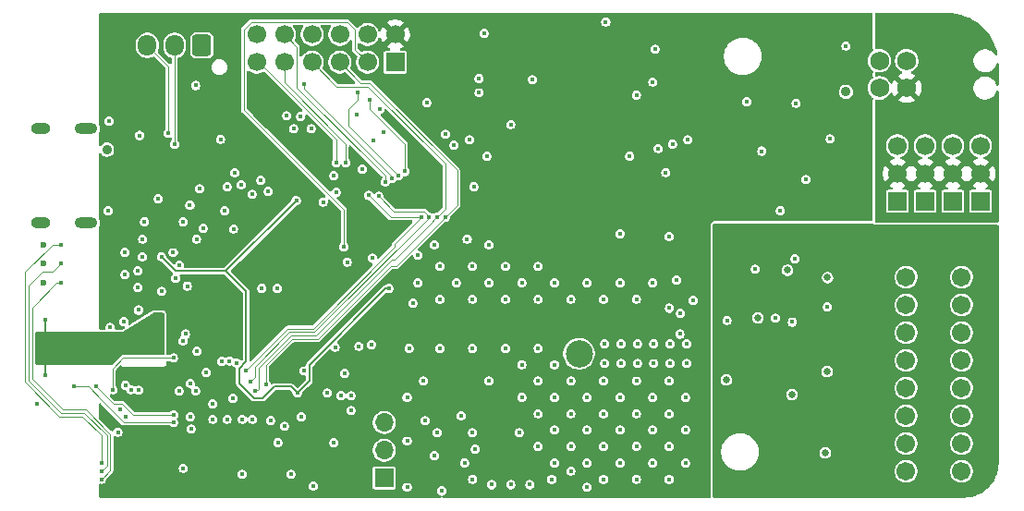
<source format=gbr>
%TF.GenerationSoftware,KiCad,Pcbnew,9.0.7*%
%TF.CreationDate,2026-01-13T15:48:46+01:00*%
%TF.ProjectId,TABv1,54414276-312e-46b6-9963-61645f706362,rev?*%
%TF.SameCoordinates,Original*%
%TF.FileFunction,Copper,L3,Inr*%
%TF.FilePolarity,Positive*%
%FSLAX46Y46*%
G04 Gerber Fmt 4.6, Leading zero omitted, Abs format (unit mm)*
G04 Created by KiCad (PCBNEW 9.0.7) date 2026-01-13 15:48:46*
%MOMM*%
%LPD*%
G01*
G04 APERTURE LIST*
G04 Aperture macros list*
%AMRoundRect*
0 Rectangle with rounded corners*
0 $1 Rounding radius*
0 $2 $3 $4 $5 $6 $7 $8 $9 X,Y pos of 4 corners*
0 Add a 4 corners polygon primitive as box body*
4,1,4,$2,$3,$4,$5,$6,$7,$8,$9,$2,$3,0*
0 Add four circle primitives for the rounded corners*
1,1,$1+$1,$2,$3*
1,1,$1+$1,$4,$5*
1,1,$1+$1,$6,$7*
1,1,$1+$1,$8,$9*
0 Add four rect primitives between the rounded corners*
20,1,$1+$1,$2,$3,$4,$5,0*
20,1,$1+$1,$4,$5,$6,$7,0*
20,1,$1+$1,$6,$7,$8,$9,0*
20,1,$1+$1,$8,$9,$2,$3,0*%
G04 Aperture macros list end*
%TA.AperFunction,ComponentPad*%
%ADD10C,1.700000*%
%TD*%
%TA.AperFunction,ComponentPad*%
%ADD11R,1.700000X1.700000*%
%TD*%
%TA.AperFunction,ComponentPad*%
%ADD12O,1.700000X1.700000*%
%TD*%
%TA.AperFunction,HeatsinkPad*%
%ADD13O,2.100000X1.000000*%
%TD*%
%TA.AperFunction,HeatsinkPad*%
%ADD14O,1.800000X1.000000*%
%TD*%
%TA.AperFunction,ComponentPad*%
%ADD15RoundRect,0.250000X0.600000X0.725000X-0.600000X0.725000X-0.600000X-0.725000X0.600000X-0.725000X0*%
%TD*%
%TA.AperFunction,ComponentPad*%
%ADD16O,1.700000X1.950000*%
%TD*%
%TA.AperFunction,ComponentPad*%
%ADD17C,1.701800*%
%TD*%
%TA.AperFunction,ComponentPad*%
%ADD18C,1.752600*%
%TD*%
%TA.AperFunction,ComponentPad*%
%ADD19C,2.500000*%
%TD*%
%TA.AperFunction,ViaPad*%
%ADD20C,0.450000*%
%TD*%
%TA.AperFunction,ViaPad*%
%ADD21C,0.900000*%
%TD*%
%TA.AperFunction,ViaPad*%
%ADD22C,0.650000*%
%TD*%
%TA.AperFunction,ViaPad*%
%ADD23C,1.000000*%
%TD*%
%TA.AperFunction,ViaPad*%
%ADD24C,0.600000*%
%TD*%
%TA.AperFunction,Conductor*%
%ADD25C,0.125000*%
%TD*%
%TA.AperFunction,Conductor*%
%ADD26C,0.200000*%
%TD*%
G04 APERTURE END LIST*
D10*
%TO.N,/PWM4*%
%TO.C,J9*%
X152920000Y-45960000D03*
%TO.N,/PWM3*%
X155460000Y-45960000D03*
%TO.N,+BATT*%
X152920000Y-48500000D03*
X155460000Y-48500000D03*
D11*
%TO.N,GND*%
X152920000Y-51040000D03*
X155460000Y-51040000D03*
%TD*%
%TO.N,GND*%
%TO.C,J6*%
X105900000Y-76380000D03*
D12*
%TO.N,Net-(J6-Pin_2)*%
X105900000Y-73840000D03*
%TO.N,Net-(J6-Pin_3)*%
X105900000Y-71300000D03*
%TD*%
D10*
%TO.N,/PWM2*%
%TO.C,J10*%
X158000000Y-45960000D03*
%TO.N,/PWM1*%
X160540000Y-45960000D03*
%TO.N,+BATT*%
X158000000Y-48500000D03*
X160540000Y-48500000D03*
D11*
%TO.N,GND*%
X158000000Y-51040000D03*
X160540000Y-51040000D03*
%TD*%
D13*
%TO.N,GND*%
%TO.C,J1*%
X78615000Y-44380000D03*
D14*
X74435000Y-44380000D03*
D13*
X78615000Y-53020000D03*
D14*
X74435000Y-53020000D03*
%TD*%
D15*
%TO.N,GND*%
%TO.C,J11*%
X89200000Y-36750000D03*
D16*
%TO.N,Net-(J11-Pin_2)*%
X86700000Y-36750000D03*
%TO.N,Net-(J11-Pin_3)*%
X84200000Y-36750000D03*
%TD*%
D11*
%TO.N,GND*%
%TO.C,J5*%
X106910000Y-38290000D03*
D10*
%TO.N,+3V3*%
X106910000Y-35750000D03*
%TO.N,/GPIO20*%
X104370000Y-38290000D03*
%TO.N,/GPIO41*%
X104370000Y-35750000D03*
%TO.N,/PWM4*%
X101830000Y-38290000D03*
%TO.N,/GPIO42*%
X101830000Y-35750000D03*
%TO.N,/PWM3*%
X99290000Y-38290000D03*
%TO.N,/GPIO43*%
X99290000Y-35750000D03*
%TO.N,/PWM2*%
X96750000Y-38290000D03*
%TO.N,/GPIO44*%
X96750000Y-35750000D03*
%TO.N,/PWM1*%
X94210000Y-38290000D03*
%TO.N,GND*%
X94210000Y-35750000D03*
%TD*%
D17*
%TO.N,/Pyro/PYRO1*%
%TO.C,J15*%
X158795301Y-75769599D03*
%TO.N,/Pyro/PYRO_LOW*%
X158795301Y-73229599D03*
%TO.N,/Pyro/PYRO2*%
X158795301Y-70689599D03*
%TO.N,/Pyro/PYRO_LOW*%
X158795301Y-68149599D03*
%TO.N,/Pyro/PYRO3*%
X158795301Y-65609599D03*
%TO.N,/Pyro/PYRO_LOW*%
X158795301Y-63069599D03*
%TO.N,/Pyro/PYRO4*%
X158795301Y-60529599D03*
%TO.N,/Pyro/PYRO_LOW*%
X158795301Y-57989599D03*
%TO.N,/Pyro/PYRO1*%
X153715301Y-75769599D03*
%TO.N,/Pyro/PYRO_LOW*%
X153715301Y-73229599D03*
%TO.N,/Pyro/PYRO2*%
X153715301Y-70689599D03*
%TO.N,/Pyro/PYRO_LOW*%
X153715301Y-68149599D03*
%TO.N,/Pyro/PYRO3*%
X153715301Y-65609599D03*
%TO.N,/Pyro/PYRO_LOW*%
X153715301Y-63069599D03*
%TO.N,/Pyro/PYRO4*%
X153715301Y-60529599D03*
%TO.N,/Pyro/PYRO_LOW*%
X153715301Y-57989599D03*
%TD*%
D18*
%TO.N,unconnected-(J8-Pad1)*%
%TO.C,J8*%
X151264452Y-40651100D03*
%TO.N,unconnected-(J8-Pad2)*%
X151264452Y-38151100D03*
%TO.N,+BATT*%
X153764452Y-40651100D03*
%TO.N,GND*%
X153764452Y-38151100D03*
%TD*%
D19*
%TO.N,Net-(U9-RF_IN)*%
%TO.C,ANT1*%
X123750000Y-65000000D03*
%TD*%
D20*
%TO.N,Net-(U10-PB6{slash}UART1_TX)*%
X86600000Y-71300000D03*
X77500000Y-68000000D03*
%TO.N,Net-(U10-PB7{slash}UART1_RX)*%
X86625000Y-70587500D03*
X79500000Y-68000000D03*
%TO.N,GND*%
X76300000Y-63200000D03*
X76300000Y-65600000D03*
X77200000Y-63600000D03*
X77200000Y-65200000D03*
X74100000Y-69600000D03*
%TO.N,/SPI1.TX*%
X82700000Y-68300000D03*
%TO.N,+1V1*%
X97840000Y-50980000D03*
X85480000Y-56100000D03*
X97937500Y-68600000D03*
X106318224Y-59025000D03*
D21*
%TO.N,VUSB*%
X148200000Y-41000000D03*
X80500000Y-46300000D03*
D20*
%TO.N,Net-(J6-Pin_3)*%
X102850000Y-70213500D03*
X102850000Y-68850000D03*
%TO.N,Net-(J6-Pin_2)*%
X101950000Y-68837500D03*
%TO.N,Net-(J7-DAT0)*%
X130500000Y-40100000D03*
X129000000Y-41300000D03*
%TO.N,/SD_detect*%
X114100000Y-49700000D03*
X86800000Y-58100000D03*
%TO.N,/GPIO42*%
X107200000Y-48700000D03*
X103437028Y-41088500D03*
%TO.N,/PWM3*%
X94100000Y-68425735D03*
X110731327Y-52458103D03*
%TO.N,/PWM1*%
X104500000Y-50500000D03*
X101487915Y-47486500D03*
X109312332Y-52499832D03*
X93212500Y-66537500D03*
%TO.N,/PWM4*%
X111496112Y-52487500D03*
X95081249Y-67829779D03*
%TO.N,/PWM2*%
X110020831Y-52480763D03*
X93612500Y-67600000D03*
X105399000Y-50564540D03*
X102400000Y-47486500D03*
%TO.N,Net-(J11-Pin_2)*%
X86700000Y-45800000D03*
X87152470Y-56901000D03*
%TO.N,/GPIO44*%
X105999000Y-49250000D03*
%TO.N,/GPIO41*%
X107800000Y-48300000D03*
X104600000Y-41700000D03*
%TO.N,/GPIO43*%
X106600000Y-48950000D03*
X98600000Y-40300000D03*
D22*
%TO.N,/Pyro/PYRO2*%
X143250000Y-68750000D03*
%TO.N,/Pyro/PYRO_HIGH*%
X151800000Y-71600000D03*
X150121844Y-77340000D03*
X150116750Y-56218906D03*
D23*
X136700000Y-53700000D03*
D22*
X151728156Y-64292500D03*
X141425000Y-70825000D03*
X142900000Y-64243750D03*
D20*
%TO.N,/SS*%
X91508949Y-49700000D03*
X96975000Y-43200000D03*
%TO.N,/PYRO_SENSE*%
X132028768Y-60828768D03*
X133046232Y-61296232D03*
X137299265Y-61950735D03*
X141750000Y-61750000D03*
%TO.N,/PYRO_ENABLE*%
X133000000Y-63200000D03*
X134200000Y-60112500D03*
%TO.N,/PYRO_FIRE_4*%
X143550000Y-56300000D03*
X139900000Y-57250000D03*
%TO.N,/SD_DAT2*%
X88100000Y-51400000D03*
X111500000Y-44900000D03*
%TO.N,/SD_DAT3*%
X113700000Y-45400000D03*
X87500000Y-52900000D03*
%TO.N,/SD_CMD*%
X91300000Y-51900000D03*
X112300000Y-45900000D03*
%TO.N,/SD_DAT0*%
X89300000Y-53500000D03*
X131000000Y-46200000D03*
%TO.N,/SD_CLK*%
X92100000Y-53574000D03*
X132300000Y-45800000D03*
%TO.N,/SD_DAT1*%
X88700000Y-54500000D03*
X133714496Y-45400000D03*
%TO.N,/SCLK*%
X104900000Y-45500000D03*
X94600000Y-49100000D03*
%TO.N,/IMU_INT2*%
X92375001Y-65831830D03*
X93850000Y-71000000D03*
%TO.N,/SD2*%
X97600000Y-44400000D03*
X92801468Y-49500000D03*
%TO.N,/IMU45_INT2*%
X88125000Y-70787500D03*
X88125000Y-67700000D03*
%TO.N,/SPI1.RX*%
X85500000Y-59299000D03*
X81499000Y-72200000D03*
X82179998Y-67909998D03*
X82050000Y-62050000D03*
%TO.N,/IMU_CS*%
X92900000Y-71000000D03*
X91000000Y-65700000D03*
%TO.N,/SPI1.CK*%
X91500000Y-71000000D03*
X82205879Y-70750000D03*
X92050000Y-69100000D03*
X83400000Y-61000000D03*
X83350000Y-58923527D03*
X83400000Y-68350000D03*
X82150000Y-57750000D03*
%TO.N,/MAG_CS*%
X83350000Y-57400000D03*
X82150000Y-55700000D03*
%TO.N,/IMU45_INT1*%
X86600000Y-65400000D03*
X81049000Y-68300000D03*
%TO.N,/IMU_INT1*%
X88199172Y-71900000D03*
X91740000Y-65660000D03*
%TO.N,/SD3*%
X103400000Y-43100000D03*
X95288008Y-50125000D03*
X105500000Y-42600000D03*
X103886500Y-48086500D03*
%TO.N,/SD0*%
X93800000Y-50400000D03*
X105850000Y-44698529D03*
%TO.N,/BARO_INT*%
X96150000Y-73150000D03*
X98525940Y-66585500D03*
%TO.N,/SPI1.TX*%
X90200000Y-69587500D03*
X90200000Y-71000000D03*
X81700000Y-70100000D03*
%TO.N,/BARO_CS*%
X96750000Y-71650000D03*
X102250000Y-66800000D03*
%TO.N,/IMU45_CS*%
X80800000Y-62600000D03*
X87851473Y-58800000D03*
%TO.N,/SD1*%
X98250000Y-43250000D03*
X92200000Y-48400000D03*
%TO.N,/BUZZ*%
X108525000Y-60375000D03*
X117500000Y-43999000D03*
X103570000Y-64320000D03*
%TO.N,+3V3*%
X84800000Y-45000000D03*
X140500000Y-41900000D03*
X87750000Y-76750000D03*
X135750000Y-39900000D03*
X121900000Y-42200000D03*
X102440000Y-64690000D03*
X140500000Y-48162500D03*
X135200000Y-38300000D03*
X106537500Y-60000000D03*
X110412500Y-35650000D03*
X103600000Y-50800000D03*
X108675735Y-47575735D03*
X95950000Y-74100000D03*
X143300000Y-62100000D03*
X96248000Y-68552252D03*
X90750000Y-48700000D03*
X99975000Y-74125000D03*
X109300000Y-46500000D03*
X149300000Y-44800000D03*
X84110119Y-77186180D03*
X96100000Y-51100000D03*
X91325000Y-68200000D03*
X102000000Y-56000000D03*
X123682500Y-37082500D03*
X90500000Y-47100000D03*
X109500000Y-40550000D03*
X88750000Y-74250000D03*
X140900000Y-50600000D03*
X112400000Y-47026000D03*
X98563235Y-51088235D03*
X133875000Y-34600000D03*
X86875000Y-61875000D03*
X85500000Y-54500000D03*
X110475000Y-38475000D03*
X146500000Y-60700000D03*
%TO.N,/RX_GPS*%
X87112500Y-68400000D03*
X87455339Y-63802198D03*
X88612500Y-68400000D03*
%TO.N,/TX_GPS*%
X87700000Y-63200000D03*
%TO.N,PPS*%
X104737000Y-64177000D03*
%TO.N,Net-(D9-A)*%
X76250000Y-55000000D03*
X80000000Y-75000000D03*
%TO.N,Net-(D10-A)*%
X80000000Y-75750000D03*
X76250000Y-56750000D03*
%TO.N,Net-(D11-A)*%
X80000000Y-76500000D03*
X76250000Y-58500000D03*
%TO.N,Net-(J11-Pin_3)*%
X86575738Y-55724265D03*
X86100000Y-44800000D03*
%TO.N,/GPIO20*%
X102200000Y-55200000D03*
X88761765Y-64761765D03*
%TO.N,/BATT_SENSE*%
X131700000Y-48400000D03*
X102500000Y-56600000D03*
%TO.N,GND*%
X117000000Y-64500000D03*
X101300000Y-73150000D03*
X133600000Y-64100000D03*
X124500000Y-58500000D03*
X83950000Y-52912500D03*
X133500000Y-75000000D03*
X89000000Y-49900000D03*
X88625000Y-40425000D03*
X115500000Y-67500000D03*
X129000000Y-73500000D03*
X98306648Y-70793352D03*
X123000000Y-70500000D03*
X109637500Y-71150000D03*
X117000000Y-57000000D03*
X85212500Y-50812500D03*
X124500000Y-75000000D03*
X109500000Y-67500000D03*
X79800000Y-65200000D03*
X121250000Y-76500000D03*
X123000000Y-67500000D03*
X130500000Y-58500000D03*
X87500000Y-75500000D03*
X97355603Y-76062500D03*
X129100000Y-64100000D03*
X108170000Y-64501000D03*
X140500000Y-46437500D03*
X126000000Y-73500000D03*
X83737500Y-56100000D03*
X129000000Y-67500000D03*
X124500000Y-69000000D03*
X85150000Y-61875000D03*
X111000000Y-64500000D03*
X114250000Y-73750000D03*
X111000000Y-57000000D03*
X126200000Y-34600000D03*
X92899999Y-76050000D03*
X110500000Y-55000000D03*
X132000000Y-76500000D03*
X126100000Y-64100000D03*
X132000000Y-73500000D03*
X127600000Y-65900000D03*
X83775000Y-54500000D03*
X126100000Y-65900000D03*
X80600000Y-51900000D03*
X114000000Y-57000000D03*
X144525000Y-49037500D03*
X139100000Y-41900000D03*
X120000000Y-64500000D03*
X99400000Y-77100000D03*
X121500000Y-75000000D03*
X120000000Y-67500000D03*
X101300000Y-48687500D03*
X121500000Y-72000000D03*
X100700000Y-68600000D03*
X148200000Y-36800000D03*
X108000000Y-77250000D03*
X132100000Y-64100000D03*
X119475735Y-39900000D03*
X130500000Y-69000000D03*
X115750000Y-77000000D03*
X114000000Y-60000000D03*
X123000000Y-75750000D03*
X127500000Y-58500000D03*
X90900000Y-45350000D03*
X101500000Y-50200000D03*
X79800000Y-63600000D03*
X114000000Y-76500000D03*
X130600000Y-65900000D03*
D22*
X137250000Y-67406250D03*
D20*
X81000000Y-65200000D03*
X126000000Y-76500000D03*
X146766668Y-45333332D03*
D22*
X146480000Y-66650000D03*
D20*
X78500000Y-65200000D03*
X127500000Y-69000000D03*
X142200000Y-51900000D03*
X111000000Y-60000000D03*
X117500000Y-77000000D03*
X74857000Y-61860000D03*
X80700000Y-43700000D03*
X126000000Y-70500000D03*
X132100000Y-65900000D03*
X118500000Y-58500000D03*
X115500000Y-55000000D03*
X133600000Y-65900000D03*
X128400000Y-46900000D03*
D24*
X74712500Y-58500000D03*
D22*
X146512500Y-58031406D03*
D24*
X74712500Y-56750000D03*
D20*
X132000000Y-54250000D03*
X96100000Y-59000000D03*
D24*
X74712500Y-55000000D03*
D20*
X115300000Y-46900000D03*
X120000000Y-57000000D03*
X74857000Y-66940000D03*
X127500000Y-54000000D03*
X113250000Y-75000000D03*
X108000000Y-69000000D03*
X127600000Y-64100000D03*
X118250000Y-72250000D03*
D22*
X142850000Y-57350000D03*
D20*
X100300000Y-51100000D03*
X124500000Y-72000000D03*
X132000000Y-70500000D03*
X89600000Y-66730000D03*
X104812500Y-56250000D03*
D22*
X140150000Y-61700000D03*
D20*
X117000000Y-60000000D03*
X111162500Y-77550000D03*
X118500000Y-66000000D03*
X109000000Y-58500000D03*
D22*
X146300000Y-74100000D03*
D20*
X130700000Y-37100000D03*
X129000000Y-76500000D03*
X110750000Y-72250000D03*
X123000000Y-60000000D03*
X130600000Y-64100000D03*
X123000000Y-73500000D03*
X83500000Y-45000000D03*
X130500000Y-72000000D03*
X109800000Y-42000000D03*
X114000000Y-72250000D03*
X112950000Y-70662500D03*
X95476879Y-71123121D03*
X78500000Y-63600000D03*
X118500000Y-69000000D03*
X101400000Y-64400000D03*
X143637500Y-42050000D03*
X126000000Y-60000000D03*
X133500000Y-69000000D03*
X112500000Y-58500000D03*
X115500000Y-58500000D03*
X126000000Y-67500000D03*
X129000000Y-60000000D03*
X113500000Y-54500000D03*
X114000000Y-64500000D03*
X129000000Y-70500000D03*
X121500000Y-66000000D03*
X94700000Y-59000000D03*
X132000000Y-67500000D03*
X110500000Y-74350000D03*
X133500000Y-72000000D03*
X124500000Y-77250000D03*
X109000000Y-56000000D03*
X115050000Y-35650000D03*
X108000000Y-73000000D03*
X130500000Y-75000000D03*
X120000000Y-60000000D03*
X81000000Y-63600000D03*
X127500000Y-72000000D03*
X120000000Y-70500000D03*
X121500000Y-69000000D03*
X85000000Y-64149999D03*
X127500000Y-75000000D03*
X120000000Y-73500000D03*
X99200000Y-44400000D03*
X119250000Y-77000000D03*
X121500000Y-58500000D03*
X129100000Y-65900000D03*
%TO.N,/microSD/_DAT3*%
X114600000Y-41100000D03*
X114600000Y-39800000D03*
%TO.N,Net-(U9-PRG)*%
X132675000Y-58234787D03*
%TD*%
D25*
%TO.N,Net-(U10-PB7{slash}UART1_RX)*%
X79500000Y-68000000D02*
X81111500Y-69611500D01*
X81111500Y-69611500D02*
X81911500Y-69611500D01*
X81911500Y-69611500D02*
X82887500Y-70587500D01*
X82887500Y-70587500D02*
X86625000Y-70587500D01*
%TO.N,Net-(U10-PB6{slash}UART1_TX)*%
X82065035Y-71300000D02*
X86600000Y-71300000D01*
X80100000Y-69334965D02*
X82065035Y-71300000D01*
X80100000Y-69300000D02*
X80100000Y-69334965D01*
X77500000Y-68000000D02*
X78800000Y-68000000D01*
X78800000Y-68000000D02*
X80100000Y-69300000D01*
%TO.N,Net-(D11-A)*%
X80000000Y-76500000D02*
X80814500Y-75685500D01*
X80814500Y-75685500D02*
X80814500Y-72353466D01*
X80814500Y-72353466D02*
X78559034Y-70098000D01*
X78559034Y-70098000D02*
X76420068Y-70098000D01*
X76420068Y-70098000D02*
X73652000Y-67329932D01*
X75902000Y-58500000D02*
X76250000Y-58500000D01*
X73652000Y-67329932D02*
X73652000Y-60750000D01*
X73652000Y-60750000D02*
X75902000Y-58500000D01*
%TO.N,Net-(D10-A)*%
X80000000Y-75750000D02*
X80488500Y-75261500D01*
X73326000Y-58750000D02*
X74576000Y-57500000D01*
X80488500Y-75261500D02*
X80488500Y-72488500D01*
X80488500Y-72488500D02*
X78424000Y-70424000D01*
X78424000Y-70424000D02*
X76285034Y-70424000D01*
X76285034Y-70424000D02*
X73326000Y-67464966D01*
X73326000Y-67464966D02*
X73326000Y-58750000D01*
X74576000Y-57500000D02*
X75500000Y-57500000D01*
X75500000Y-57500000D02*
X76250000Y-56750000D01*
%TO.N,Net-(D9-A)*%
X80000000Y-75000000D02*
X80000000Y-72500000D01*
X80000000Y-72500000D02*
X78250000Y-70750000D01*
X78250000Y-70750000D02*
X76150000Y-70750000D01*
X76150000Y-70750000D02*
X73000000Y-67600000D01*
X73000000Y-67600000D02*
X73000000Y-57509410D01*
X73000000Y-57509410D02*
X75509410Y-55000000D01*
X75509410Y-55000000D02*
X76250000Y-55000000D01*
%TO.N,/PWM1*%
X101487915Y-47486500D02*
X101487915Y-45348949D01*
X101487915Y-45348949D02*
X94428966Y-38290000D01*
X94428966Y-38290000D02*
X94210000Y-38290000D01*
%TO.N,/PWM2*%
X102400000Y-47486500D02*
X102283410Y-47486500D01*
X102283410Y-47486500D02*
X102400000Y-47369910D01*
X102400000Y-47369910D02*
X102400000Y-45800000D01*
X102400000Y-45800000D02*
X96750000Y-40150000D01*
X96750000Y-40150000D02*
X96750000Y-38290000D01*
%TO.N,/IMU45_INT1*%
X81049000Y-66351000D02*
X82000000Y-65400000D01*
X81049000Y-68300000D02*
X81049000Y-66351000D01*
X82000000Y-65400000D02*
X86600000Y-65400000D01*
D26*
%TO.N,+1V1*%
X94761748Y-69078252D02*
X93981313Y-69078252D01*
X93250000Y-59284000D02*
X91393000Y-57427000D01*
X87250000Y-57427000D02*
X86807000Y-57427000D01*
X93250000Y-65700708D02*
X93250000Y-59284000D01*
X92592878Y-66357830D02*
X93250000Y-65700708D01*
X99051940Y-67485560D02*
X97937500Y-68600000D01*
X92592878Y-67689817D02*
X92592878Y-66357830D01*
X97840000Y-50980000D02*
X91393000Y-57427000D01*
X86807000Y-57427000D02*
X85480000Y-56100000D01*
X106318224Y-59025000D02*
X106031123Y-59025000D01*
X99051940Y-66004183D02*
X99051940Y-67485560D01*
X93981313Y-69078252D02*
X92592878Y-67689817D01*
X106031123Y-59025000D02*
X99051940Y-66004183D01*
X97937500Y-68600000D02*
X97363752Y-68026252D01*
X97363752Y-68026252D02*
X95813748Y-68026252D01*
X91393000Y-57427000D02*
X87250000Y-57427000D01*
X95813748Y-68026252D02*
X94761748Y-69078252D01*
D25*
%TO.N,/GPIO42*%
X102600000Y-42598473D02*
X103437028Y-41761445D01*
X102600000Y-44100000D02*
X102600000Y-42598473D01*
X103437028Y-41761445D02*
X103437028Y-41088500D01*
X107200000Y-48700000D02*
X102600000Y-44100000D01*
%TO.N,/PWM3*%
X110509331Y-52680099D02*
X110731327Y-52458103D01*
X110731327Y-52458103D02*
X111500000Y-51689430D01*
X94400000Y-66300000D02*
X97348000Y-63352000D01*
X94100000Y-68425735D02*
X94174265Y-68425735D01*
X110220167Y-52969263D02*
X110223175Y-52969263D01*
X106815430Y-56374000D02*
X110220167Y-52969263D01*
X111500000Y-47600000D02*
X104426000Y-40526000D01*
X111500000Y-51689430D02*
X111500000Y-47600000D01*
X99648000Y-63352000D02*
X106626000Y-56374000D01*
X106626000Y-56374000D02*
X106815430Y-56374000D01*
X94174265Y-68425735D02*
X94400000Y-68200000D01*
X94400000Y-68200000D02*
X94400000Y-66300000D01*
X104426000Y-40526000D02*
X101526000Y-40526000D01*
X110509331Y-52683107D02*
X110509331Y-52680099D01*
X110223175Y-52969263D02*
X110509331Y-52683107D01*
X101526000Y-40526000D02*
X99290000Y-38290000D01*
X97348000Y-63352000D02*
X99648000Y-63352000D01*
%TO.N,/PWM1*%
X99377932Y-62700000D02*
X97075000Y-62700000D01*
X106538966Y-52500000D02*
X106500000Y-52500000D01*
X106500000Y-52500000D02*
X104500000Y-50500000D01*
X106877932Y-54934232D02*
X106877932Y-55200000D01*
X97075000Y-62700000D02*
X93237500Y-66537500D01*
X93237500Y-66537500D02*
X93212500Y-66537500D01*
X109312164Y-52500000D02*
X106538966Y-52500000D01*
X109312332Y-52499832D02*
X109312164Y-52500000D01*
X109312332Y-52499832D02*
X106877932Y-54934232D01*
X106877932Y-55200000D02*
X99377932Y-62700000D01*
%TO.N,/PWM4*%
X111496112Y-52487500D02*
X106983612Y-57000000D01*
X104600000Y-40200000D02*
X103740000Y-40200000D01*
X97483034Y-63678000D02*
X95081249Y-66079785D01*
X103740000Y-40200000D02*
X101830000Y-38290000D01*
X112600000Y-51383612D02*
X112600000Y-48200000D01*
X112600000Y-48200000D02*
X104600000Y-40200000D01*
X111496112Y-52487500D02*
X112600000Y-51383612D01*
X99822000Y-63678000D02*
X97483034Y-63678000D01*
X106983612Y-57000000D02*
X106500000Y-57000000D01*
X106500000Y-57000000D02*
X99822000Y-63678000D01*
X95081249Y-66079785D02*
X95081249Y-67829779D01*
%TO.N,/PWM2*%
X97210034Y-63026000D02*
X99512966Y-63026000D01*
X93612500Y-67587500D02*
X94074000Y-67126000D01*
X97138966Y-63100000D02*
X97138966Y-63097068D01*
X106796910Y-52000000D02*
X106796910Y-51962450D01*
X110039517Y-52499449D02*
X110020831Y-52480763D01*
X93612500Y-67600000D02*
X93612500Y-67587500D01*
X106796910Y-51962450D02*
X105399000Y-50564540D01*
X99512966Y-63026000D02*
X110039517Y-52499449D01*
X94074000Y-66164966D02*
X97138966Y-63100000D01*
X110020831Y-52480763D02*
X110000000Y-52459932D01*
X94074000Y-67126000D02*
X94074000Y-66164966D01*
X109600000Y-52000000D02*
X106796910Y-52000000D01*
X110000000Y-52400000D02*
X109600000Y-52000000D01*
X97138966Y-63097068D02*
X97210034Y-63026000D01*
X110000000Y-52459932D02*
X110000000Y-52400000D01*
%TO.N,Net-(J11-Pin_2)*%
X86701000Y-38683900D02*
X86700000Y-38682900D01*
X86700000Y-38682900D02*
X86700000Y-36750000D01*
X86701000Y-44351057D02*
X86701000Y-38683900D01*
X86700000Y-45800000D02*
X86700000Y-44352057D01*
X86700000Y-44352057D02*
X86701000Y-44351057D01*
%TO.N,/GPIO44*%
X105999000Y-49250000D02*
X105999000Y-48699000D01*
X97900000Y-36900000D02*
X96750000Y-35750000D01*
X105999000Y-48699000D02*
X97900000Y-40600000D01*
X97900000Y-40600000D02*
X97900000Y-36900000D01*
%TO.N,/GPIO41*%
X107800000Y-48300000D02*
X107800000Y-45800000D01*
X107800000Y-45800000D02*
X104600000Y-42600000D01*
X104600000Y-42600000D02*
X104600000Y-41700000D01*
%TO.N,/GPIO43*%
X106600000Y-48732900D02*
X98600000Y-40732900D01*
X98600000Y-40732900D02*
X98600000Y-40300000D01*
X106600000Y-48950000D02*
X106600000Y-48732900D01*
%TO.N,Net-(J11-Pin_3)*%
X86100000Y-38650000D02*
X84200000Y-36750000D01*
X86100000Y-44800000D02*
X86100000Y-38650000D01*
%TO.N,/GPIO20*%
X102200000Y-55200000D02*
X102200000Y-51800000D01*
X102200000Y-51800000D02*
X93059000Y-42659000D01*
X93059000Y-42659000D02*
X93059000Y-35273240D01*
X93733240Y-34599000D02*
X102499000Y-34599000D01*
X103219000Y-37139000D02*
X104370000Y-38290000D01*
X93059000Y-35273240D02*
X93733240Y-34599000D01*
X103219000Y-35319000D02*
X103219000Y-37139000D01*
X102499000Y-34599000D02*
X103219000Y-35319000D01*
D26*
%TO.N,GND*%
X74857000Y-61860000D02*
X74857000Y-66940000D01*
%TD*%
%TA.AperFunction,Conductor*%
%TO.N,+3V3*%
G36*
X150587539Y-33820185D02*
G01*
X150633294Y-33872989D01*
X150644500Y-33924500D01*
X150644500Y-36982887D01*
X150645252Y-37000456D01*
X150647066Y-37021590D01*
X150667398Y-37094685D01*
X150679016Y-37118316D01*
X150690927Y-37187163D01*
X150663726Y-37251521D01*
X150640622Y-37273341D01*
X150562962Y-37329764D01*
X150443117Y-37449609D01*
X150443117Y-37449610D01*
X150443115Y-37449612D01*
X150409047Y-37496503D01*
X150343490Y-37586733D01*
X150266543Y-37737749D01*
X150214165Y-37898948D01*
X150187652Y-38066348D01*
X150187652Y-38235851D01*
X150214165Y-38403251D01*
X150232747Y-38460438D01*
X150266542Y-38564448D01*
X150343490Y-38715466D01*
X150443115Y-38852588D01*
X150562964Y-38972437D01*
X150640031Y-39028430D01*
X150682696Y-39083759D01*
X150688675Y-39153372D01*
X150675366Y-39189280D01*
X150672511Y-39194384D01*
X150672509Y-39194386D01*
X150652826Y-39261418D01*
X150652825Y-39261423D01*
X150652825Y-39261424D01*
X150647260Y-39300131D01*
X150644500Y-39319325D01*
X150644500Y-39482874D01*
X150645022Y-39495100D01*
X150645026Y-39495156D01*
X150645253Y-39500455D01*
X150646134Y-39510727D01*
X150646142Y-39510827D01*
X150647067Y-39521596D01*
X150647513Y-39524068D01*
X150650034Y-39536071D01*
X150650417Y-39538737D01*
X150651617Y-39547074D01*
X150661581Y-39573788D01*
X150667386Y-39594661D01*
X150669116Y-39598181D01*
X150670437Y-39597531D01*
X150677764Y-39617174D01*
X150677768Y-39617183D01*
X150682748Y-39630533D01*
X150687735Y-39700224D01*
X150654253Y-39761549D01*
X150639456Y-39774188D01*
X150562964Y-39829763D01*
X150562962Y-39829765D01*
X150562961Y-39829765D01*
X150443117Y-39949609D01*
X150443117Y-39949610D01*
X150443115Y-39949612D01*
X150406869Y-39999500D01*
X150343490Y-40086733D01*
X150266543Y-40237749D01*
X150214165Y-40398948D01*
X150187652Y-40566348D01*
X150187652Y-40735851D01*
X150214165Y-40903251D01*
X150266543Y-41064450D01*
X150302879Y-41135763D01*
X150343490Y-41215466D01*
X150443115Y-41352588D01*
X150562964Y-41472437D01*
X150640031Y-41528430D01*
X150682696Y-41583759D01*
X150688675Y-41653372D01*
X150675366Y-41689280D01*
X150672511Y-41694384D01*
X150672509Y-41694386D01*
X150652826Y-41761418D01*
X150652825Y-41761423D01*
X150652825Y-41761424D01*
X150645301Y-41813757D01*
X150644500Y-41819325D01*
X150644500Y-52730500D01*
X150624815Y-52797539D01*
X150572011Y-52843294D01*
X150520500Y-52854500D01*
X136143992Y-52854500D01*
X136100313Y-52859197D01*
X136048825Y-52870397D01*
X136038627Y-52872890D01*
X136038624Y-52872891D01*
X135957916Y-52915899D01*
X135957913Y-52915901D01*
X135905104Y-52961660D01*
X135887160Y-52979242D01*
X135887154Y-52979249D01*
X135842511Y-53059059D01*
X135842509Y-53059064D01*
X135822826Y-53126096D01*
X135822825Y-53126101D01*
X135822825Y-53126102D01*
X135817770Y-53161263D01*
X135814500Y-53184003D01*
X135814500Y-78075500D01*
X135794815Y-78142539D01*
X135742011Y-78188294D01*
X135690500Y-78199500D01*
X111324411Y-78199500D01*
X111257372Y-78179815D01*
X111211617Y-78127011D01*
X111201673Y-78057853D01*
X111230698Y-77994297D01*
X111289476Y-77956523D01*
X111292280Y-77955735D01*
X111326737Y-77946503D01*
X111423763Y-77890485D01*
X111502985Y-77811263D01*
X111559003Y-77714237D01*
X111588000Y-77606018D01*
X111588000Y-77493982D01*
X111559003Y-77385763D01*
X111502985Y-77288737D01*
X111423763Y-77209515D01*
X111359079Y-77172169D01*
X111326739Y-77153498D01*
X111326738Y-77153497D01*
X111326737Y-77153497D01*
X111218518Y-77124500D01*
X111106482Y-77124500D01*
X110998263Y-77153497D01*
X110998260Y-77153498D01*
X110901240Y-77209513D01*
X110901234Y-77209517D01*
X110822017Y-77288734D01*
X110822013Y-77288740D01*
X110765998Y-77385760D01*
X110765997Y-77385763D01*
X110737000Y-77493982D01*
X110737000Y-77606018D01*
X110765997Y-77714237D01*
X110822015Y-77811263D01*
X110901237Y-77890485D01*
X110998263Y-77946503D01*
X111032683Y-77955725D01*
X111092343Y-77992090D01*
X111122872Y-78054937D01*
X111114578Y-78124312D01*
X111070092Y-78178190D01*
X111003540Y-78199465D01*
X111000589Y-78199500D01*
X79874000Y-78199500D01*
X79806961Y-78179815D01*
X79761206Y-78127011D01*
X79750000Y-78075500D01*
X79750000Y-77043982D01*
X98974500Y-77043982D01*
X98974500Y-77156018D01*
X99003497Y-77264237D01*
X99059515Y-77361263D01*
X99138737Y-77440485D01*
X99235763Y-77496503D01*
X99343982Y-77525500D01*
X99343984Y-77525500D01*
X99456016Y-77525500D01*
X99456018Y-77525500D01*
X99564237Y-77496503D01*
X99661263Y-77440485D01*
X99740485Y-77361263D01*
X99796503Y-77264237D01*
X99825500Y-77156018D01*
X99825500Y-77043982D01*
X99796503Y-76935763D01*
X99740485Y-76838737D01*
X99661263Y-76759515D01*
X99564237Y-76703497D01*
X99456018Y-76674500D01*
X99343982Y-76674500D01*
X99235763Y-76703497D01*
X99235760Y-76703498D01*
X99138740Y-76759513D01*
X99138734Y-76759517D01*
X99059517Y-76838734D01*
X99059513Y-76838740D01*
X99003498Y-76935760D01*
X99003497Y-76935763D01*
X98974500Y-77043982D01*
X79750000Y-77043982D01*
X79750000Y-77035122D01*
X79769685Y-76968083D01*
X79822489Y-76922328D01*
X79874365Y-76911123D01*
X79890502Y-76911170D01*
X79943982Y-76925500D01*
X80056018Y-76925500D01*
X80164237Y-76896503D01*
X80261263Y-76840485D01*
X80340485Y-76761263D01*
X80396503Y-76664237D01*
X80425500Y-76556018D01*
X80425500Y-76497800D01*
X80445185Y-76430761D01*
X80461819Y-76410119D01*
X80746938Y-76125000D01*
X80877956Y-75993982D01*
X92474499Y-75993982D01*
X92474499Y-76106018D01*
X92503496Y-76214237D01*
X92559514Y-76311263D01*
X92638736Y-76390485D01*
X92735762Y-76446503D01*
X92843981Y-76475500D01*
X92843983Y-76475500D01*
X92956015Y-76475500D01*
X92956017Y-76475500D01*
X93064236Y-76446503D01*
X93161262Y-76390485D01*
X93240484Y-76311263D01*
X93296502Y-76214237D01*
X93325499Y-76106018D01*
X93325499Y-76006482D01*
X96930103Y-76006482D01*
X96930103Y-76118518D01*
X96959100Y-76226737D01*
X97015118Y-76323763D01*
X97094340Y-76402985D01*
X97191366Y-76459003D01*
X97299585Y-76488000D01*
X97299587Y-76488000D01*
X97411619Y-76488000D01*
X97411621Y-76488000D01*
X97519840Y-76459003D01*
X97616866Y-76402985D01*
X97696088Y-76323763D01*
X97752106Y-76226737D01*
X97781103Y-76118518D01*
X97781103Y-76006482D01*
X97752106Y-75898263D01*
X97696088Y-75801237D01*
X97616866Y-75722015D01*
X97519840Y-75665997D01*
X97411621Y-75637000D01*
X97299585Y-75637000D01*
X97191366Y-75665997D01*
X97191363Y-75665998D01*
X97094343Y-75722013D01*
X97094337Y-75722017D01*
X97015120Y-75801234D01*
X97015116Y-75801240D01*
X96959101Y-75898260D01*
X96959100Y-75898263D01*
X96930103Y-76006482D01*
X93325499Y-76006482D01*
X93325499Y-75993982D01*
X93296502Y-75885763D01*
X93240484Y-75788737D01*
X93161262Y-75709515D01*
X93082838Y-75664237D01*
X93064238Y-75653498D01*
X93064237Y-75653497D01*
X93064236Y-75653497D01*
X92956017Y-75624500D01*
X92843981Y-75624500D01*
X92735762Y-75653497D01*
X92735759Y-75653498D01*
X92638739Y-75709513D01*
X92638733Y-75709517D01*
X92559516Y-75788734D01*
X92559512Y-75788740D01*
X92503497Y-75885760D01*
X92503496Y-75885763D01*
X92474499Y-75993982D01*
X80877956Y-75993982D01*
X81037461Y-75834477D01*
X81049249Y-75806017D01*
X81057480Y-75786147D01*
X81069207Y-75757834D01*
X81077500Y-75737814D01*
X81077500Y-75443982D01*
X87074500Y-75443982D01*
X87074500Y-75556018D01*
X87103497Y-75664237D01*
X87159515Y-75761263D01*
X87238737Y-75840485D01*
X87335763Y-75896503D01*
X87443982Y-75925500D01*
X87443984Y-75925500D01*
X87556016Y-75925500D01*
X87556018Y-75925500D01*
X87664237Y-75896503D01*
X87761263Y-75840485D01*
X87840485Y-75761263D01*
X87896503Y-75664237D01*
X87925500Y-75556018D01*
X87925500Y-75510247D01*
X104849500Y-75510247D01*
X104849500Y-77249752D01*
X104861131Y-77308229D01*
X104861132Y-77308230D01*
X104905447Y-77374552D01*
X104971769Y-77418867D01*
X104971770Y-77418868D01*
X105030247Y-77430499D01*
X105030250Y-77430500D01*
X105030252Y-77430500D01*
X106769750Y-77430500D01*
X106769751Y-77430499D01*
X106794890Y-77425499D01*
X106828229Y-77418868D01*
X106828229Y-77418867D01*
X106828231Y-77418867D01*
X106894552Y-77374552D01*
X106938867Y-77308231D01*
X106938867Y-77308229D01*
X106938868Y-77308229D01*
X106948209Y-77261265D01*
X106950500Y-77249748D01*
X106950500Y-77193982D01*
X107574500Y-77193982D01*
X107574500Y-77306018D01*
X107603497Y-77414237D01*
X107659515Y-77511263D01*
X107738737Y-77590485D01*
X107835763Y-77646503D01*
X107943982Y-77675500D01*
X107943984Y-77675500D01*
X108056016Y-77675500D01*
X108056018Y-77675500D01*
X108164237Y-77646503D01*
X108261263Y-77590485D01*
X108340485Y-77511263D01*
X108396503Y-77414237D01*
X108425500Y-77306018D01*
X108425500Y-77193982D01*
X108396503Y-77085763D01*
X108340485Y-76988737D01*
X108295730Y-76943982D01*
X115324500Y-76943982D01*
X115324500Y-77056018D01*
X115353497Y-77164237D01*
X115409515Y-77261263D01*
X115488737Y-77340485D01*
X115585763Y-77396503D01*
X115693982Y-77425500D01*
X115693984Y-77425500D01*
X115806016Y-77425500D01*
X115806018Y-77425500D01*
X115914237Y-77396503D01*
X116011263Y-77340485D01*
X116090485Y-77261263D01*
X116146503Y-77164237D01*
X116175500Y-77056018D01*
X116175500Y-76943982D01*
X117074500Y-76943982D01*
X117074500Y-77056018D01*
X117103497Y-77164237D01*
X117159515Y-77261263D01*
X117238737Y-77340485D01*
X117335763Y-77396503D01*
X117443982Y-77425500D01*
X117443984Y-77425500D01*
X117556016Y-77425500D01*
X117556018Y-77425500D01*
X117664237Y-77396503D01*
X117761263Y-77340485D01*
X117840485Y-77261263D01*
X117896503Y-77164237D01*
X117925500Y-77056018D01*
X117925500Y-76943982D01*
X118824500Y-76943982D01*
X118824500Y-77056018D01*
X118853497Y-77164237D01*
X118909515Y-77261263D01*
X118988737Y-77340485D01*
X119085763Y-77396503D01*
X119193982Y-77425500D01*
X119193984Y-77425500D01*
X119306016Y-77425500D01*
X119306018Y-77425500D01*
X119414237Y-77396503D01*
X119511263Y-77340485D01*
X119590485Y-77261263D01*
X119629330Y-77193982D01*
X124074500Y-77193982D01*
X124074500Y-77306018D01*
X124103497Y-77414237D01*
X124159515Y-77511263D01*
X124238737Y-77590485D01*
X124335763Y-77646503D01*
X124443982Y-77675500D01*
X124443984Y-77675500D01*
X124556016Y-77675500D01*
X124556018Y-77675500D01*
X124664237Y-77646503D01*
X124761263Y-77590485D01*
X124840485Y-77511263D01*
X124896503Y-77414237D01*
X124925500Y-77306018D01*
X124925500Y-77193982D01*
X124896503Y-77085763D01*
X124840485Y-76988737D01*
X124761263Y-76909515D01*
X124664237Y-76853497D01*
X124556018Y-76824500D01*
X124443982Y-76824500D01*
X124335763Y-76853497D01*
X124335760Y-76853498D01*
X124238740Y-76909513D01*
X124238734Y-76909517D01*
X124159517Y-76988734D01*
X124159513Y-76988740D01*
X124103498Y-77085760D01*
X124103497Y-77085763D01*
X124074500Y-77193982D01*
X119629330Y-77193982D01*
X119646503Y-77164237D01*
X119675500Y-77056018D01*
X119675500Y-76943982D01*
X119646503Y-76835763D01*
X119590485Y-76738737D01*
X119511263Y-76659515D01*
X119414237Y-76603497D01*
X119306018Y-76574500D01*
X119193982Y-76574500D01*
X119085763Y-76603497D01*
X119085760Y-76603498D01*
X118988740Y-76659513D01*
X118988734Y-76659517D01*
X118909517Y-76738734D01*
X118909513Y-76738740D01*
X118853498Y-76835760D01*
X118853497Y-76835763D01*
X118824500Y-76943982D01*
X117925500Y-76943982D01*
X117896503Y-76835763D01*
X117840485Y-76738737D01*
X117761263Y-76659515D01*
X117664237Y-76603497D01*
X117556018Y-76574500D01*
X117443982Y-76574500D01*
X117335763Y-76603497D01*
X117335760Y-76603498D01*
X117238740Y-76659513D01*
X117238734Y-76659517D01*
X117159517Y-76738734D01*
X117159513Y-76738740D01*
X117103498Y-76835760D01*
X117103497Y-76835763D01*
X117074500Y-76943982D01*
X116175500Y-76943982D01*
X116146503Y-76835763D01*
X116090485Y-76738737D01*
X116011263Y-76659515D01*
X115914237Y-76603497D01*
X115806018Y-76574500D01*
X115693982Y-76574500D01*
X115585763Y-76603497D01*
X115585760Y-76603498D01*
X115488740Y-76659513D01*
X115488734Y-76659517D01*
X115409517Y-76738734D01*
X115409513Y-76738740D01*
X115353498Y-76835760D01*
X115353497Y-76835763D01*
X115324500Y-76943982D01*
X108295730Y-76943982D01*
X108261263Y-76909515D01*
X108164237Y-76853497D01*
X108056018Y-76824500D01*
X107943982Y-76824500D01*
X107835763Y-76853497D01*
X107835760Y-76853498D01*
X107738740Y-76909513D01*
X107738734Y-76909517D01*
X107659517Y-76988734D01*
X107659513Y-76988740D01*
X107603498Y-77085760D01*
X107603497Y-77085763D01*
X107574500Y-77193982D01*
X106950500Y-77193982D01*
X106950500Y-76443982D01*
X113574500Y-76443982D01*
X113574500Y-76556018D01*
X113603497Y-76664237D01*
X113659515Y-76761263D01*
X113738737Y-76840485D01*
X113835763Y-76896503D01*
X113943982Y-76925500D01*
X113943984Y-76925500D01*
X114056016Y-76925500D01*
X114056018Y-76925500D01*
X114164237Y-76896503D01*
X114261263Y-76840485D01*
X114340485Y-76761263D01*
X114396503Y-76664237D01*
X114425500Y-76556018D01*
X114425500Y-76443982D01*
X120824500Y-76443982D01*
X120824500Y-76556018D01*
X120853497Y-76664237D01*
X120909515Y-76761263D01*
X120988737Y-76840485D01*
X121085763Y-76896503D01*
X121193982Y-76925500D01*
X121193984Y-76925500D01*
X121306016Y-76925500D01*
X121306018Y-76925500D01*
X121414237Y-76896503D01*
X121511263Y-76840485D01*
X121590485Y-76761263D01*
X121646503Y-76664237D01*
X121675500Y-76556018D01*
X121675500Y-76443982D01*
X125574500Y-76443982D01*
X125574500Y-76556018D01*
X125603497Y-76664237D01*
X125659515Y-76761263D01*
X125738737Y-76840485D01*
X125835763Y-76896503D01*
X125943982Y-76925500D01*
X125943984Y-76925500D01*
X126056016Y-76925500D01*
X126056018Y-76925500D01*
X126164237Y-76896503D01*
X126261263Y-76840485D01*
X126340485Y-76761263D01*
X126396503Y-76664237D01*
X126425500Y-76556018D01*
X126425500Y-76443982D01*
X128574500Y-76443982D01*
X128574500Y-76556018D01*
X128603497Y-76664237D01*
X128659515Y-76761263D01*
X128738737Y-76840485D01*
X128835763Y-76896503D01*
X128943982Y-76925500D01*
X128943984Y-76925500D01*
X129056016Y-76925500D01*
X129056018Y-76925500D01*
X129164237Y-76896503D01*
X129261263Y-76840485D01*
X129340485Y-76761263D01*
X129396503Y-76664237D01*
X129425500Y-76556018D01*
X129425500Y-76443982D01*
X131574500Y-76443982D01*
X131574500Y-76556018D01*
X131603497Y-76664237D01*
X131659515Y-76761263D01*
X131738737Y-76840485D01*
X131835763Y-76896503D01*
X131943982Y-76925500D01*
X131943984Y-76925500D01*
X132056016Y-76925500D01*
X132056018Y-76925500D01*
X132164237Y-76896503D01*
X132261263Y-76840485D01*
X132340485Y-76761263D01*
X132396503Y-76664237D01*
X132425500Y-76556018D01*
X132425500Y-76443982D01*
X132396503Y-76335763D01*
X132340485Y-76238737D01*
X132261263Y-76159515D01*
X132190251Y-76118516D01*
X132164239Y-76103498D01*
X132164238Y-76103497D01*
X132164237Y-76103497D01*
X132056018Y-76074500D01*
X131943982Y-76074500D01*
X131835763Y-76103497D01*
X131835760Y-76103498D01*
X131738740Y-76159513D01*
X131738734Y-76159517D01*
X131659517Y-76238734D01*
X131659513Y-76238740D01*
X131603498Y-76335760D01*
X131603497Y-76335763D01*
X131574500Y-76443982D01*
X129425500Y-76443982D01*
X129396503Y-76335763D01*
X129340485Y-76238737D01*
X129261263Y-76159515D01*
X129190251Y-76118516D01*
X129164239Y-76103498D01*
X129164238Y-76103497D01*
X129164237Y-76103497D01*
X129056018Y-76074500D01*
X128943982Y-76074500D01*
X128835763Y-76103497D01*
X128835760Y-76103498D01*
X128738740Y-76159513D01*
X128738734Y-76159517D01*
X128659517Y-76238734D01*
X128659513Y-76238740D01*
X128603498Y-76335760D01*
X128603497Y-76335763D01*
X128574500Y-76443982D01*
X126425500Y-76443982D01*
X126396503Y-76335763D01*
X126340485Y-76238737D01*
X126261263Y-76159515D01*
X126190251Y-76118516D01*
X126164239Y-76103498D01*
X126164238Y-76103497D01*
X126164237Y-76103497D01*
X126056018Y-76074500D01*
X125943982Y-76074500D01*
X125835763Y-76103497D01*
X125835760Y-76103498D01*
X125738740Y-76159513D01*
X125738734Y-76159517D01*
X125659517Y-76238734D01*
X125659513Y-76238740D01*
X125603498Y-76335760D01*
X125603497Y-76335763D01*
X125574500Y-76443982D01*
X121675500Y-76443982D01*
X121646503Y-76335763D01*
X121590485Y-76238737D01*
X121511263Y-76159515D01*
X121440251Y-76118516D01*
X121414239Y-76103498D01*
X121414238Y-76103497D01*
X121414237Y-76103497D01*
X121306018Y-76074500D01*
X121193982Y-76074500D01*
X121085763Y-76103497D01*
X121085760Y-76103498D01*
X120988740Y-76159513D01*
X120988734Y-76159517D01*
X120909517Y-76238734D01*
X120909513Y-76238740D01*
X120853498Y-76335760D01*
X120853497Y-76335763D01*
X120824500Y-76443982D01*
X114425500Y-76443982D01*
X114396503Y-76335763D01*
X114340485Y-76238737D01*
X114261263Y-76159515D01*
X114190251Y-76118516D01*
X114164239Y-76103498D01*
X114164238Y-76103497D01*
X114164237Y-76103497D01*
X114056018Y-76074500D01*
X113943982Y-76074500D01*
X113835763Y-76103497D01*
X113835760Y-76103498D01*
X113738740Y-76159513D01*
X113738734Y-76159517D01*
X113659517Y-76238734D01*
X113659513Y-76238740D01*
X113603498Y-76335760D01*
X113603497Y-76335763D01*
X113574500Y-76443982D01*
X106950500Y-76443982D01*
X106950500Y-75693982D01*
X122574500Y-75693982D01*
X122574500Y-75806018D01*
X122603497Y-75914237D01*
X122659515Y-76011263D01*
X122738737Y-76090485D01*
X122835763Y-76146503D01*
X122943982Y-76175500D01*
X122943984Y-76175500D01*
X123056016Y-76175500D01*
X123056018Y-76175500D01*
X123164237Y-76146503D01*
X123261263Y-76090485D01*
X123340485Y-76011263D01*
X123396503Y-75914237D01*
X123425500Y-75806018D01*
X123425500Y-75693982D01*
X123396503Y-75585763D01*
X123340485Y-75488737D01*
X123261263Y-75409515D01*
X123164237Y-75353497D01*
X123056018Y-75324500D01*
X122943982Y-75324500D01*
X122835763Y-75353497D01*
X122835760Y-75353498D01*
X122738740Y-75409513D01*
X122738734Y-75409517D01*
X122659517Y-75488734D01*
X122659513Y-75488740D01*
X122603498Y-75585760D01*
X122603497Y-75585763D01*
X122574500Y-75693982D01*
X106950500Y-75693982D01*
X106950500Y-75510252D01*
X106950500Y-75510249D01*
X106950499Y-75510247D01*
X106938868Y-75451770D01*
X106938867Y-75451769D01*
X106894552Y-75385447D01*
X106828230Y-75341132D01*
X106828229Y-75341131D01*
X106769752Y-75329500D01*
X106769748Y-75329500D01*
X105030252Y-75329500D01*
X105030247Y-75329500D01*
X104971770Y-75341131D01*
X104971769Y-75341132D01*
X104905447Y-75385447D01*
X104861132Y-75451769D01*
X104861131Y-75451770D01*
X104849500Y-75510247D01*
X87925500Y-75510247D01*
X87925500Y-75443982D01*
X87896503Y-75335763D01*
X87840485Y-75238737D01*
X87761263Y-75159515D01*
X87664237Y-75103497D01*
X87556018Y-75074500D01*
X87443982Y-75074500D01*
X87335763Y-75103497D01*
X87335760Y-75103498D01*
X87238740Y-75159513D01*
X87238734Y-75159517D01*
X87159517Y-75238734D01*
X87159513Y-75238740D01*
X87103498Y-75335760D01*
X87103497Y-75335763D01*
X87074500Y-75443982D01*
X81077500Y-75443982D01*
X81077500Y-74943982D01*
X112824500Y-74943982D01*
X112824500Y-75056018D01*
X112853497Y-75164237D01*
X112909515Y-75261263D01*
X112988737Y-75340485D01*
X113085763Y-75396503D01*
X113193982Y-75425500D01*
X113193984Y-75425500D01*
X113306016Y-75425500D01*
X113306018Y-75425500D01*
X113414237Y-75396503D01*
X113511263Y-75340485D01*
X113590485Y-75261263D01*
X113646503Y-75164237D01*
X113675500Y-75056018D01*
X113675500Y-74943982D01*
X121074500Y-74943982D01*
X121074500Y-75056018D01*
X121103497Y-75164237D01*
X121159515Y-75261263D01*
X121238737Y-75340485D01*
X121335763Y-75396503D01*
X121443982Y-75425500D01*
X121443984Y-75425500D01*
X121556016Y-75425500D01*
X121556018Y-75425500D01*
X121664237Y-75396503D01*
X121761263Y-75340485D01*
X121840485Y-75261263D01*
X121896503Y-75164237D01*
X121925500Y-75056018D01*
X121925500Y-74943982D01*
X124074500Y-74943982D01*
X124074500Y-75056018D01*
X124103497Y-75164237D01*
X124159515Y-75261263D01*
X124238737Y-75340485D01*
X124335763Y-75396503D01*
X124443982Y-75425500D01*
X124443984Y-75425500D01*
X124556016Y-75425500D01*
X124556018Y-75425500D01*
X124664237Y-75396503D01*
X124761263Y-75340485D01*
X124840485Y-75261263D01*
X124896503Y-75164237D01*
X124925500Y-75056018D01*
X124925500Y-74943982D01*
X127074500Y-74943982D01*
X127074500Y-75056018D01*
X127103497Y-75164237D01*
X127159515Y-75261263D01*
X127238737Y-75340485D01*
X127335763Y-75396503D01*
X127443982Y-75425500D01*
X127443984Y-75425500D01*
X127556016Y-75425500D01*
X127556018Y-75425500D01*
X127664237Y-75396503D01*
X127761263Y-75340485D01*
X127840485Y-75261263D01*
X127896503Y-75164237D01*
X127925500Y-75056018D01*
X127925500Y-74943982D01*
X130074500Y-74943982D01*
X130074500Y-75056018D01*
X130103497Y-75164237D01*
X130159515Y-75261263D01*
X130238737Y-75340485D01*
X130335763Y-75396503D01*
X130443982Y-75425500D01*
X130443984Y-75425500D01*
X130556016Y-75425500D01*
X130556018Y-75425500D01*
X130664237Y-75396503D01*
X130761263Y-75340485D01*
X130840485Y-75261263D01*
X130896503Y-75164237D01*
X130925500Y-75056018D01*
X130925500Y-74943982D01*
X133074500Y-74943982D01*
X133074500Y-75056018D01*
X133103497Y-75164237D01*
X133159515Y-75261263D01*
X133238737Y-75340485D01*
X133335763Y-75396503D01*
X133443982Y-75425500D01*
X133443984Y-75425500D01*
X133556016Y-75425500D01*
X133556018Y-75425500D01*
X133664237Y-75396503D01*
X133761263Y-75340485D01*
X133840485Y-75261263D01*
X133896503Y-75164237D01*
X133925500Y-75056018D01*
X133925500Y-74943982D01*
X133896503Y-74835763D01*
X133840485Y-74738737D01*
X133761263Y-74659515D01*
X133664237Y-74603497D01*
X133556018Y-74574500D01*
X133443982Y-74574500D01*
X133335763Y-74603497D01*
X133335760Y-74603498D01*
X133238740Y-74659513D01*
X133238734Y-74659517D01*
X133159517Y-74738734D01*
X133159513Y-74738740D01*
X133103498Y-74835760D01*
X133103497Y-74835763D01*
X133074500Y-74943982D01*
X130925500Y-74943982D01*
X130896503Y-74835763D01*
X130840485Y-74738737D01*
X130761263Y-74659515D01*
X130664237Y-74603497D01*
X130556018Y-74574500D01*
X130443982Y-74574500D01*
X130335763Y-74603497D01*
X130335760Y-74603498D01*
X130238740Y-74659513D01*
X130238734Y-74659517D01*
X130159517Y-74738734D01*
X130159513Y-74738740D01*
X130103498Y-74835760D01*
X130103497Y-74835763D01*
X130074500Y-74943982D01*
X127925500Y-74943982D01*
X127896503Y-74835763D01*
X127840485Y-74738737D01*
X127761263Y-74659515D01*
X127664237Y-74603497D01*
X127556018Y-74574500D01*
X127443982Y-74574500D01*
X127335763Y-74603497D01*
X127335760Y-74603498D01*
X127238740Y-74659513D01*
X127238734Y-74659517D01*
X127159517Y-74738734D01*
X127159513Y-74738740D01*
X127103498Y-74835760D01*
X127103497Y-74835763D01*
X127074500Y-74943982D01*
X124925500Y-74943982D01*
X124896503Y-74835763D01*
X124840485Y-74738737D01*
X124761263Y-74659515D01*
X124664237Y-74603497D01*
X124556018Y-74574500D01*
X124443982Y-74574500D01*
X124335763Y-74603497D01*
X124335760Y-74603498D01*
X124238740Y-74659513D01*
X124238734Y-74659517D01*
X124159517Y-74738734D01*
X124159513Y-74738740D01*
X124103498Y-74835760D01*
X124103497Y-74835763D01*
X124074500Y-74943982D01*
X121925500Y-74943982D01*
X121896503Y-74835763D01*
X121840485Y-74738737D01*
X121761263Y-74659515D01*
X121664237Y-74603497D01*
X121556018Y-74574500D01*
X121443982Y-74574500D01*
X121335763Y-74603497D01*
X121335760Y-74603498D01*
X121238740Y-74659513D01*
X121238734Y-74659517D01*
X121159517Y-74738734D01*
X121159513Y-74738740D01*
X121103498Y-74835760D01*
X121103497Y-74835763D01*
X121074500Y-74943982D01*
X113675500Y-74943982D01*
X113646503Y-74835763D01*
X113590485Y-74738737D01*
X113511263Y-74659515D01*
X113414237Y-74603497D01*
X113306018Y-74574500D01*
X113193982Y-74574500D01*
X113085763Y-74603497D01*
X113085760Y-74603498D01*
X112988740Y-74659513D01*
X112988734Y-74659517D01*
X112909517Y-74738734D01*
X112909513Y-74738740D01*
X112853498Y-74835760D01*
X112853497Y-74835763D01*
X112824500Y-74943982D01*
X81077500Y-74943982D01*
X81077500Y-73736530D01*
X104849500Y-73736530D01*
X104849500Y-73943469D01*
X104889868Y-74146412D01*
X104889870Y-74146420D01*
X104950992Y-74293982D01*
X104969059Y-74337598D01*
X105026541Y-74423626D01*
X105084024Y-74509657D01*
X105230342Y-74655975D01*
X105230345Y-74655977D01*
X105402402Y-74770941D01*
X105593580Y-74850130D01*
X105796530Y-74890499D01*
X105796534Y-74890500D01*
X105796535Y-74890500D01*
X106003466Y-74890500D01*
X106003467Y-74890499D01*
X106206420Y-74850130D01*
X106397598Y-74770941D01*
X106569655Y-74655977D01*
X106715977Y-74509655D01*
X106830941Y-74337598D01*
X106849007Y-74293982D01*
X110074500Y-74293982D01*
X110074500Y-74406018D01*
X110103497Y-74514237D01*
X110159515Y-74611263D01*
X110238737Y-74690485D01*
X110335763Y-74746503D01*
X110443982Y-74775500D01*
X110443984Y-74775500D01*
X110556016Y-74775500D01*
X110556018Y-74775500D01*
X110664237Y-74746503D01*
X110761263Y-74690485D01*
X110840485Y-74611263D01*
X110896503Y-74514237D01*
X110925500Y-74406018D01*
X110925500Y-74293982D01*
X110896503Y-74185763D01*
X110840485Y-74088737D01*
X110761263Y-74009515D01*
X110664237Y-73953497D01*
X110556018Y-73924500D01*
X110443982Y-73924500D01*
X110335763Y-73953497D01*
X110335760Y-73953498D01*
X110238740Y-74009513D01*
X110238734Y-74009517D01*
X110159517Y-74088734D01*
X110159513Y-74088740D01*
X110103498Y-74185760D01*
X110103497Y-74185763D01*
X110074500Y-74293982D01*
X106849007Y-74293982D01*
X106910130Y-74146420D01*
X106950500Y-73943465D01*
X106950500Y-73736535D01*
X106945231Y-73710044D01*
X106945231Y-73710041D01*
X106942037Y-73693982D01*
X113824500Y-73693982D01*
X113824500Y-73806018D01*
X113853497Y-73914237D01*
X113909515Y-74011263D01*
X113988737Y-74090485D01*
X114085763Y-74146503D01*
X114193982Y-74175500D01*
X114193984Y-74175500D01*
X114306016Y-74175500D01*
X114306018Y-74175500D01*
X114414237Y-74146503D01*
X114511263Y-74090485D01*
X114590485Y-74011263D01*
X114646503Y-73914237D01*
X114675500Y-73806018D01*
X114675500Y-73693982D01*
X114646503Y-73585763D01*
X114590485Y-73488737D01*
X114545730Y-73443982D01*
X119574500Y-73443982D01*
X119574500Y-73556018D01*
X119603497Y-73664237D01*
X119659515Y-73761263D01*
X119738737Y-73840485D01*
X119835763Y-73896503D01*
X119943982Y-73925500D01*
X119943984Y-73925500D01*
X120056016Y-73925500D01*
X120056018Y-73925500D01*
X120164237Y-73896503D01*
X120261263Y-73840485D01*
X120340485Y-73761263D01*
X120396503Y-73664237D01*
X120425500Y-73556018D01*
X120425500Y-73443982D01*
X122574500Y-73443982D01*
X122574500Y-73556018D01*
X122603497Y-73664237D01*
X122659515Y-73761263D01*
X122738737Y-73840485D01*
X122835763Y-73896503D01*
X122943982Y-73925500D01*
X122943984Y-73925500D01*
X123056016Y-73925500D01*
X123056018Y-73925500D01*
X123164237Y-73896503D01*
X123261263Y-73840485D01*
X123340485Y-73761263D01*
X123396503Y-73664237D01*
X123425500Y-73556018D01*
X123425500Y-73443982D01*
X125574500Y-73443982D01*
X125574500Y-73556018D01*
X125603497Y-73664237D01*
X125659515Y-73761263D01*
X125738737Y-73840485D01*
X125835763Y-73896503D01*
X125943982Y-73925500D01*
X125943984Y-73925500D01*
X126056016Y-73925500D01*
X126056018Y-73925500D01*
X126164237Y-73896503D01*
X126261263Y-73840485D01*
X126340485Y-73761263D01*
X126396503Y-73664237D01*
X126425500Y-73556018D01*
X126425500Y-73443982D01*
X128574500Y-73443982D01*
X128574500Y-73556018D01*
X128603497Y-73664237D01*
X128659515Y-73761263D01*
X128738737Y-73840485D01*
X128835763Y-73896503D01*
X128943982Y-73925500D01*
X128943984Y-73925500D01*
X129056016Y-73925500D01*
X129056018Y-73925500D01*
X129164237Y-73896503D01*
X129261263Y-73840485D01*
X129340485Y-73761263D01*
X129396503Y-73664237D01*
X129425500Y-73556018D01*
X129425500Y-73443982D01*
X131574500Y-73443982D01*
X131574500Y-73556018D01*
X131603497Y-73664237D01*
X131659515Y-73761263D01*
X131738737Y-73840485D01*
X131835763Y-73896503D01*
X131943982Y-73925500D01*
X131943984Y-73925500D01*
X132056016Y-73925500D01*
X132056018Y-73925500D01*
X132164237Y-73896503D01*
X132261263Y-73840485D01*
X132340485Y-73761263D01*
X132396503Y-73664237D01*
X132425500Y-73556018D01*
X132425500Y-73443982D01*
X132396503Y-73335763D01*
X132340485Y-73238737D01*
X132261263Y-73159515D01*
X132164237Y-73103497D01*
X132056018Y-73074500D01*
X131943982Y-73074500D01*
X131835763Y-73103497D01*
X131835760Y-73103498D01*
X131738740Y-73159513D01*
X131738734Y-73159517D01*
X131659517Y-73238734D01*
X131659513Y-73238740D01*
X131603498Y-73335760D01*
X131603497Y-73335763D01*
X131574500Y-73443982D01*
X129425500Y-73443982D01*
X129396503Y-73335763D01*
X129340485Y-73238737D01*
X129261263Y-73159515D01*
X129164237Y-73103497D01*
X129056018Y-73074500D01*
X128943982Y-73074500D01*
X128835763Y-73103497D01*
X128835760Y-73103498D01*
X128738740Y-73159513D01*
X128738734Y-73159517D01*
X128659517Y-73238734D01*
X128659513Y-73238740D01*
X128603498Y-73335760D01*
X128603497Y-73335763D01*
X128574500Y-73443982D01*
X126425500Y-73443982D01*
X126396503Y-73335763D01*
X126340485Y-73238737D01*
X126261263Y-73159515D01*
X126164237Y-73103497D01*
X126056018Y-73074500D01*
X125943982Y-73074500D01*
X125835763Y-73103497D01*
X125835760Y-73103498D01*
X125738740Y-73159513D01*
X125738734Y-73159517D01*
X125659517Y-73238734D01*
X125659513Y-73238740D01*
X125603498Y-73335760D01*
X125603497Y-73335763D01*
X125574500Y-73443982D01*
X123425500Y-73443982D01*
X123396503Y-73335763D01*
X123340485Y-73238737D01*
X123261263Y-73159515D01*
X123164237Y-73103497D01*
X123056018Y-73074500D01*
X122943982Y-73074500D01*
X122835763Y-73103497D01*
X122835760Y-73103498D01*
X122738740Y-73159513D01*
X122738734Y-73159517D01*
X122659517Y-73238734D01*
X122659513Y-73238740D01*
X122603498Y-73335760D01*
X122603497Y-73335763D01*
X122574500Y-73443982D01*
X120425500Y-73443982D01*
X120396503Y-73335763D01*
X120340485Y-73238737D01*
X120261263Y-73159515D01*
X120164237Y-73103497D01*
X120056018Y-73074500D01*
X119943982Y-73074500D01*
X119835763Y-73103497D01*
X119835760Y-73103498D01*
X119738740Y-73159513D01*
X119738734Y-73159517D01*
X119659517Y-73238734D01*
X119659513Y-73238740D01*
X119603498Y-73335760D01*
X119603497Y-73335763D01*
X119574500Y-73443982D01*
X114545730Y-73443982D01*
X114511263Y-73409515D01*
X114414237Y-73353497D01*
X114306018Y-73324500D01*
X114193982Y-73324500D01*
X114085763Y-73353497D01*
X114085760Y-73353498D01*
X113988740Y-73409513D01*
X113988734Y-73409517D01*
X113909517Y-73488734D01*
X113909513Y-73488740D01*
X113853498Y-73585760D01*
X113853497Y-73585763D01*
X113824500Y-73693982D01*
X106942037Y-73693982D01*
X106914593Y-73556016D01*
X106910130Y-73533580D01*
X106830941Y-73342402D01*
X106715977Y-73170345D01*
X106715975Y-73170342D01*
X106569657Y-73024024D01*
X106449864Y-72943982D01*
X107574500Y-72943982D01*
X107574500Y-73056018D01*
X107603497Y-73164237D01*
X107659515Y-73261263D01*
X107738737Y-73340485D01*
X107835763Y-73396503D01*
X107943982Y-73425500D01*
X107943984Y-73425500D01*
X108056016Y-73425500D01*
X108056018Y-73425500D01*
X108164237Y-73396503D01*
X108261263Y-73340485D01*
X108340485Y-73261263D01*
X108396503Y-73164237D01*
X108425500Y-73056018D01*
X108425500Y-72943982D01*
X108396503Y-72835763D01*
X108340485Y-72738737D01*
X108261263Y-72659515D01*
X108164237Y-72603497D01*
X108056018Y-72574500D01*
X107943982Y-72574500D01*
X107835763Y-72603497D01*
X107835760Y-72603498D01*
X107738740Y-72659513D01*
X107738734Y-72659517D01*
X107659517Y-72738734D01*
X107659513Y-72738740D01*
X107603498Y-72835760D01*
X107603497Y-72835763D01*
X107574500Y-72943982D01*
X106449864Y-72943982D01*
X106397598Y-72909059D01*
X106348529Y-72888734D01*
X106206420Y-72829870D01*
X106206412Y-72829868D01*
X106003469Y-72789500D01*
X106003465Y-72789500D01*
X105796535Y-72789500D01*
X105796530Y-72789500D01*
X105593587Y-72829868D01*
X105593579Y-72829870D01*
X105402403Y-72909058D01*
X105230342Y-73024024D01*
X105084024Y-73170342D01*
X104969058Y-73342403D01*
X104889870Y-73533579D01*
X104889868Y-73533587D01*
X104849500Y-73736530D01*
X81077500Y-73736530D01*
X81077500Y-73093982D01*
X95724500Y-73093982D01*
X95724500Y-73206018D01*
X95753497Y-73314237D01*
X95809515Y-73411263D01*
X95888737Y-73490485D01*
X95985763Y-73546503D01*
X96093982Y-73575500D01*
X96093984Y-73575500D01*
X96206016Y-73575500D01*
X96206018Y-73575500D01*
X96314237Y-73546503D01*
X96411263Y-73490485D01*
X96490485Y-73411263D01*
X96546503Y-73314237D01*
X96575500Y-73206018D01*
X96575500Y-73093982D01*
X100874500Y-73093982D01*
X100874500Y-73206018D01*
X100903497Y-73314237D01*
X100959515Y-73411263D01*
X101038737Y-73490485D01*
X101135763Y-73546503D01*
X101243982Y-73575500D01*
X101243984Y-73575500D01*
X101356016Y-73575500D01*
X101356018Y-73575500D01*
X101464237Y-73546503D01*
X101561263Y-73490485D01*
X101640485Y-73411263D01*
X101696503Y-73314237D01*
X101725500Y-73206018D01*
X101725500Y-73093982D01*
X101696503Y-72985763D01*
X101640485Y-72888737D01*
X101561263Y-72809515D01*
X101464237Y-72753497D01*
X101356018Y-72724500D01*
X101243982Y-72724500D01*
X101135763Y-72753497D01*
X101135760Y-72753498D01*
X101038740Y-72809513D01*
X101038734Y-72809517D01*
X100959517Y-72888734D01*
X100959513Y-72888740D01*
X100903498Y-72985760D01*
X100903497Y-72985763D01*
X100874500Y-73093982D01*
X96575500Y-73093982D01*
X96546503Y-72985763D01*
X96490485Y-72888737D01*
X96411263Y-72809515D01*
X96314237Y-72753497D01*
X96206018Y-72724500D01*
X96093982Y-72724500D01*
X95985763Y-72753497D01*
X95985760Y-72753498D01*
X95888740Y-72809513D01*
X95888734Y-72809517D01*
X95809517Y-72888734D01*
X95809513Y-72888740D01*
X95753498Y-72985760D01*
X95753497Y-72985763D01*
X95724500Y-73093982D01*
X81077500Y-73093982D01*
X81077500Y-72662746D01*
X81097185Y-72595707D01*
X81149989Y-72549952D01*
X81219147Y-72540008D01*
X81263498Y-72555358D01*
X81334763Y-72596503D01*
X81442982Y-72625500D01*
X81442984Y-72625500D01*
X81555016Y-72625500D01*
X81555018Y-72625500D01*
X81663237Y-72596503D01*
X81760263Y-72540485D01*
X81839485Y-72461263D01*
X81895503Y-72364237D01*
X81924500Y-72256018D01*
X81924500Y-72143982D01*
X81895503Y-72035763D01*
X81839485Y-71938737D01*
X81760263Y-71859515D01*
X81733359Y-71843982D01*
X87773672Y-71843982D01*
X87773672Y-71956018D01*
X87802669Y-72064237D01*
X87858687Y-72161263D01*
X87937909Y-72240485D01*
X88034935Y-72296503D01*
X88143154Y-72325500D01*
X88143156Y-72325500D01*
X88255188Y-72325500D01*
X88255190Y-72325500D01*
X88363409Y-72296503D01*
X88460435Y-72240485D01*
X88539657Y-72161263D01*
X88595675Y-72064237D01*
X88624672Y-71956018D01*
X88624672Y-71843982D01*
X88595675Y-71735763D01*
X88539657Y-71638737D01*
X88494902Y-71593982D01*
X96324500Y-71593982D01*
X96324500Y-71706018D01*
X96353497Y-71814237D01*
X96409515Y-71911263D01*
X96488737Y-71990485D01*
X96585763Y-72046503D01*
X96693982Y-72075500D01*
X96693984Y-72075500D01*
X96806016Y-72075500D01*
X96806018Y-72075500D01*
X96914237Y-72046503D01*
X97011263Y-71990485D01*
X97090485Y-71911263D01*
X97146503Y-71814237D01*
X97175500Y-71706018D01*
X97175500Y-71593982D01*
X97146503Y-71485763D01*
X97090485Y-71388737D01*
X97011263Y-71309515D01*
X96927688Y-71261263D01*
X96914239Y-71253498D01*
X96914238Y-71253497D01*
X96914237Y-71253497D01*
X96806018Y-71224500D01*
X96693982Y-71224500D01*
X96585763Y-71253497D01*
X96585760Y-71253498D01*
X96488740Y-71309513D01*
X96488734Y-71309517D01*
X96409517Y-71388734D01*
X96409513Y-71388740D01*
X96353498Y-71485760D01*
X96353497Y-71485763D01*
X96324500Y-71593982D01*
X88494902Y-71593982D01*
X88460435Y-71559515D01*
X88363409Y-71503497D01*
X88255190Y-71474500D01*
X88143154Y-71474500D01*
X88034935Y-71503497D01*
X88034932Y-71503498D01*
X87937912Y-71559513D01*
X87937906Y-71559517D01*
X87858689Y-71638734D01*
X87858685Y-71638740D01*
X87802670Y-71735760D01*
X87802669Y-71735763D01*
X87773672Y-71843982D01*
X81733359Y-71843982D01*
X81681839Y-71814237D01*
X81663239Y-71803498D01*
X81663238Y-71803497D01*
X81663237Y-71803497D01*
X81555018Y-71774500D01*
X81442982Y-71774500D01*
X81334763Y-71803497D01*
X81334760Y-71803498D01*
X81237740Y-71859513D01*
X81237734Y-71859517D01*
X81158517Y-71938734D01*
X81158513Y-71938740D01*
X81098433Y-72042802D01*
X81095701Y-72041225D01*
X81061127Y-72084062D01*
X80994816Y-72106075D01*
X80927130Y-72088744D01*
X80902805Y-72069832D01*
X79786319Y-70953346D01*
X79752834Y-70892023D01*
X79750000Y-70865665D01*
X79750000Y-69656265D01*
X79769685Y-69589226D01*
X79822489Y-69543471D01*
X79891647Y-69533527D01*
X79955203Y-69562552D01*
X79961681Y-69568584D01*
X81916055Y-71522960D01*
X81916056Y-71522960D01*
X81916057Y-71522961D01*
X81972676Y-71546412D01*
X81972679Y-71546414D01*
X81972680Y-71546414D01*
X82012718Y-71562999D01*
X82012719Y-71562999D01*
X82012721Y-71563000D01*
X86209890Y-71563000D01*
X86276929Y-71582685D01*
X86297571Y-71599319D01*
X86338737Y-71640485D01*
X86435763Y-71696503D01*
X86543982Y-71725500D01*
X86543984Y-71725500D01*
X86656016Y-71725500D01*
X86656018Y-71725500D01*
X86764237Y-71696503D01*
X86861263Y-71640485D01*
X86940485Y-71561263D01*
X86996503Y-71464237D01*
X87025500Y-71356018D01*
X87025500Y-71243982D01*
X86996503Y-71135763D01*
X86940485Y-71038737D01*
X86940479Y-71038731D01*
X86935538Y-71032291D01*
X86938205Y-71030244D01*
X86912194Y-70982608D01*
X86917178Y-70912916D01*
X86945679Y-70868569D01*
X86952393Y-70861855D01*
X86965485Y-70848763D01*
X87021503Y-70751737D01*
X87026930Y-70731482D01*
X87699500Y-70731482D01*
X87699500Y-70843518D01*
X87728497Y-70951735D01*
X87728497Y-70951736D01*
X87728498Y-70951739D01*
X87732623Y-70958884D01*
X87784515Y-71048763D01*
X87863737Y-71127985D01*
X87960763Y-71184003D01*
X88068982Y-71213000D01*
X88068984Y-71213000D01*
X88181016Y-71213000D01*
X88181018Y-71213000D01*
X88289237Y-71184003D01*
X88386263Y-71127985D01*
X88465485Y-71048763D01*
X88521503Y-70951737D01*
X88523581Y-70943982D01*
X89774500Y-70943982D01*
X89774500Y-71056018D01*
X89795868Y-71135763D01*
X89803497Y-71164236D01*
X89803498Y-71164239D01*
X89812100Y-71179138D01*
X89859515Y-71261263D01*
X89938737Y-71340485D01*
X90035763Y-71396503D01*
X90143982Y-71425500D01*
X90143984Y-71425500D01*
X90256016Y-71425500D01*
X90256018Y-71425500D01*
X90364237Y-71396503D01*
X90461263Y-71340485D01*
X90540485Y-71261263D01*
X90596503Y-71164237D01*
X90625500Y-71056018D01*
X90625500Y-70943982D01*
X91074500Y-70943982D01*
X91074500Y-71056018D01*
X91095868Y-71135763D01*
X91103497Y-71164236D01*
X91103498Y-71164239D01*
X91112100Y-71179138D01*
X91159515Y-71261263D01*
X91238737Y-71340485D01*
X91335763Y-71396503D01*
X91443982Y-71425500D01*
X91443984Y-71425500D01*
X91556016Y-71425500D01*
X91556018Y-71425500D01*
X91664237Y-71396503D01*
X91761263Y-71340485D01*
X91840485Y-71261263D01*
X91896503Y-71164237D01*
X91925500Y-71056018D01*
X91925500Y-70943982D01*
X92474500Y-70943982D01*
X92474500Y-71056018D01*
X92495868Y-71135763D01*
X92503497Y-71164236D01*
X92503498Y-71164239D01*
X92512100Y-71179138D01*
X92559515Y-71261263D01*
X92638737Y-71340485D01*
X92735763Y-71396503D01*
X92843982Y-71425500D01*
X92843984Y-71425500D01*
X92956016Y-71425500D01*
X92956018Y-71425500D01*
X93064237Y-71396503D01*
X93161263Y-71340485D01*
X93240485Y-71261263D01*
X93267614Y-71214273D01*
X93318179Y-71166060D01*
X93386786Y-71152836D01*
X93451651Y-71178804D01*
X93482385Y-71214272D01*
X93509515Y-71261263D01*
X93588737Y-71340485D01*
X93685763Y-71396503D01*
X93793982Y-71425500D01*
X93793984Y-71425500D01*
X93906016Y-71425500D01*
X93906018Y-71425500D01*
X94014237Y-71396503D01*
X94111263Y-71340485D01*
X94190485Y-71261263D01*
X94246503Y-71164237D01*
X94272530Y-71067103D01*
X95051379Y-71067103D01*
X95051379Y-71179139D01*
X95073385Y-71261265D01*
X95080376Y-71287357D01*
X95080377Y-71287360D01*
X95095894Y-71314236D01*
X95136394Y-71384384D01*
X95215616Y-71463606D01*
X95312642Y-71519624D01*
X95420861Y-71548621D01*
X95420863Y-71548621D01*
X95532895Y-71548621D01*
X95532897Y-71548621D01*
X95641116Y-71519624D01*
X95738142Y-71463606D01*
X95817364Y-71384384D01*
X95873382Y-71287358D01*
X95902379Y-71179139D01*
X95902379Y-71067103D01*
X95873382Y-70958884D01*
X95817364Y-70861858D01*
X95738142Y-70782636D01*
X95659677Y-70737334D01*
X97881148Y-70737334D01*
X97881148Y-70849370D01*
X97910145Y-70957589D01*
X97966163Y-71054615D01*
X98045385Y-71133837D01*
X98142411Y-71189855D01*
X98250630Y-71218852D01*
X98250632Y-71218852D01*
X98362664Y-71218852D01*
X98362666Y-71218852D01*
X98445973Y-71196530D01*
X104849500Y-71196530D01*
X104849500Y-71403469D01*
X104889868Y-71606412D01*
X104889870Y-71606420D01*
X104944676Y-71738734D01*
X104969059Y-71797598D01*
X104980176Y-71814236D01*
X105084024Y-71969657D01*
X105230342Y-72115975D01*
X105230345Y-72115977D01*
X105402402Y-72230941D01*
X105593580Y-72310130D01*
X105746171Y-72340482D01*
X105796530Y-72350499D01*
X105796534Y-72350500D01*
X105796535Y-72350500D01*
X106003466Y-72350500D01*
X106003467Y-72350499D01*
X106206420Y-72310130D01*
X106397598Y-72230941D01*
X106452911Y-72193982D01*
X110324500Y-72193982D01*
X110324500Y-72306018D01*
X110353497Y-72414237D01*
X110409515Y-72511263D01*
X110488737Y-72590485D01*
X110585763Y-72646503D01*
X110693982Y-72675500D01*
X110693984Y-72675500D01*
X110806016Y-72675500D01*
X110806018Y-72675500D01*
X110914237Y-72646503D01*
X111011263Y-72590485D01*
X111090485Y-72511263D01*
X111146503Y-72414237D01*
X111175500Y-72306018D01*
X111175500Y-72193982D01*
X113574500Y-72193982D01*
X113574500Y-72306018D01*
X113603497Y-72414237D01*
X113659515Y-72511263D01*
X113738737Y-72590485D01*
X113835763Y-72646503D01*
X113943982Y-72675500D01*
X113943984Y-72675500D01*
X114056016Y-72675500D01*
X114056018Y-72675500D01*
X114164237Y-72646503D01*
X114261263Y-72590485D01*
X114340485Y-72511263D01*
X114396503Y-72414237D01*
X114425500Y-72306018D01*
X114425500Y-72193982D01*
X117824500Y-72193982D01*
X117824500Y-72306018D01*
X117853497Y-72414237D01*
X117909515Y-72511263D01*
X117988737Y-72590485D01*
X118085763Y-72646503D01*
X118193982Y-72675500D01*
X118193984Y-72675500D01*
X118306016Y-72675500D01*
X118306018Y-72675500D01*
X118414237Y-72646503D01*
X118511263Y-72590485D01*
X118590485Y-72511263D01*
X118646503Y-72414237D01*
X118675500Y-72306018D01*
X118675500Y-72193982D01*
X118646503Y-72085763D01*
X118590485Y-71988737D01*
X118545730Y-71943982D01*
X121074500Y-71943982D01*
X121074500Y-72056018D01*
X121103497Y-72164237D01*
X121159515Y-72261263D01*
X121238737Y-72340485D01*
X121335763Y-72396503D01*
X121443982Y-72425500D01*
X121443984Y-72425500D01*
X121556016Y-72425500D01*
X121556018Y-72425500D01*
X121664237Y-72396503D01*
X121761263Y-72340485D01*
X121840485Y-72261263D01*
X121896503Y-72164237D01*
X121925500Y-72056018D01*
X121925500Y-71943982D01*
X124074500Y-71943982D01*
X124074500Y-72056018D01*
X124103497Y-72164237D01*
X124159515Y-72261263D01*
X124238737Y-72340485D01*
X124335763Y-72396503D01*
X124443982Y-72425500D01*
X124443984Y-72425500D01*
X124556016Y-72425500D01*
X124556018Y-72425500D01*
X124664237Y-72396503D01*
X124761263Y-72340485D01*
X124840485Y-72261263D01*
X124896503Y-72164237D01*
X124925500Y-72056018D01*
X124925500Y-71943982D01*
X127074500Y-71943982D01*
X127074500Y-72056018D01*
X127103497Y-72164237D01*
X127159515Y-72261263D01*
X127238737Y-72340485D01*
X127335763Y-72396503D01*
X127443982Y-72425500D01*
X127443984Y-72425500D01*
X127556016Y-72425500D01*
X127556018Y-72425500D01*
X127664237Y-72396503D01*
X127761263Y-72340485D01*
X127840485Y-72261263D01*
X127896503Y-72164237D01*
X127925500Y-72056018D01*
X127925500Y-71943982D01*
X130074500Y-71943982D01*
X130074500Y-72056018D01*
X130103497Y-72164237D01*
X130159515Y-72261263D01*
X130238737Y-72340485D01*
X130335763Y-72396503D01*
X130443982Y-72425500D01*
X130443984Y-72425500D01*
X130556016Y-72425500D01*
X130556018Y-72425500D01*
X130664237Y-72396503D01*
X130761263Y-72340485D01*
X130840485Y-72261263D01*
X130896503Y-72164237D01*
X130925500Y-72056018D01*
X130925500Y-71943982D01*
X133074500Y-71943982D01*
X133074500Y-72056018D01*
X133103497Y-72164237D01*
X133159515Y-72261263D01*
X133238737Y-72340485D01*
X133335763Y-72396503D01*
X133443982Y-72425500D01*
X133443984Y-72425500D01*
X133556016Y-72425500D01*
X133556018Y-72425500D01*
X133664237Y-72396503D01*
X133761263Y-72340485D01*
X133840485Y-72261263D01*
X133896503Y-72164237D01*
X133925500Y-72056018D01*
X133925500Y-71943982D01*
X133896503Y-71835763D01*
X133840485Y-71738737D01*
X133761263Y-71659515D01*
X133664237Y-71603497D01*
X133556018Y-71574500D01*
X133443982Y-71574500D01*
X133335763Y-71603497D01*
X133335760Y-71603498D01*
X133238740Y-71659513D01*
X133238734Y-71659517D01*
X133159517Y-71738734D01*
X133159513Y-71738740D01*
X133103498Y-71835760D01*
X133103497Y-71835763D01*
X133074500Y-71943982D01*
X130925500Y-71943982D01*
X130896503Y-71835763D01*
X130840485Y-71738737D01*
X130761263Y-71659515D01*
X130664237Y-71603497D01*
X130556018Y-71574500D01*
X130443982Y-71574500D01*
X130335763Y-71603497D01*
X130335760Y-71603498D01*
X130238740Y-71659513D01*
X130238734Y-71659517D01*
X130159517Y-71738734D01*
X130159513Y-71738740D01*
X130103498Y-71835760D01*
X130103497Y-71835763D01*
X130074500Y-71943982D01*
X127925500Y-71943982D01*
X127896503Y-71835763D01*
X127840485Y-71738737D01*
X127761263Y-71659515D01*
X127664237Y-71603497D01*
X127556018Y-71574500D01*
X127443982Y-71574500D01*
X127335763Y-71603497D01*
X127335760Y-71603498D01*
X127238740Y-71659513D01*
X127238734Y-71659517D01*
X127159517Y-71738734D01*
X127159513Y-71738740D01*
X127103498Y-71835760D01*
X127103497Y-71835763D01*
X127074500Y-71943982D01*
X124925500Y-71943982D01*
X124896503Y-71835763D01*
X124840485Y-71738737D01*
X124761263Y-71659515D01*
X124664237Y-71603497D01*
X124556018Y-71574500D01*
X124443982Y-71574500D01*
X124335763Y-71603497D01*
X124335760Y-71603498D01*
X124238740Y-71659513D01*
X124238734Y-71659517D01*
X124159517Y-71738734D01*
X124159513Y-71738740D01*
X124103498Y-71835760D01*
X124103497Y-71835763D01*
X124074500Y-71943982D01*
X121925500Y-71943982D01*
X121896503Y-71835763D01*
X121840485Y-71738737D01*
X121761263Y-71659515D01*
X121664237Y-71603497D01*
X121556018Y-71574500D01*
X121443982Y-71574500D01*
X121335763Y-71603497D01*
X121335760Y-71603498D01*
X121238740Y-71659513D01*
X121238734Y-71659517D01*
X121159517Y-71738734D01*
X121159513Y-71738740D01*
X121103498Y-71835760D01*
X121103497Y-71835763D01*
X121074500Y-71943982D01*
X118545730Y-71943982D01*
X118511263Y-71909515D01*
X118424664Y-71859517D01*
X118414239Y-71853498D01*
X118414238Y-71853497D01*
X118414237Y-71853497D01*
X118306018Y-71824500D01*
X118193982Y-71824500D01*
X118085763Y-71853497D01*
X118085760Y-71853498D01*
X117988740Y-71909513D01*
X117988734Y-71909517D01*
X117909517Y-71988734D01*
X117909513Y-71988740D01*
X117853498Y-72085760D01*
X117853497Y-72085763D01*
X117824500Y-72193982D01*
X114425500Y-72193982D01*
X114396503Y-72085763D01*
X114340485Y-71988737D01*
X114261263Y-71909515D01*
X114174664Y-71859517D01*
X114164239Y-71853498D01*
X114164238Y-71853497D01*
X114164237Y-71853497D01*
X114056018Y-71824500D01*
X113943982Y-71824500D01*
X113835763Y-71853497D01*
X113835760Y-71853498D01*
X113738740Y-71909513D01*
X113738734Y-71909517D01*
X113659517Y-71988734D01*
X113659513Y-71988740D01*
X113603498Y-72085760D01*
X113603497Y-72085763D01*
X113574500Y-72193982D01*
X111175500Y-72193982D01*
X111146503Y-72085763D01*
X111090485Y-71988737D01*
X111011263Y-71909515D01*
X110924664Y-71859517D01*
X110914239Y-71853498D01*
X110914238Y-71853497D01*
X110914237Y-71853497D01*
X110806018Y-71824500D01*
X110693982Y-71824500D01*
X110585763Y-71853497D01*
X110585760Y-71853498D01*
X110488740Y-71909513D01*
X110488734Y-71909517D01*
X110409517Y-71988734D01*
X110409513Y-71988740D01*
X110353498Y-72085760D01*
X110353497Y-72085763D01*
X110324500Y-72193982D01*
X106452911Y-72193982D01*
X106569655Y-72115977D01*
X106569658Y-72115974D01*
X106587459Y-72098174D01*
X106715974Y-71969658D01*
X106715975Y-71969657D01*
X106715977Y-71969655D01*
X106830941Y-71797598D01*
X106910130Y-71606420D01*
X106950500Y-71403465D01*
X106950500Y-71196535D01*
X106944076Y-71164237D01*
X106933297Y-71110046D01*
X106930102Y-71093982D01*
X109212000Y-71093982D01*
X109212000Y-71206018D01*
X109240997Y-71314237D01*
X109297015Y-71411263D01*
X109376237Y-71490485D01*
X109473263Y-71546503D01*
X109581482Y-71575500D01*
X109581484Y-71575500D01*
X109693516Y-71575500D01*
X109693518Y-71575500D01*
X109801737Y-71546503D01*
X109898763Y-71490485D01*
X109977985Y-71411263D01*
X110034003Y-71314237D01*
X110063000Y-71206018D01*
X110063000Y-71093982D01*
X110034003Y-70985763D01*
X109977985Y-70888737D01*
X109898763Y-70809515D01*
X109801737Y-70753497D01*
X109693518Y-70724500D01*
X109581482Y-70724500D01*
X109473263Y-70753497D01*
X109473260Y-70753498D01*
X109376240Y-70809513D01*
X109376234Y-70809517D01*
X109297017Y-70888734D01*
X109297013Y-70888740D01*
X109240998Y-70985760D01*
X109240997Y-70985763D01*
X109212000Y-71093982D01*
X106930102Y-71093982D01*
X106912001Y-71002986D01*
X106910130Y-70993580D01*
X106830941Y-70802402D01*
X106764735Y-70703317D01*
X106740633Y-70667245D01*
X106740632Y-70667244D01*
X106715977Y-70630345D01*
X106715974Y-70630341D01*
X106692115Y-70606482D01*
X112524500Y-70606482D01*
X112524500Y-70718518D01*
X112548883Y-70809515D01*
X112553497Y-70826736D01*
X112553498Y-70826739D01*
X112565290Y-70847163D01*
X112609515Y-70923763D01*
X112688737Y-71002985D01*
X112785763Y-71059003D01*
X112893982Y-71088000D01*
X112893984Y-71088000D01*
X113006016Y-71088000D01*
X113006018Y-71088000D01*
X113114237Y-71059003D01*
X113211263Y-71002985D01*
X113290485Y-70923763D01*
X113346503Y-70826737D01*
X113375500Y-70718518D01*
X113375500Y-70606482D01*
X113346503Y-70498263D01*
X113315164Y-70443982D01*
X119574500Y-70443982D01*
X119574500Y-70556018D01*
X119603497Y-70664237D01*
X119659515Y-70761263D01*
X119738737Y-70840485D01*
X119835763Y-70896503D01*
X119943982Y-70925500D01*
X119943984Y-70925500D01*
X120056016Y-70925500D01*
X120056018Y-70925500D01*
X120164237Y-70896503D01*
X120261263Y-70840485D01*
X120340485Y-70761263D01*
X120396503Y-70664237D01*
X120425500Y-70556018D01*
X120425500Y-70443982D01*
X122574500Y-70443982D01*
X122574500Y-70556018D01*
X122603497Y-70664237D01*
X122659515Y-70761263D01*
X122738737Y-70840485D01*
X122835763Y-70896503D01*
X122943982Y-70925500D01*
X122943984Y-70925500D01*
X123056016Y-70925500D01*
X123056018Y-70925500D01*
X123164237Y-70896503D01*
X123261263Y-70840485D01*
X123340485Y-70761263D01*
X123396503Y-70664237D01*
X123425500Y-70556018D01*
X123425500Y-70443982D01*
X125574500Y-70443982D01*
X125574500Y-70556018D01*
X125603497Y-70664237D01*
X125659515Y-70761263D01*
X125738737Y-70840485D01*
X125835763Y-70896503D01*
X125943982Y-70925500D01*
X125943984Y-70925500D01*
X126056016Y-70925500D01*
X126056018Y-70925500D01*
X126164237Y-70896503D01*
X126261263Y-70840485D01*
X126340485Y-70761263D01*
X126396503Y-70664237D01*
X126425500Y-70556018D01*
X126425500Y-70443982D01*
X128574500Y-70443982D01*
X128574500Y-70556018D01*
X128603497Y-70664237D01*
X128659515Y-70761263D01*
X128738737Y-70840485D01*
X128835763Y-70896503D01*
X128943982Y-70925500D01*
X128943984Y-70925500D01*
X129056016Y-70925500D01*
X129056018Y-70925500D01*
X129164237Y-70896503D01*
X129261263Y-70840485D01*
X129340485Y-70761263D01*
X129396503Y-70664237D01*
X129425500Y-70556018D01*
X129425500Y-70443982D01*
X131574500Y-70443982D01*
X131574500Y-70556018D01*
X131603497Y-70664237D01*
X131659515Y-70761263D01*
X131738737Y-70840485D01*
X131835763Y-70896503D01*
X131943982Y-70925500D01*
X131943984Y-70925500D01*
X132056016Y-70925500D01*
X132056018Y-70925500D01*
X132164237Y-70896503D01*
X132261263Y-70840485D01*
X132340485Y-70761263D01*
X132396503Y-70664237D01*
X132425500Y-70556018D01*
X132425500Y-70443982D01*
X132396503Y-70335763D01*
X132340485Y-70238737D01*
X132261263Y-70159515D01*
X132164237Y-70103497D01*
X132056018Y-70074500D01*
X131943982Y-70074500D01*
X131835763Y-70103497D01*
X131835760Y-70103498D01*
X131738740Y-70159513D01*
X131738734Y-70159517D01*
X131659517Y-70238734D01*
X131659513Y-70238740D01*
X131603498Y-70335760D01*
X131603497Y-70335763D01*
X131574500Y-70443982D01*
X129425500Y-70443982D01*
X129396503Y-70335763D01*
X129340485Y-70238737D01*
X129261263Y-70159515D01*
X129164237Y-70103497D01*
X129056018Y-70074500D01*
X128943982Y-70074500D01*
X128835763Y-70103497D01*
X128835760Y-70103498D01*
X128738740Y-70159513D01*
X128738734Y-70159517D01*
X128659517Y-70238734D01*
X128659513Y-70238740D01*
X128603498Y-70335760D01*
X128603497Y-70335763D01*
X128574500Y-70443982D01*
X126425500Y-70443982D01*
X126396503Y-70335763D01*
X126340485Y-70238737D01*
X126261263Y-70159515D01*
X126164237Y-70103497D01*
X126056018Y-70074500D01*
X125943982Y-70074500D01*
X125835763Y-70103497D01*
X125835760Y-70103498D01*
X125738740Y-70159513D01*
X125738734Y-70159517D01*
X125659517Y-70238734D01*
X125659513Y-70238740D01*
X125603498Y-70335760D01*
X125603497Y-70335763D01*
X125574500Y-70443982D01*
X123425500Y-70443982D01*
X123396503Y-70335763D01*
X123340485Y-70238737D01*
X123261263Y-70159515D01*
X123164237Y-70103497D01*
X123056018Y-70074500D01*
X122943982Y-70074500D01*
X122835763Y-70103497D01*
X122835760Y-70103498D01*
X122738740Y-70159513D01*
X122738734Y-70159517D01*
X122659517Y-70238734D01*
X122659513Y-70238740D01*
X122603498Y-70335760D01*
X122603497Y-70335763D01*
X122574500Y-70443982D01*
X120425500Y-70443982D01*
X120396503Y-70335763D01*
X120340485Y-70238737D01*
X120261263Y-70159515D01*
X120164237Y-70103497D01*
X120056018Y-70074500D01*
X119943982Y-70074500D01*
X119835763Y-70103497D01*
X119835760Y-70103498D01*
X119738740Y-70159513D01*
X119738734Y-70159517D01*
X119659517Y-70238734D01*
X119659513Y-70238740D01*
X119603498Y-70335760D01*
X119603497Y-70335763D01*
X119574500Y-70443982D01*
X113315164Y-70443982D01*
X113290485Y-70401237D01*
X113211263Y-70322015D01*
X113146579Y-70284669D01*
X113114239Y-70265998D01*
X113114238Y-70265997D01*
X113114237Y-70265997D01*
X113006018Y-70237000D01*
X112893982Y-70237000D01*
X112785763Y-70265997D01*
X112785760Y-70265998D01*
X112688740Y-70322013D01*
X112688734Y-70322017D01*
X112609517Y-70401234D01*
X112609513Y-70401240D01*
X112553498Y-70498260D01*
X112553497Y-70498263D01*
X112524500Y-70606482D01*
X106692115Y-70606482D01*
X106569657Y-70484024D01*
X106478716Y-70423260D01*
X106397598Y-70369059D01*
X106380556Y-70362000D01*
X106206420Y-70289870D01*
X106206412Y-70289868D01*
X106003469Y-70249500D01*
X106003465Y-70249500D01*
X105796535Y-70249500D01*
X105796530Y-70249500D01*
X105593587Y-70289868D01*
X105593579Y-70289870D01*
X105402403Y-70369058D01*
X105230342Y-70484024D01*
X105084024Y-70630342D01*
X104969058Y-70802403D01*
X104889870Y-70993579D01*
X104889868Y-70993587D01*
X104849500Y-71196530D01*
X98445973Y-71196530D01*
X98470885Y-71189855D01*
X98567911Y-71133837D01*
X98647133Y-71054615D01*
X98703151Y-70957589D01*
X98732148Y-70849370D01*
X98732148Y-70737334D01*
X98703151Y-70629115D01*
X98647133Y-70532089D01*
X98567911Y-70452867D01*
X98503227Y-70415521D01*
X98470887Y-70396850D01*
X98470886Y-70396849D01*
X98470885Y-70396849D01*
X98362666Y-70367852D01*
X98250630Y-70367852D01*
X98142411Y-70396849D01*
X98142408Y-70396850D01*
X98045388Y-70452865D01*
X98045382Y-70452869D01*
X97966165Y-70532086D01*
X97966161Y-70532092D01*
X97910146Y-70629112D01*
X97910145Y-70629115D01*
X97881148Y-70737334D01*
X95659677Y-70737334D01*
X95641116Y-70726618D01*
X95532897Y-70697621D01*
X95420861Y-70697621D01*
X95312642Y-70726618D01*
X95312639Y-70726619D01*
X95215619Y-70782634D01*
X95215613Y-70782638D01*
X95136396Y-70861855D01*
X95136392Y-70861861D01*
X95080377Y-70958881D01*
X95080376Y-70958884D01*
X95051379Y-71067103D01*
X94272530Y-71067103D01*
X94275500Y-71056018D01*
X94275500Y-70943982D01*
X94246503Y-70835763D01*
X94190485Y-70738737D01*
X94111263Y-70659515D01*
X94014237Y-70603497D01*
X93906018Y-70574500D01*
X93793982Y-70574500D01*
X93685763Y-70603497D01*
X93685760Y-70603498D01*
X93588740Y-70659513D01*
X93588734Y-70659517D01*
X93509517Y-70738734D01*
X93509513Y-70738740D01*
X93482387Y-70785724D01*
X93431820Y-70833940D01*
X93363213Y-70847163D01*
X93298348Y-70821195D01*
X93267613Y-70785724D01*
X93265829Y-70782634D01*
X93240485Y-70738737D01*
X93161263Y-70659515D01*
X93064237Y-70603497D01*
X92956018Y-70574500D01*
X92843982Y-70574500D01*
X92735763Y-70603497D01*
X92735760Y-70603498D01*
X92638740Y-70659513D01*
X92638734Y-70659517D01*
X92559517Y-70738734D01*
X92559513Y-70738740D01*
X92503498Y-70835760D01*
X92503497Y-70835763D01*
X92474500Y-70943982D01*
X91925500Y-70943982D01*
X91896503Y-70835763D01*
X91840485Y-70738737D01*
X91761263Y-70659515D01*
X91664237Y-70603497D01*
X91556018Y-70574500D01*
X91443982Y-70574500D01*
X91335763Y-70603497D01*
X91335760Y-70603498D01*
X91238740Y-70659513D01*
X91238734Y-70659517D01*
X91159517Y-70738734D01*
X91159513Y-70738740D01*
X91103498Y-70835760D01*
X91103497Y-70835763D01*
X91074500Y-70943982D01*
X90625500Y-70943982D01*
X90596503Y-70835763D01*
X90540485Y-70738737D01*
X90461263Y-70659515D01*
X90364237Y-70603497D01*
X90256018Y-70574500D01*
X90143982Y-70574500D01*
X90035763Y-70603497D01*
X90035760Y-70603498D01*
X89938740Y-70659513D01*
X89938734Y-70659517D01*
X89859517Y-70738734D01*
X89859513Y-70738740D01*
X89803498Y-70835760D01*
X89803497Y-70835763D01*
X89774500Y-70943982D01*
X88523581Y-70943982D01*
X88550500Y-70843518D01*
X88550500Y-70731482D01*
X88521503Y-70623263D01*
X88465485Y-70526237D01*
X88386263Y-70447015D01*
X88321579Y-70409669D01*
X88289239Y-70390998D01*
X88289238Y-70390997D01*
X88289237Y-70390997D01*
X88181018Y-70362000D01*
X88068982Y-70362000D01*
X87960763Y-70390997D01*
X87960760Y-70390998D01*
X87863740Y-70447013D01*
X87863734Y-70447017D01*
X87784517Y-70526234D01*
X87784513Y-70526240D01*
X87728498Y-70623260D01*
X87728497Y-70623263D01*
X87699500Y-70731482D01*
X87026930Y-70731482D01*
X87050500Y-70643518D01*
X87050500Y-70531482D01*
X87021503Y-70423263D01*
X86965485Y-70326237D01*
X86886263Y-70247015D01*
X86789237Y-70190997D01*
X86681018Y-70162000D01*
X86568982Y-70162000D01*
X86460763Y-70190997D01*
X86460760Y-70190998D01*
X86363740Y-70247013D01*
X86363734Y-70247017D01*
X86322571Y-70288181D01*
X86261248Y-70321666D01*
X86234890Y-70324500D01*
X83047800Y-70324500D01*
X82980761Y-70304815D01*
X82960119Y-70288181D01*
X82829420Y-70157482D01*
X102424500Y-70157482D01*
X102424500Y-70269518D01*
X102453497Y-70377737D01*
X102509515Y-70474763D01*
X102588737Y-70553985D01*
X102685763Y-70610003D01*
X102793982Y-70639000D01*
X102793984Y-70639000D01*
X102906016Y-70639000D01*
X102906018Y-70639000D01*
X103014237Y-70610003D01*
X103111263Y-70553985D01*
X103190485Y-70474763D01*
X103246503Y-70377737D01*
X103275500Y-70269518D01*
X103275500Y-70157482D01*
X103246503Y-70049263D01*
X103190485Y-69952237D01*
X103111263Y-69873015D01*
X103014237Y-69816997D01*
X102906018Y-69788000D01*
X102793982Y-69788000D01*
X102685763Y-69816997D01*
X102685760Y-69816998D01*
X102588740Y-69873013D01*
X102588734Y-69873017D01*
X102509517Y-69952234D01*
X102509513Y-69952240D01*
X102453498Y-70049260D01*
X102453497Y-70049263D01*
X102424500Y-70157482D01*
X82829420Y-70157482D01*
X82203420Y-69531482D01*
X89774500Y-69531482D01*
X89774500Y-69643518D01*
X89803497Y-69751737D01*
X89859515Y-69848763D01*
X89938737Y-69927985D01*
X90035763Y-69984003D01*
X90143982Y-70013000D01*
X90143984Y-70013000D01*
X90256016Y-70013000D01*
X90256018Y-70013000D01*
X90364237Y-69984003D01*
X90461263Y-69927985D01*
X90540485Y-69848763D01*
X90596503Y-69751737D01*
X90625500Y-69643518D01*
X90625500Y-69531482D01*
X90596503Y-69423263D01*
X90540485Y-69326237D01*
X90461263Y-69247015D01*
X90364237Y-69190997D01*
X90256018Y-69162000D01*
X90143982Y-69162000D01*
X90035763Y-69190997D01*
X90035760Y-69190998D01*
X89938740Y-69247013D01*
X89938734Y-69247017D01*
X89859517Y-69326234D01*
X89859513Y-69326240D01*
X89803498Y-69423260D01*
X89803497Y-69423263D01*
X89774500Y-69531482D01*
X82203420Y-69531482D01*
X82060479Y-69388541D01*
X82060477Y-69388539D01*
X82012146Y-69368520D01*
X82012144Y-69368518D01*
X81963815Y-69348500D01*
X81963814Y-69348500D01*
X81271801Y-69348500D01*
X81204762Y-69328815D01*
X81184120Y-69312181D01*
X80915921Y-69043982D01*
X91624500Y-69043982D01*
X91624500Y-69156018D01*
X91653497Y-69264237D01*
X91709515Y-69361263D01*
X91788737Y-69440485D01*
X91885763Y-69496503D01*
X91993982Y-69525500D01*
X91993984Y-69525500D01*
X92106016Y-69525500D01*
X92106018Y-69525500D01*
X92214237Y-69496503D01*
X92311263Y-69440485D01*
X92390485Y-69361263D01*
X92446503Y-69264237D01*
X92475500Y-69156018D01*
X92475500Y-69043982D01*
X92446503Y-68935763D01*
X92390485Y-68838737D01*
X92311263Y-68759515D01*
X92214237Y-68703497D01*
X92106018Y-68674500D01*
X91993982Y-68674500D01*
X91885763Y-68703497D01*
X91885760Y-68703498D01*
X91788740Y-68759513D01*
X91788734Y-68759517D01*
X91709517Y-68838734D01*
X91709513Y-68838740D01*
X91653498Y-68935760D01*
X91653497Y-68935763D01*
X91624500Y-69043982D01*
X80915921Y-69043982D01*
X80779890Y-68907951D01*
X80746405Y-68846628D01*
X80751389Y-68776936D01*
X80793261Y-68721003D01*
X80858725Y-68696586D01*
X80899659Y-68700494D01*
X80992982Y-68725500D01*
X80992985Y-68725500D01*
X81105016Y-68725500D01*
X81105018Y-68725500D01*
X81213237Y-68696503D01*
X81310263Y-68640485D01*
X81389485Y-68561263D01*
X81445503Y-68464237D01*
X81474500Y-68356018D01*
X81474500Y-68243982D01*
X81445503Y-68135763D01*
X81389485Y-68038737D01*
X81348319Y-67997571D01*
X81333615Y-67970643D01*
X81317023Y-67944825D01*
X81316131Y-67938624D01*
X81314834Y-67936248D01*
X81312000Y-67909890D01*
X81312000Y-67853980D01*
X81754498Y-67853980D01*
X81754498Y-67966016D01*
X81780307Y-68062335D01*
X81783495Y-68074234D01*
X81783496Y-68074237D01*
X81796350Y-68096501D01*
X81839513Y-68171261D01*
X81918735Y-68250483D01*
X82015761Y-68306501D01*
X82123980Y-68335498D01*
X82123982Y-68335498D01*
X82173853Y-68335498D01*
X82240892Y-68355183D01*
X82286647Y-68407987D01*
X82293626Y-68427400D01*
X82297270Y-68440997D01*
X82303497Y-68464238D01*
X82303498Y-68464239D01*
X82359515Y-68561263D01*
X82438737Y-68640485D01*
X82535763Y-68696503D01*
X82643982Y-68725500D01*
X82643984Y-68725500D01*
X82756016Y-68725500D01*
X82756018Y-68725500D01*
X82864237Y-68696503D01*
X82959679Y-68641399D01*
X83027577Y-68624927D01*
X83093604Y-68647779D01*
X83109358Y-68661106D01*
X83138737Y-68690485D01*
X83235763Y-68746503D01*
X83343982Y-68775500D01*
X83343984Y-68775500D01*
X83456016Y-68775500D01*
X83456018Y-68775500D01*
X83564237Y-68746503D01*
X83661263Y-68690485D01*
X83740485Y-68611263D01*
X83796503Y-68514237D01*
X83825500Y-68406018D01*
X83825500Y-68343982D01*
X86687000Y-68343982D01*
X86687000Y-68456018D01*
X86715997Y-68564237D01*
X86772015Y-68661263D01*
X86851237Y-68740485D01*
X86948263Y-68796503D01*
X87056482Y-68825500D01*
X87056484Y-68825500D01*
X87168516Y-68825500D01*
X87168518Y-68825500D01*
X87276737Y-68796503D01*
X87373763Y-68740485D01*
X87452985Y-68661263D01*
X87509003Y-68564237D01*
X87538000Y-68456018D01*
X87538000Y-68343982D01*
X87509003Y-68235763D01*
X87452985Y-68138737D01*
X87373763Y-68059515D01*
X87287164Y-68009517D01*
X87276739Y-68003498D01*
X87276738Y-68003497D01*
X87276737Y-68003497D01*
X87168518Y-67974500D01*
X87056482Y-67974500D01*
X86948263Y-68003497D01*
X86948260Y-68003498D01*
X86851240Y-68059513D01*
X86851234Y-68059517D01*
X86772017Y-68138734D01*
X86772013Y-68138740D01*
X86715998Y-68235760D01*
X86715997Y-68235763D01*
X86687000Y-68343982D01*
X83825500Y-68343982D01*
X83825500Y-68293982D01*
X83796503Y-68185763D01*
X83740485Y-68088737D01*
X83661263Y-68009515D01*
X83574664Y-67959517D01*
X83564239Y-67953498D01*
X83564238Y-67953497D01*
X83564237Y-67953497D01*
X83456018Y-67924500D01*
X83343982Y-67924500D01*
X83235763Y-67953497D01*
X83235762Y-67953497D01*
X83140321Y-68008600D01*
X83072421Y-68025072D01*
X83006394Y-68002219D01*
X82990641Y-67988893D01*
X82961265Y-67959517D01*
X82961263Y-67959515D01*
X82896579Y-67922169D01*
X82864239Y-67903498D01*
X82864238Y-67903497D01*
X82864237Y-67903497D01*
X82756018Y-67874500D01*
X82706145Y-67874500D01*
X82639106Y-67854815D01*
X82593351Y-67802011D01*
X82592454Y-67800001D01*
X82588762Y-67791523D01*
X82576501Y-67745761D01*
X82520483Y-67648735D01*
X82515730Y-67643982D01*
X87699500Y-67643982D01*
X87699500Y-67756018D01*
X87728497Y-67864237D01*
X87784515Y-67961263D01*
X87863737Y-68040485D01*
X87960763Y-68096503D01*
X88068982Y-68125500D01*
X88068984Y-68125500D01*
X88083942Y-68125500D01*
X88150981Y-68145185D01*
X88196736Y-68197989D01*
X88206680Y-68267147D01*
X88203717Y-68281592D01*
X88187000Y-68343982D01*
X88187000Y-68456018D01*
X88215997Y-68564237D01*
X88272015Y-68661263D01*
X88351237Y-68740485D01*
X88448263Y-68796503D01*
X88556482Y-68825500D01*
X88556484Y-68825500D01*
X88668516Y-68825500D01*
X88668518Y-68825500D01*
X88776737Y-68796503D01*
X88873763Y-68740485D01*
X88952985Y-68661263D01*
X89009003Y-68564237D01*
X89038000Y-68456018D01*
X89038000Y-68343982D01*
X89009003Y-68235763D01*
X88952985Y-68138737D01*
X88873763Y-68059515D01*
X88787164Y-68009517D01*
X88776739Y-68003498D01*
X88776738Y-68003497D01*
X88776737Y-68003497D01*
X88668518Y-67974500D01*
X88653558Y-67974500D01*
X88586519Y-67954815D01*
X88540764Y-67902011D01*
X88530820Y-67832853D01*
X88533783Y-67818407D01*
X88538176Y-67802011D01*
X88550500Y-67756018D01*
X88550500Y-67643982D01*
X88521503Y-67535763D01*
X88465485Y-67438737D01*
X88386263Y-67359515D01*
X88289237Y-67303497D01*
X88181018Y-67274500D01*
X88068982Y-67274500D01*
X87960763Y-67303497D01*
X87960760Y-67303498D01*
X87863740Y-67359513D01*
X87863734Y-67359517D01*
X87784517Y-67438734D01*
X87784513Y-67438740D01*
X87728498Y-67535760D01*
X87728497Y-67535763D01*
X87699500Y-67643982D01*
X82515730Y-67643982D01*
X82441261Y-67569513D01*
X82344235Y-67513495D01*
X82236016Y-67484498D01*
X82123980Y-67484498D01*
X82015761Y-67513495D01*
X82015758Y-67513496D01*
X81918738Y-67569511D01*
X81918732Y-67569515D01*
X81839515Y-67648732D01*
X81839511Y-67648738D01*
X81783496Y-67745758D01*
X81783495Y-67745761D01*
X81754498Y-67853980D01*
X81312000Y-67853980D01*
X81312000Y-66673982D01*
X89174500Y-66673982D01*
X89174500Y-66786018D01*
X89203497Y-66894237D01*
X89259515Y-66991263D01*
X89338737Y-67070485D01*
X89435763Y-67126503D01*
X89543982Y-67155500D01*
X89543984Y-67155500D01*
X89656016Y-67155500D01*
X89656018Y-67155500D01*
X89764237Y-67126503D01*
X89861263Y-67070485D01*
X89940485Y-66991263D01*
X89996503Y-66894237D01*
X90025500Y-66786018D01*
X90025500Y-66673982D01*
X89996503Y-66565763D01*
X89940485Y-66468737D01*
X89861263Y-66389515D01*
X89776341Y-66340485D01*
X89764239Y-66333498D01*
X89764238Y-66333497D01*
X89764237Y-66333497D01*
X89656018Y-66304500D01*
X89543982Y-66304500D01*
X89435763Y-66333497D01*
X89435760Y-66333498D01*
X89338740Y-66389513D01*
X89338734Y-66389517D01*
X89259517Y-66468734D01*
X89259513Y-66468740D01*
X89203498Y-66565760D01*
X89203497Y-66565763D01*
X89174500Y-66673982D01*
X81312000Y-66673982D01*
X81312000Y-66511300D01*
X81331685Y-66444261D01*
X81348319Y-66423619D01*
X81497663Y-66274275D01*
X81665691Y-66106246D01*
X81727012Y-66072763D01*
X81796703Y-66077747D01*
X81843467Y-66110236D01*
X81843715Y-66109973D01*
X81845505Y-66111652D01*
X81847130Y-66112781D01*
X81847812Y-66113569D01*
X81848618Y-66114509D01*
X81849249Y-66115253D01*
X81850778Y-66116749D01*
X81866548Y-66132844D01*
X81878031Y-66139267D01*
X81884708Y-66143002D01*
X81898489Y-66151958D01*
X81904811Y-66156691D01*
X81904813Y-66156692D01*
X81925829Y-66170502D01*
X81933974Y-66172984D01*
X81933985Y-66172987D01*
X81935468Y-66173439D01*
X81943506Y-66175892D01*
X81946365Y-66177491D01*
X81959286Y-66181285D01*
X81959440Y-66180754D01*
X81992206Y-66190753D01*
X81992154Y-66190935D01*
X82011917Y-66196738D01*
X82012968Y-66197053D01*
X82013314Y-66197159D01*
X82013320Y-66197159D01*
X82015681Y-66197590D01*
X82015742Y-66197601D01*
X82018025Y-66197839D01*
X82071301Y-66205500D01*
X85625991Y-66205500D01*
X85626000Y-66205500D01*
X85669684Y-66200803D01*
X85698875Y-66194452D01*
X85721174Y-66189602D01*
X85721190Y-66189598D01*
X85721195Y-66189597D01*
X85731373Y-66187110D01*
X85812085Y-66144100D01*
X85864889Y-66098345D01*
X85882843Y-66080754D01*
X85927490Y-66000937D01*
X85947175Y-65933898D01*
X85955500Y-65876000D01*
X85955500Y-65787000D01*
X85958050Y-65778314D01*
X85956762Y-65769353D01*
X85967740Y-65745312D01*
X85975185Y-65719961D01*
X85982025Y-65714033D01*
X85985787Y-65705797D01*
X86008021Y-65691507D01*
X86027989Y-65674206D01*
X86038503Y-65671918D01*
X86044565Y-65668023D01*
X86079500Y-65663000D01*
X86209890Y-65663000D01*
X86276929Y-65682685D01*
X86297571Y-65699319D01*
X86338737Y-65740485D01*
X86435763Y-65796503D01*
X86543982Y-65825500D01*
X86543984Y-65825500D01*
X86656016Y-65825500D01*
X86656018Y-65825500D01*
X86764237Y-65796503D01*
X86861263Y-65740485D01*
X86940485Y-65661263D01*
X86996503Y-65564237D01*
X87025500Y-65456018D01*
X87025500Y-65343982D01*
X86996503Y-65235763D01*
X86940485Y-65138737D01*
X86861263Y-65059515D01*
X86764237Y-65003497D01*
X86656018Y-64974500D01*
X86543982Y-64974500D01*
X86435763Y-65003497D01*
X86435760Y-65003498D01*
X86338740Y-65059513D01*
X86338734Y-65059517D01*
X86297571Y-65100681D01*
X86270643Y-65115384D01*
X86244825Y-65131977D01*
X86238624Y-65132868D01*
X86236248Y-65134166D01*
X86209890Y-65137000D01*
X86079500Y-65137000D01*
X86012461Y-65117315D01*
X85966706Y-65064511D01*
X85955500Y-65013000D01*
X85955500Y-64705747D01*
X88336265Y-64705747D01*
X88336265Y-64817783D01*
X88365128Y-64925500D01*
X88365262Y-64926001D01*
X88365263Y-64926004D01*
X88383934Y-64958344D01*
X88421280Y-65023028D01*
X88500502Y-65102250D01*
X88597528Y-65158268D01*
X88705747Y-65187265D01*
X88705749Y-65187265D01*
X88817781Y-65187265D01*
X88817783Y-65187265D01*
X88926002Y-65158268D01*
X89023028Y-65102250D01*
X89102250Y-65023028D01*
X89158268Y-64926002D01*
X89187265Y-64817783D01*
X89187265Y-64705747D01*
X89158268Y-64597528D01*
X89102250Y-64500502D01*
X89023028Y-64421280D01*
X88944630Y-64376017D01*
X88926004Y-64365263D01*
X88926003Y-64365262D01*
X88926002Y-64365262D01*
X88817783Y-64336265D01*
X88705747Y-64336265D01*
X88597528Y-64365262D01*
X88597525Y-64365263D01*
X88500505Y-64421278D01*
X88500499Y-64421282D01*
X88421282Y-64500499D01*
X88421278Y-64500505D01*
X88365263Y-64597525D01*
X88365262Y-64597528D01*
X88336265Y-64705747D01*
X85955500Y-64705747D01*
X85955500Y-63746180D01*
X87029839Y-63746180D01*
X87029839Y-63858216D01*
X87052021Y-63940999D01*
X87058836Y-63966434D01*
X87058837Y-63966437D01*
X87066388Y-63979515D01*
X87114854Y-64063461D01*
X87194076Y-64142683D01*
X87291102Y-64198701D01*
X87399321Y-64227698D01*
X87399323Y-64227698D01*
X87511355Y-64227698D01*
X87511357Y-64227698D01*
X87619576Y-64198701D01*
X87716602Y-64142683D01*
X87795824Y-64063461D01*
X87851842Y-63966435D01*
X87880839Y-63858216D01*
X87880839Y-63746180D01*
X87868508Y-63700159D01*
X87870170Y-63630312D01*
X87909331Y-63572449D01*
X87926265Y-63560690D01*
X87961263Y-63540485D01*
X88040485Y-63461263D01*
X88096503Y-63364237D01*
X88125500Y-63256018D01*
X88125500Y-63143982D01*
X88096503Y-63035763D01*
X88040485Y-62938737D01*
X87961263Y-62859515D01*
X87864237Y-62803497D01*
X87756018Y-62774500D01*
X87643982Y-62774500D01*
X87535763Y-62803497D01*
X87535760Y-62803498D01*
X87438740Y-62859513D01*
X87438734Y-62859517D01*
X87359517Y-62938734D01*
X87359513Y-62938740D01*
X87303498Y-63035760D01*
X87303497Y-63035763D01*
X87274500Y-63143982D01*
X87274500Y-63256017D01*
X87286831Y-63302037D01*
X87285168Y-63371887D01*
X87246005Y-63429749D01*
X87229059Y-63441515D01*
X87194862Y-63461259D01*
X87194076Y-63461713D01*
X87194073Y-63461715D01*
X87114856Y-63540932D01*
X87114852Y-63540938D01*
X87058837Y-63637958D01*
X87058836Y-63637961D01*
X87029839Y-63746180D01*
X85955500Y-63746180D01*
X85955500Y-61374008D01*
X85955499Y-61373992D01*
X85953161Y-61352248D01*
X85950803Y-61330316D01*
X85946897Y-61312364D01*
X85939602Y-61278825D01*
X85939348Y-61277789D01*
X85937110Y-61268627D01*
X85894100Y-61187915D01*
X85848345Y-61135111D01*
X85848339Y-61135104D01*
X85830757Y-61117160D01*
X85830756Y-61117159D01*
X85830754Y-61117157D01*
X85830752Y-61117156D01*
X85830750Y-61117154D01*
X85750940Y-61072511D01*
X85750935Y-61072509D01*
X85683903Y-61052826D01*
X85683899Y-61052825D01*
X85683898Y-61052825D01*
X85626000Y-61044500D01*
X84786109Y-61044500D01*
X84728657Y-61052694D01*
X84728650Y-61052695D01*
X84728647Y-61052696D01*
X84662091Y-61072076D01*
X84662081Y-61072079D01*
X84609208Y-61096011D01*
X84444814Y-61200628D01*
X82631961Y-62354261D01*
X82564834Y-62373646D01*
X82497883Y-62353662D01*
X82452365Y-62300654D01*
X82442730Y-62231452D01*
X82445613Y-62217553D01*
X82446500Y-62214241D01*
X82446503Y-62214237D01*
X82475500Y-62106018D01*
X82475500Y-61993982D01*
X82446503Y-61885763D01*
X82390485Y-61788737D01*
X82311263Y-61709515D01*
X82214237Y-61653497D01*
X82106018Y-61624500D01*
X81993982Y-61624500D01*
X81885763Y-61653497D01*
X81885760Y-61653498D01*
X81788740Y-61709513D01*
X81788734Y-61709517D01*
X81709517Y-61788734D01*
X81709513Y-61788740D01*
X81653498Y-61885760D01*
X81653497Y-61885763D01*
X81624500Y-61993982D01*
X81624500Y-62106018D01*
X81653497Y-62214237D01*
X81709515Y-62311263D01*
X81788737Y-62390485D01*
X81885763Y-62446503D01*
X81993982Y-62475500D01*
X81993984Y-62475500D01*
X82015621Y-62475500D01*
X82015897Y-62475581D01*
X82016175Y-62475501D01*
X82049496Y-62485447D01*
X82082660Y-62495185D01*
X82082848Y-62495402D01*
X82083126Y-62495485D01*
X82105793Y-62521881D01*
X82128415Y-62547989D01*
X82128455Y-62548274D01*
X82128644Y-62548493D01*
X82133426Y-62582845D01*
X82138359Y-62617147D01*
X82138239Y-62617409D01*
X82138279Y-62617695D01*
X82123745Y-62649145D01*
X82109334Y-62680703D01*
X82109049Y-62680948D01*
X82108970Y-62681121D01*
X82082194Y-62704114D01*
X81970623Y-62775114D01*
X81904050Y-62794500D01*
X81348663Y-62794500D01*
X81281624Y-62774815D01*
X81235869Y-62722011D01*
X81227199Y-62664145D01*
X81225500Y-62664145D01*
X81225500Y-62543984D01*
X81225500Y-62543982D01*
X81196503Y-62435763D01*
X81140485Y-62338737D01*
X81061263Y-62259515D01*
X80982839Y-62214237D01*
X80964239Y-62203498D01*
X80964238Y-62203497D01*
X80964237Y-62203497D01*
X80856018Y-62174500D01*
X80743982Y-62174500D01*
X80635763Y-62203497D01*
X80635760Y-62203498D01*
X80538740Y-62259513D01*
X80538734Y-62259517D01*
X80459517Y-62338734D01*
X80459513Y-62338740D01*
X80403498Y-62435760D01*
X80403497Y-62435763D01*
X80374500Y-62543982D01*
X80374500Y-62664145D01*
X80372742Y-62664145D01*
X80363513Y-62723344D01*
X80317136Y-62775602D01*
X80251337Y-62794500D01*
X79874000Y-62794500D01*
X79806961Y-62774815D01*
X79761206Y-62722011D01*
X79750000Y-62670500D01*
X79750000Y-60943982D01*
X82974500Y-60943982D01*
X82974500Y-61056018D01*
X82998184Y-61144406D01*
X83003497Y-61164236D01*
X83003498Y-61164239D01*
X83017168Y-61187916D01*
X83059515Y-61261263D01*
X83138737Y-61340485D01*
X83235763Y-61396503D01*
X83343982Y-61425500D01*
X83343984Y-61425500D01*
X83456016Y-61425500D01*
X83456018Y-61425500D01*
X83564237Y-61396503D01*
X83661263Y-61340485D01*
X83740485Y-61261263D01*
X83796503Y-61164237D01*
X83825500Y-61056018D01*
X83825500Y-60943982D01*
X83796503Y-60835763D01*
X83740485Y-60738737D01*
X83661263Y-60659515D01*
X83564237Y-60603497D01*
X83456018Y-60574500D01*
X83343982Y-60574500D01*
X83235763Y-60603497D01*
X83235760Y-60603498D01*
X83138740Y-60659513D01*
X83138734Y-60659517D01*
X83059517Y-60738734D01*
X83059513Y-60738740D01*
X83003498Y-60835760D01*
X83003497Y-60835763D01*
X82974500Y-60943982D01*
X79750000Y-60943982D01*
X79750000Y-58867509D01*
X82924500Y-58867509D01*
X82924500Y-58979545D01*
X82953497Y-59087764D01*
X83009515Y-59184790D01*
X83088737Y-59264012D01*
X83185763Y-59320030D01*
X83293982Y-59349027D01*
X83293984Y-59349027D01*
X83406016Y-59349027D01*
X83406018Y-59349027D01*
X83514237Y-59320030D01*
X83611263Y-59264012D01*
X83632293Y-59242982D01*
X85074500Y-59242982D01*
X85074500Y-59355018D01*
X85103497Y-59463237D01*
X85159515Y-59560263D01*
X85238737Y-59639485D01*
X85335763Y-59695503D01*
X85443982Y-59724500D01*
X85443984Y-59724500D01*
X85556016Y-59724500D01*
X85556018Y-59724500D01*
X85664237Y-59695503D01*
X85761263Y-59639485D01*
X85840485Y-59560263D01*
X85896503Y-59463237D01*
X85925500Y-59355018D01*
X85925500Y-59242982D01*
X85896503Y-59134763D01*
X85840485Y-59037737D01*
X85761263Y-58958515D01*
X85664237Y-58902497D01*
X85556018Y-58873500D01*
X85443982Y-58873500D01*
X85335763Y-58902497D01*
X85335760Y-58902498D01*
X85238740Y-58958513D01*
X85238734Y-58958517D01*
X85159517Y-59037734D01*
X85159513Y-59037740D01*
X85103498Y-59134760D01*
X85103497Y-59134763D01*
X85074500Y-59242982D01*
X83632293Y-59242982D01*
X83690485Y-59184790D01*
X83746503Y-59087764D01*
X83775500Y-58979545D01*
X83775500Y-58867509D01*
X83746503Y-58759290D01*
X83737665Y-58743982D01*
X87425973Y-58743982D01*
X87425973Y-58856018D01*
X87453438Y-58958517D01*
X87454970Y-58964236D01*
X87454971Y-58964239D01*
X87463808Y-58979545D01*
X87510988Y-59061263D01*
X87590210Y-59140485D01*
X87687236Y-59196503D01*
X87795455Y-59225500D01*
X87795457Y-59225500D01*
X87907489Y-59225500D01*
X87907491Y-59225500D01*
X88015710Y-59196503D01*
X88112736Y-59140485D01*
X88191958Y-59061263D01*
X88247976Y-58964237D01*
X88276973Y-58856018D01*
X88276973Y-58743982D01*
X88247976Y-58635763D01*
X88191958Y-58538737D01*
X88112736Y-58459515D01*
X88015710Y-58403497D01*
X87907491Y-58374500D01*
X87795455Y-58374500D01*
X87687236Y-58403497D01*
X87687233Y-58403498D01*
X87590213Y-58459513D01*
X87590207Y-58459517D01*
X87510990Y-58538734D01*
X87510986Y-58538740D01*
X87454971Y-58635760D01*
X87454970Y-58635763D01*
X87425973Y-58743982D01*
X83737665Y-58743982D01*
X83690485Y-58662264D01*
X83611263Y-58583042D01*
X83514237Y-58527024D01*
X83406018Y-58498027D01*
X83293982Y-58498027D01*
X83185763Y-58527024D01*
X83185760Y-58527025D01*
X83088740Y-58583040D01*
X83088734Y-58583044D01*
X83009517Y-58662261D01*
X83009513Y-58662267D01*
X82953498Y-58759287D01*
X82953497Y-58759290D01*
X82924500Y-58867509D01*
X79750000Y-58867509D01*
X79750000Y-57693982D01*
X81724500Y-57693982D01*
X81724500Y-57806018D01*
X81753497Y-57914237D01*
X81809515Y-58011263D01*
X81888737Y-58090485D01*
X81985763Y-58146503D01*
X82093982Y-58175500D01*
X82093984Y-58175500D01*
X82206016Y-58175500D01*
X82206018Y-58175500D01*
X82314237Y-58146503D01*
X82411263Y-58090485D01*
X82490485Y-58011263D01*
X82546503Y-57914237D01*
X82575500Y-57806018D01*
X82575500Y-57693982D01*
X82546503Y-57585763D01*
X82490485Y-57488737D01*
X82411263Y-57409515D01*
X82314237Y-57353497D01*
X82278726Y-57343982D01*
X82924500Y-57343982D01*
X82924500Y-57456018D01*
X82953497Y-57564237D01*
X83009515Y-57661263D01*
X83088737Y-57740485D01*
X83185763Y-57796503D01*
X83293982Y-57825500D01*
X83293984Y-57825500D01*
X83406016Y-57825500D01*
X83406018Y-57825500D01*
X83514237Y-57796503D01*
X83611263Y-57740485D01*
X83690485Y-57661263D01*
X83746503Y-57564237D01*
X83775500Y-57456018D01*
X83775500Y-57343982D01*
X83746503Y-57235763D01*
X83690485Y-57138737D01*
X83611263Y-57059515D01*
X83514237Y-57003497D01*
X83406018Y-56974500D01*
X83293982Y-56974500D01*
X83185763Y-57003497D01*
X83185760Y-57003498D01*
X83088740Y-57059513D01*
X83088734Y-57059517D01*
X83009517Y-57138734D01*
X83009513Y-57138740D01*
X82953498Y-57235760D01*
X82953497Y-57235763D01*
X82924500Y-57343982D01*
X82278726Y-57343982D01*
X82206018Y-57324500D01*
X82093982Y-57324500D01*
X81985763Y-57353497D01*
X81985760Y-57353498D01*
X81888740Y-57409513D01*
X81888734Y-57409517D01*
X81809517Y-57488734D01*
X81809513Y-57488740D01*
X81753498Y-57585760D01*
X81753497Y-57585763D01*
X81724500Y-57693982D01*
X79750000Y-57693982D01*
X79750000Y-55643982D01*
X81724500Y-55643982D01*
X81724500Y-55756018D01*
X81753497Y-55864237D01*
X81809515Y-55961263D01*
X81888737Y-56040485D01*
X81985763Y-56096503D01*
X82093982Y-56125500D01*
X82093984Y-56125500D01*
X82206016Y-56125500D01*
X82206018Y-56125500D01*
X82314237Y-56096503D01*
X82405206Y-56043982D01*
X83312000Y-56043982D01*
X83312000Y-56156018D01*
X83340997Y-56264237D01*
X83397015Y-56361263D01*
X83476237Y-56440485D01*
X83573263Y-56496503D01*
X83681482Y-56525500D01*
X83681484Y-56525500D01*
X83793516Y-56525500D01*
X83793518Y-56525500D01*
X83901737Y-56496503D01*
X83998763Y-56440485D01*
X84077985Y-56361263D01*
X84134003Y-56264237D01*
X84163000Y-56156018D01*
X84163000Y-56043982D01*
X85054500Y-56043982D01*
X85054500Y-56156018D01*
X85083497Y-56264237D01*
X85139515Y-56361263D01*
X85218737Y-56440485D01*
X85315763Y-56496503D01*
X85423982Y-56525500D01*
X85429167Y-56525500D01*
X85496206Y-56545185D01*
X85516848Y-56561819D01*
X86538959Y-57583930D01*
X86572444Y-57645253D01*
X86567460Y-57714945D01*
X86538960Y-57759292D01*
X86459514Y-57838738D01*
X86459513Y-57838740D01*
X86403498Y-57935760D01*
X86403497Y-57935763D01*
X86374500Y-58043982D01*
X86374500Y-58156018D01*
X86403497Y-58264237D01*
X86459515Y-58361263D01*
X86538737Y-58440485D01*
X86635763Y-58496503D01*
X86743982Y-58525500D01*
X86743984Y-58525500D01*
X86856016Y-58525500D01*
X86856018Y-58525500D01*
X86964237Y-58496503D01*
X87061263Y-58440485D01*
X87140485Y-58361263D01*
X87196503Y-58264237D01*
X87225500Y-58156018D01*
X87225500Y-58043982D01*
X87196503Y-57935763D01*
X87183649Y-57913500D01*
X87167176Y-57845601D01*
X87190028Y-57779574D01*
X87244948Y-57736383D01*
X87291036Y-57727500D01*
X91217167Y-57727500D01*
X91284206Y-57747185D01*
X91304848Y-57763819D01*
X92913181Y-59372152D01*
X92946666Y-59433475D01*
X92949500Y-59459833D01*
X92949500Y-65513117D01*
X92929815Y-65580156D01*
X92877011Y-65625911D01*
X92807853Y-65635855D01*
X92744297Y-65606830D01*
X92718114Y-65575120D01*
X92715486Y-65570567D01*
X92636264Y-65491345D01*
X92571580Y-65453999D01*
X92539240Y-65435328D01*
X92539239Y-65435327D01*
X92539238Y-65435327D01*
X92431019Y-65406330D01*
X92318983Y-65406330D01*
X92206021Y-65436598D01*
X92136171Y-65434935D01*
X92088229Y-65402486D01*
X92086232Y-65404484D01*
X92001265Y-65319517D01*
X92001263Y-65319515D01*
X91904237Y-65263497D01*
X91796018Y-65234500D01*
X91683982Y-65234500D01*
X91575763Y-65263497D01*
X91575760Y-65263498D01*
X91478740Y-65319513D01*
X91478733Y-65319518D01*
X91437678Y-65360572D01*
X91376355Y-65394056D01*
X91306663Y-65389070D01*
X91267928Y-65364175D01*
X91267709Y-65364462D01*
X91264281Y-65361831D01*
X91262318Y-65360570D01*
X91261265Y-65359517D01*
X91261263Y-65359515D01*
X91164237Y-65303497D01*
X91056018Y-65274500D01*
X90943982Y-65274500D01*
X90835763Y-65303497D01*
X90835760Y-65303498D01*
X90738740Y-65359513D01*
X90738734Y-65359517D01*
X90659517Y-65438734D01*
X90659513Y-65438740D01*
X90603498Y-65535760D01*
X90603497Y-65535763D01*
X90574500Y-65643982D01*
X90574500Y-65756018D01*
X90603497Y-65864237D01*
X90659515Y-65961263D01*
X90738737Y-66040485D01*
X90835763Y-66096503D01*
X90943982Y-66125500D01*
X90943984Y-66125500D01*
X91056016Y-66125500D01*
X91056018Y-66125500D01*
X91164237Y-66096503D01*
X91261263Y-66040485D01*
X91302319Y-65999429D01*
X91363642Y-65965944D01*
X91433334Y-65970928D01*
X91472071Y-65995823D01*
X91472291Y-65995538D01*
X91475715Y-65998165D01*
X91477681Y-65999429D01*
X91478737Y-66000485D01*
X91575763Y-66056503D01*
X91683982Y-66085500D01*
X91683984Y-66085500D01*
X91796015Y-66085500D01*
X91796018Y-66085500D01*
X91904237Y-66056503D01*
X91904242Y-66056499D01*
X91908978Y-66055231D01*
X91978828Y-66056894D01*
X92026771Y-66089343D01*
X92028769Y-66087346D01*
X92034516Y-66093093D01*
X92113738Y-66172315D01*
X92210764Y-66228333D01*
X92210766Y-66228333D01*
X92215833Y-66230433D01*
X92270235Y-66274275D01*
X92292299Y-66340569D01*
X92292378Y-66344993D01*
X92292378Y-67729379D01*
X92305149Y-67777039D01*
X92312857Y-67805807D01*
X92320132Y-67818407D01*
X92338963Y-67851023D01*
X92352418Y-67874328D01*
X93796802Y-69318712D01*
X93848396Y-69348500D01*
X93865321Y-69358272D01*
X93865325Y-69358274D01*
X93941751Y-69378752D01*
X93941753Y-69378752D01*
X94801308Y-69378752D01*
X94801310Y-69378752D01*
X94877737Y-69358273D01*
X94946259Y-69318712D01*
X95002208Y-69262763D01*
X95901900Y-68363071D01*
X95963223Y-68329586D01*
X95989581Y-68326752D01*
X97187919Y-68326752D01*
X97254958Y-68346437D01*
X97275600Y-68363071D01*
X97475681Y-68563152D01*
X97509166Y-68624475D01*
X97512000Y-68650833D01*
X97512000Y-68656018D01*
X97540997Y-68764237D01*
X97597015Y-68861263D01*
X97676237Y-68940485D01*
X97773263Y-68996503D01*
X97881482Y-69025500D01*
X97881484Y-69025500D01*
X97993516Y-69025500D01*
X97993518Y-69025500D01*
X98101737Y-68996503D01*
X98198763Y-68940485D01*
X98277985Y-68861263D01*
X98334003Y-68764237D01*
X98363000Y-68656018D01*
X98363000Y-68650833D01*
X98371644Y-68621392D01*
X98378168Y-68591406D01*
X98381922Y-68586390D01*
X98382685Y-68583794D01*
X98399319Y-68563152D01*
X98418489Y-68543982D01*
X100274500Y-68543982D01*
X100274500Y-68656018D01*
X100303497Y-68764237D01*
X100359515Y-68861263D01*
X100438737Y-68940485D01*
X100535763Y-68996503D01*
X100643982Y-69025500D01*
X100643984Y-69025500D01*
X100756016Y-69025500D01*
X100756018Y-69025500D01*
X100864237Y-68996503D01*
X100961263Y-68940485D01*
X101040485Y-68861263D01*
X101086547Y-68781482D01*
X101524500Y-68781482D01*
X101524500Y-68893518D01*
X101553497Y-69001737D01*
X101609515Y-69098763D01*
X101688737Y-69177985D01*
X101785763Y-69234003D01*
X101893982Y-69263000D01*
X101893984Y-69263000D01*
X102006016Y-69263000D01*
X102006018Y-69263000D01*
X102114237Y-69234003D01*
X102211263Y-69177985D01*
X102290485Y-69098763D01*
X102290489Y-69098755D01*
X102295433Y-69092314D01*
X102297110Y-69093601D01*
X102339559Y-69053118D01*
X102408165Y-69039887D01*
X102473032Y-69065848D01*
X102503777Y-69101325D01*
X102509512Y-69111259D01*
X102509514Y-69111261D01*
X102509515Y-69111263D01*
X102588737Y-69190485D01*
X102685763Y-69246503D01*
X102793982Y-69275500D01*
X102793984Y-69275500D01*
X102906016Y-69275500D01*
X102906018Y-69275500D01*
X103014237Y-69246503D01*
X103111263Y-69190485D01*
X103190485Y-69111263D01*
X103246503Y-69014237D01*
X103265328Y-68943982D01*
X107574500Y-68943982D01*
X107574500Y-69056018D01*
X107603497Y-69164237D01*
X107659515Y-69261263D01*
X107738737Y-69340485D01*
X107835763Y-69396503D01*
X107943982Y-69425500D01*
X107943984Y-69425500D01*
X108056016Y-69425500D01*
X108056018Y-69425500D01*
X108164237Y-69396503D01*
X108261263Y-69340485D01*
X108340485Y-69261263D01*
X108396503Y-69164237D01*
X108425500Y-69056018D01*
X108425500Y-68943982D01*
X118074500Y-68943982D01*
X118074500Y-69056018D01*
X118103497Y-69164237D01*
X118159515Y-69261263D01*
X118238737Y-69340485D01*
X118335763Y-69396503D01*
X118443982Y-69425500D01*
X118443984Y-69425500D01*
X118556016Y-69425500D01*
X118556018Y-69425500D01*
X118664237Y-69396503D01*
X118761263Y-69340485D01*
X118840485Y-69261263D01*
X118896503Y-69164237D01*
X118925500Y-69056018D01*
X118925500Y-68943982D01*
X121074500Y-68943982D01*
X121074500Y-69056018D01*
X121103497Y-69164237D01*
X121159515Y-69261263D01*
X121238737Y-69340485D01*
X121335763Y-69396503D01*
X121443982Y-69425500D01*
X121443984Y-69425500D01*
X121556016Y-69425500D01*
X121556018Y-69425500D01*
X121664237Y-69396503D01*
X121761263Y-69340485D01*
X121840485Y-69261263D01*
X121896503Y-69164237D01*
X121925500Y-69056018D01*
X121925500Y-68943982D01*
X124074500Y-68943982D01*
X124074500Y-69056018D01*
X124103497Y-69164237D01*
X124159515Y-69261263D01*
X124238737Y-69340485D01*
X124335763Y-69396503D01*
X124443982Y-69425500D01*
X124443984Y-69425500D01*
X124556016Y-69425500D01*
X124556018Y-69425500D01*
X124664237Y-69396503D01*
X124761263Y-69340485D01*
X124840485Y-69261263D01*
X124896503Y-69164237D01*
X124925500Y-69056018D01*
X124925500Y-68943982D01*
X127074500Y-68943982D01*
X127074500Y-69056018D01*
X127103497Y-69164237D01*
X127159515Y-69261263D01*
X127238737Y-69340485D01*
X127335763Y-69396503D01*
X127443982Y-69425500D01*
X127443984Y-69425500D01*
X127556016Y-69425500D01*
X127556018Y-69425500D01*
X127664237Y-69396503D01*
X127761263Y-69340485D01*
X127840485Y-69261263D01*
X127896503Y-69164237D01*
X127925500Y-69056018D01*
X127925500Y-68943982D01*
X130074500Y-68943982D01*
X130074500Y-69056018D01*
X130103497Y-69164237D01*
X130159515Y-69261263D01*
X130238737Y-69340485D01*
X130335763Y-69396503D01*
X130443982Y-69425500D01*
X130443984Y-69425500D01*
X130556016Y-69425500D01*
X130556018Y-69425500D01*
X130664237Y-69396503D01*
X130761263Y-69340485D01*
X130840485Y-69261263D01*
X130896503Y-69164237D01*
X130925500Y-69056018D01*
X130925500Y-68943982D01*
X133074500Y-68943982D01*
X133074500Y-69056018D01*
X133103497Y-69164237D01*
X133159515Y-69261263D01*
X133238737Y-69340485D01*
X133335763Y-69396503D01*
X133443982Y-69425500D01*
X133443984Y-69425500D01*
X133556016Y-69425500D01*
X133556018Y-69425500D01*
X133664237Y-69396503D01*
X133761263Y-69340485D01*
X133840485Y-69261263D01*
X133896503Y-69164237D01*
X133925500Y-69056018D01*
X133925500Y-68943982D01*
X133896503Y-68835763D01*
X133840485Y-68738737D01*
X133761263Y-68659515D01*
X133664237Y-68603497D01*
X133556018Y-68574500D01*
X133443982Y-68574500D01*
X133335763Y-68603497D01*
X133335760Y-68603498D01*
X133238740Y-68659513D01*
X133238734Y-68659517D01*
X133159517Y-68738734D01*
X133159513Y-68738740D01*
X133103498Y-68835760D01*
X133103497Y-68835763D01*
X133074500Y-68943982D01*
X130925500Y-68943982D01*
X130896503Y-68835763D01*
X130840485Y-68738737D01*
X130761263Y-68659515D01*
X130664237Y-68603497D01*
X130556018Y-68574500D01*
X130443982Y-68574500D01*
X130335763Y-68603497D01*
X130335760Y-68603498D01*
X130238740Y-68659513D01*
X130238734Y-68659517D01*
X130159517Y-68738734D01*
X130159513Y-68738740D01*
X130103498Y-68835760D01*
X130103497Y-68835763D01*
X130074500Y-68943982D01*
X127925500Y-68943982D01*
X127896503Y-68835763D01*
X127840485Y-68738737D01*
X127761263Y-68659515D01*
X127664237Y-68603497D01*
X127556018Y-68574500D01*
X127443982Y-68574500D01*
X127335763Y-68603497D01*
X127335760Y-68603498D01*
X127238740Y-68659513D01*
X127238734Y-68659517D01*
X127159517Y-68738734D01*
X127159513Y-68738740D01*
X127103498Y-68835760D01*
X127103497Y-68835763D01*
X127074500Y-68943982D01*
X124925500Y-68943982D01*
X124896503Y-68835763D01*
X124840485Y-68738737D01*
X124761263Y-68659515D01*
X124664237Y-68603497D01*
X124556018Y-68574500D01*
X124443982Y-68574500D01*
X124335763Y-68603497D01*
X124335760Y-68603498D01*
X124238740Y-68659513D01*
X124238734Y-68659517D01*
X124159517Y-68738734D01*
X124159513Y-68738740D01*
X124103498Y-68835760D01*
X124103497Y-68835763D01*
X124074500Y-68943982D01*
X121925500Y-68943982D01*
X121896503Y-68835763D01*
X121840485Y-68738737D01*
X121761263Y-68659515D01*
X121664237Y-68603497D01*
X121556018Y-68574500D01*
X121443982Y-68574500D01*
X121335763Y-68603497D01*
X121335760Y-68603498D01*
X121238740Y-68659513D01*
X121238734Y-68659517D01*
X121159517Y-68738734D01*
X121159513Y-68738740D01*
X121103498Y-68835760D01*
X121103497Y-68835763D01*
X121074500Y-68943982D01*
X118925500Y-68943982D01*
X118896503Y-68835763D01*
X118840485Y-68738737D01*
X118761263Y-68659515D01*
X118664237Y-68603497D01*
X118556018Y-68574500D01*
X118443982Y-68574500D01*
X118335763Y-68603497D01*
X118335760Y-68603498D01*
X118238740Y-68659513D01*
X118238734Y-68659517D01*
X118159517Y-68738734D01*
X118159513Y-68738740D01*
X118103498Y-68835760D01*
X118103497Y-68835763D01*
X118074500Y-68943982D01*
X108425500Y-68943982D01*
X108396503Y-68835763D01*
X108340485Y-68738737D01*
X108261263Y-68659515D01*
X108164237Y-68603497D01*
X108056018Y-68574500D01*
X107943982Y-68574500D01*
X107835763Y-68603497D01*
X107835760Y-68603498D01*
X107738740Y-68659513D01*
X107738734Y-68659517D01*
X107659517Y-68738734D01*
X107659513Y-68738740D01*
X107603498Y-68835760D01*
X107603497Y-68835763D01*
X107574500Y-68943982D01*
X103265328Y-68943982D01*
X103275500Y-68906018D01*
X103275500Y-68793982D01*
X103246503Y-68685763D01*
X103190485Y-68588737D01*
X103111263Y-68509515D01*
X103032839Y-68464237D01*
X103014239Y-68453498D01*
X103014238Y-68453497D01*
X103014237Y-68453497D01*
X102906018Y-68424500D01*
X102793982Y-68424500D01*
X102685763Y-68453497D01*
X102685760Y-68453498D01*
X102588740Y-68509513D01*
X102588734Y-68509517D01*
X102509517Y-68588734D01*
X102504567Y-68595186D01*
X102502893Y-68593901D01*
X102460411Y-68634396D01*
X102391802Y-68647609D01*
X102326941Y-68621631D01*
X102296221Y-68586172D01*
X102294848Y-68583794D01*
X102290485Y-68576237D01*
X102211263Y-68497015D01*
X102114237Y-68440997D01*
X102006018Y-68412000D01*
X101893982Y-68412000D01*
X101785763Y-68440997D01*
X101785760Y-68440998D01*
X101688740Y-68497013D01*
X101688734Y-68497017D01*
X101609517Y-68576234D01*
X101609513Y-68576240D01*
X101553498Y-68673260D01*
X101553497Y-68673263D01*
X101524500Y-68781482D01*
X101086547Y-68781482D01*
X101096503Y-68764237D01*
X101125500Y-68656018D01*
X101125500Y-68543982D01*
X101096503Y-68435763D01*
X101040485Y-68338737D01*
X100961263Y-68259515D01*
X100864237Y-68203497D01*
X100756018Y-68174500D01*
X100643982Y-68174500D01*
X100535763Y-68203497D01*
X100535760Y-68203498D01*
X100438740Y-68259513D01*
X100438734Y-68259517D01*
X100359517Y-68338734D01*
X100359513Y-68338740D01*
X100303498Y-68435760D01*
X100303497Y-68435763D01*
X100274500Y-68543982D01*
X98418489Y-68543982D01*
X98514297Y-68448174D01*
X98902958Y-68059513D01*
X99292400Y-67670071D01*
X99303841Y-67650255D01*
X99331961Y-67601549D01*
X99352440Y-67525122D01*
X99352440Y-67443982D01*
X109074500Y-67443982D01*
X109074500Y-67556018D01*
X109103497Y-67664237D01*
X109159515Y-67761263D01*
X109238737Y-67840485D01*
X109335763Y-67896503D01*
X109443982Y-67925500D01*
X109443984Y-67925500D01*
X109556016Y-67925500D01*
X109556018Y-67925500D01*
X109664237Y-67896503D01*
X109761263Y-67840485D01*
X109840485Y-67761263D01*
X109896503Y-67664237D01*
X109925500Y-67556018D01*
X109925500Y-67443982D01*
X115074500Y-67443982D01*
X115074500Y-67556018D01*
X115103497Y-67664237D01*
X115159515Y-67761263D01*
X115238737Y-67840485D01*
X115335763Y-67896503D01*
X115443982Y-67925500D01*
X115443984Y-67925500D01*
X115556016Y-67925500D01*
X115556018Y-67925500D01*
X115664237Y-67896503D01*
X115761263Y-67840485D01*
X115840485Y-67761263D01*
X115896503Y-67664237D01*
X115925500Y-67556018D01*
X115925500Y-67443982D01*
X119574500Y-67443982D01*
X119574500Y-67556018D01*
X119603497Y-67664237D01*
X119659515Y-67761263D01*
X119738737Y-67840485D01*
X119835763Y-67896503D01*
X119943982Y-67925500D01*
X119943984Y-67925500D01*
X120056016Y-67925500D01*
X120056018Y-67925500D01*
X120164237Y-67896503D01*
X120261263Y-67840485D01*
X120340485Y-67761263D01*
X120396503Y-67664237D01*
X120425500Y-67556018D01*
X120425500Y-67443982D01*
X122574500Y-67443982D01*
X122574500Y-67556018D01*
X122603497Y-67664237D01*
X122659515Y-67761263D01*
X122738737Y-67840485D01*
X122835763Y-67896503D01*
X122943982Y-67925500D01*
X122943984Y-67925500D01*
X123056016Y-67925500D01*
X123056018Y-67925500D01*
X123164237Y-67896503D01*
X123261263Y-67840485D01*
X123340485Y-67761263D01*
X123396503Y-67664237D01*
X123425500Y-67556018D01*
X123425500Y-67443982D01*
X125574500Y-67443982D01*
X125574500Y-67556018D01*
X125603497Y-67664237D01*
X125659515Y-67761263D01*
X125738737Y-67840485D01*
X125835763Y-67896503D01*
X125943982Y-67925500D01*
X125943984Y-67925500D01*
X126056016Y-67925500D01*
X126056018Y-67925500D01*
X126164237Y-67896503D01*
X126261263Y-67840485D01*
X126340485Y-67761263D01*
X126396503Y-67664237D01*
X126425500Y-67556018D01*
X126425500Y-67443982D01*
X128574500Y-67443982D01*
X128574500Y-67556018D01*
X128603497Y-67664237D01*
X128659515Y-67761263D01*
X128738737Y-67840485D01*
X128835763Y-67896503D01*
X128943982Y-67925500D01*
X128943984Y-67925500D01*
X129056016Y-67925500D01*
X129056018Y-67925500D01*
X129164237Y-67896503D01*
X129261263Y-67840485D01*
X129340485Y-67761263D01*
X129396503Y-67664237D01*
X129425500Y-67556018D01*
X129425500Y-67443982D01*
X131574500Y-67443982D01*
X131574500Y-67556018D01*
X131603497Y-67664237D01*
X131659515Y-67761263D01*
X131738737Y-67840485D01*
X131835763Y-67896503D01*
X131943982Y-67925500D01*
X131943984Y-67925500D01*
X132056016Y-67925500D01*
X132056018Y-67925500D01*
X132164237Y-67896503D01*
X132261263Y-67840485D01*
X132340485Y-67761263D01*
X132396503Y-67664237D01*
X132425500Y-67556018D01*
X132425500Y-67443982D01*
X132396503Y-67335763D01*
X132340485Y-67238737D01*
X132261263Y-67159515D01*
X132164237Y-67103497D01*
X132056018Y-67074500D01*
X131943982Y-67074500D01*
X131835763Y-67103497D01*
X131835760Y-67103498D01*
X131738740Y-67159513D01*
X131738734Y-67159517D01*
X131659517Y-67238734D01*
X131659513Y-67238740D01*
X131603498Y-67335760D01*
X131603497Y-67335763D01*
X131574500Y-67443982D01*
X129425500Y-67443982D01*
X129396503Y-67335763D01*
X129340485Y-67238737D01*
X129261263Y-67159515D01*
X129164237Y-67103497D01*
X129056018Y-67074500D01*
X128943982Y-67074500D01*
X128835763Y-67103497D01*
X128835760Y-67103498D01*
X128738740Y-67159513D01*
X128738734Y-67159517D01*
X128659517Y-67238734D01*
X128659513Y-67238740D01*
X128603498Y-67335760D01*
X128603497Y-67335763D01*
X128574500Y-67443982D01*
X126425500Y-67443982D01*
X126396503Y-67335763D01*
X126340485Y-67238737D01*
X126261263Y-67159515D01*
X126164237Y-67103497D01*
X126056018Y-67074500D01*
X125943982Y-67074500D01*
X125835763Y-67103497D01*
X125835760Y-67103498D01*
X125738740Y-67159513D01*
X125738734Y-67159517D01*
X125659517Y-67238734D01*
X125659513Y-67238740D01*
X125603498Y-67335760D01*
X125603497Y-67335763D01*
X125574500Y-67443982D01*
X123425500Y-67443982D01*
X123396503Y-67335763D01*
X123340485Y-67238737D01*
X123261263Y-67159515D01*
X123164237Y-67103497D01*
X123056018Y-67074500D01*
X122943982Y-67074500D01*
X122835763Y-67103497D01*
X122835760Y-67103498D01*
X122738740Y-67159513D01*
X122738734Y-67159517D01*
X122659517Y-67238734D01*
X122659513Y-67238740D01*
X122603498Y-67335760D01*
X122603497Y-67335763D01*
X122574500Y-67443982D01*
X120425500Y-67443982D01*
X120396503Y-67335763D01*
X120340485Y-67238737D01*
X120261263Y-67159515D01*
X120164237Y-67103497D01*
X120056018Y-67074500D01*
X119943982Y-67074500D01*
X119835763Y-67103497D01*
X119835760Y-67103498D01*
X119738740Y-67159513D01*
X119738734Y-67159517D01*
X119659517Y-67238734D01*
X119659513Y-67238740D01*
X119603498Y-67335760D01*
X119603497Y-67335763D01*
X119574500Y-67443982D01*
X115925500Y-67443982D01*
X115896503Y-67335763D01*
X115840485Y-67238737D01*
X115761263Y-67159515D01*
X115664237Y-67103497D01*
X115556018Y-67074500D01*
X115443982Y-67074500D01*
X115335763Y-67103497D01*
X115335760Y-67103498D01*
X115238740Y-67159513D01*
X115238734Y-67159517D01*
X115159517Y-67238734D01*
X115159513Y-67238740D01*
X115103498Y-67335760D01*
X115103497Y-67335763D01*
X115074500Y-67443982D01*
X109925500Y-67443982D01*
X109896503Y-67335763D01*
X109840485Y-67238737D01*
X109761263Y-67159515D01*
X109664237Y-67103497D01*
X109556018Y-67074500D01*
X109443982Y-67074500D01*
X109335763Y-67103497D01*
X109335760Y-67103498D01*
X109238740Y-67159513D01*
X109238734Y-67159517D01*
X109159517Y-67238734D01*
X109159513Y-67238740D01*
X109103498Y-67335760D01*
X109103497Y-67335763D01*
X109074500Y-67443982D01*
X99352440Y-67443982D01*
X99352440Y-66743982D01*
X101824500Y-66743982D01*
X101824500Y-66856018D01*
X101853497Y-66964237D01*
X101909515Y-67061263D01*
X101988737Y-67140485D01*
X102085763Y-67196503D01*
X102193982Y-67225500D01*
X102193984Y-67225500D01*
X102306016Y-67225500D01*
X102306018Y-67225500D01*
X102414237Y-67196503D01*
X102511263Y-67140485D01*
X102590485Y-67061263D01*
X102646503Y-66964237D01*
X102675500Y-66856018D01*
X102675500Y-66743982D01*
X102646503Y-66635763D01*
X102590485Y-66538737D01*
X102511263Y-66459515D01*
X102414237Y-66403497D01*
X102306018Y-66374500D01*
X102193982Y-66374500D01*
X102085763Y-66403497D01*
X102085760Y-66403498D01*
X101988740Y-66459513D01*
X101988734Y-66459517D01*
X101909517Y-66538734D01*
X101909513Y-66538740D01*
X101853498Y-66635760D01*
X101853497Y-66635763D01*
X101824500Y-66743982D01*
X99352440Y-66743982D01*
X99352440Y-66180015D01*
X99372125Y-66112976D01*
X99388754Y-66092339D01*
X99537111Y-65943982D01*
X118074500Y-65943982D01*
X118074500Y-66056018D01*
X118101476Y-66156692D01*
X118103497Y-66164236D01*
X118103498Y-66164239D01*
X118107114Y-66170502D01*
X118159515Y-66261263D01*
X118238737Y-66340485D01*
X118335763Y-66396503D01*
X118443982Y-66425500D01*
X118443984Y-66425500D01*
X118556016Y-66425500D01*
X118556018Y-66425500D01*
X118664237Y-66396503D01*
X118761263Y-66340485D01*
X118840485Y-66261263D01*
X118896503Y-66164237D01*
X118925500Y-66056018D01*
X118925500Y-65943982D01*
X121074500Y-65943982D01*
X121074500Y-66056018D01*
X121101476Y-66156692D01*
X121103497Y-66164236D01*
X121103498Y-66164239D01*
X121107114Y-66170502D01*
X121159515Y-66261263D01*
X121238737Y-66340485D01*
X121335763Y-66396503D01*
X121443982Y-66425500D01*
X121443984Y-66425500D01*
X121556016Y-66425500D01*
X121556018Y-66425500D01*
X121664237Y-66396503D01*
X121761263Y-66340485D01*
X121840485Y-66261263D01*
X121896503Y-66164237D01*
X121925500Y-66056018D01*
X121925500Y-65943982D01*
X121896503Y-65835763D01*
X121840485Y-65738737D01*
X121761263Y-65659515D01*
X121664237Y-65603497D01*
X121556018Y-65574500D01*
X121443982Y-65574500D01*
X121335763Y-65603497D01*
X121335760Y-65603498D01*
X121238740Y-65659513D01*
X121238734Y-65659517D01*
X121159517Y-65738734D01*
X121159513Y-65738740D01*
X121103498Y-65835760D01*
X121103497Y-65835763D01*
X121074500Y-65943982D01*
X118925500Y-65943982D01*
X118896503Y-65835763D01*
X118840485Y-65738737D01*
X118761263Y-65659515D01*
X118664237Y-65603497D01*
X118556018Y-65574500D01*
X118443982Y-65574500D01*
X118335763Y-65603497D01*
X118335760Y-65603498D01*
X118238740Y-65659513D01*
X118238734Y-65659517D01*
X118159517Y-65738734D01*
X118159513Y-65738740D01*
X118103498Y-65835760D01*
X118103497Y-65835763D01*
X118074500Y-65943982D01*
X99537111Y-65943982D01*
X100857517Y-64623575D01*
X100918838Y-64590092D01*
X100988530Y-64595076D01*
X101044463Y-64636948D01*
X101052581Y-64649254D01*
X101059512Y-64661259D01*
X101059514Y-64661261D01*
X101059515Y-64661263D01*
X101138737Y-64740485D01*
X101235763Y-64796503D01*
X101343982Y-64825500D01*
X101343984Y-64825500D01*
X101456016Y-64825500D01*
X101456018Y-64825500D01*
X101564237Y-64796503D01*
X101661263Y-64740485D01*
X101740485Y-64661263D01*
X101796503Y-64564237D01*
X101825500Y-64456018D01*
X101825500Y-64343982D01*
X101804064Y-64263982D01*
X103144500Y-64263982D01*
X103144500Y-64376018D01*
X103173497Y-64484237D01*
X103229515Y-64581263D01*
X103308737Y-64660485D01*
X103405763Y-64716503D01*
X103513982Y-64745500D01*
X103513984Y-64745500D01*
X103626016Y-64745500D01*
X103626018Y-64745500D01*
X103734237Y-64716503D01*
X103831263Y-64660485D01*
X103910485Y-64581263D01*
X103966503Y-64484237D01*
X103995500Y-64376018D01*
X103995500Y-64263982D01*
X103966503Y-64155763D01*
X103946422Y-64120982D01*
X104311500Y-64120982D01*
X104311500Y-64233018D01*
X104340497Y-64341237D01*
X104396515Y-64438263D01*
X104475737Y-64517485D01*
X104572763Y-64573503D01*
X104680982Y-64602500D01*
X104680984Y-64602500D01*
X104793016Y-64602500D01*
X104793018Y-64602500D01*
X104901237Y-64573503D01*
X104998263Y-64517485D01*
X105070766Y-64444982D01*
X107744500Y-64444982D01*
X107744500Y-64557018D01*
X107773497Y-64665237D01*
X107829515Y-64762263D01*
X107908737Y-64841485D01*
X108005763Y-64897503D01*
X108113982Y-64926500D01*
X108113984Y-64926500D01*
X108226016Y-64926500D01*
X108226018Y-64926500D01*
X108334237Y-64897503D01*
X108431263Y-64841485D01*
X108510485Y-64762263D01*
X108566503Y-64665237D01*
X108595500Y-64557018D01*
X108595500Y-64444982D01*
X108595232Y-64443982D01*
X110574500Y-64443982D01*
X110574500Y-64556018D01*
X110599483Y-64649254D01*
X110603497Y-64664236D01*
X110603498Y-64664239D01*
X110622169Y-64696579D01*
X110659515Y-64761263D01*
X110738737Y-64840485D01*
X110835763Y-64896503D01*
X110943982Y-64925500D01*
X110943984Y-64925500D01*
X111056016Y-64925500D01*
X111056018Y-64925500D01*
X111164237Y-64896503D01*
X111261263Y-64840485D01*
X111340485Y-64761263D01*
X111396503Y-64664237D01*
X111425500Y-64556018D01*
X111425500Y-64443982D01*
X113574500Y-64443982D01*
X113574500Y-64556018D01*
X113599483Y-64649254D01*
X113603497Y-64664236D01*
X113603498Y-64664239D01*
X113622169Y-64696579D01*
X113659515Y-64761263D01*
X113738737Y-64840485D01*
X113835763Y-64896503D01*
X113943982Y-64925500D01*
X113943984Y-64925500D01*
X114056016Y-64925500D01*
X114056018Y-64925500D01*
X114164237Y-64896503D01*
X114261263Y-64840485D01*
X114340485Y-64761263D01*
X114396503Y-64664237D01*
X114425500Y-64556018D01*
X114425500Y-64443982D01*
X116574500Y-64443982D01*
X116574500Y-64556018D01*
X116599483Y-64649254D01*
X116603497Y-64664236D01*
X116603498Y-64664239D01*
X116622169Y-64696579D01*
X116659515Y-64761263D01*
X116738737Y-64840485D01*
X116835763Y-64896503D01*
X116943982Y-64925500D01*
X116943984Y-64925500D01*
X117056016Y-64925500D01*
X117056018Y-64925500D01*
X117164237Y-64896503D01*
X117261263Y-64840485D01*
X117340485Y-64761263D01*
X117396503Y-64664237D01*
X117425500Y-64556018D01*
X117425500Y-64443982D01*
X119574500Y-64443982D01*
X119574500Y-64556018D01*
X119599483Y-64649254D01*
X119603497Y-64664236D01*
X119603498Y-64664239D01*
X119622169Y-64696579D01*
X119659515Y-64761263D01*
X119738737Y-64840485D01*
X119835763Y-64896503D01*
X119943982Y-64925500D01*
X119943984Y-64925500D01*
X120056016Y-64925500D01*
X120056018Y-64925500D01*
X120164237Y-64896503D01*
X120182711Y-64885837D01*
X122299500Y-64885837D01*
X122299500Y-65114162D01*
X122335215Y-65339660D01*
X122405770Y-65556803D01*
X122488904Y-65719961D01*
X122509421Y-65760228D01*
X122643621Y-65944937D01*
X122805063Y-66106379D01*
X122989772Y-66240579D01*
X123085884Y-66289550D01*
X123193196Y-66344229D01*
X123193198Y-66344229D01*
X123193201Y-66344231D01*
X123286359Y-66374500D01*
X123410339Y-66414784D01*
X123635838Y-66450500D01*
X123635843Y-66450500D01*
X123864162Y-66450500D01*
X124089660Y-66414784D01*
X124107652Y-66408938D01*
X124306799Y-66344231D01*
X124510228Y-66240579D01*
X124694937Y-66106379D01*
X124856379Y-65944937D01*
X124929727Y-65843982D01*
X125674500Y-65843982D01*
X125674500Y-65956018D01*
X125703497Y-66064237D01*
X125759515Y-66161263D01*
X125838737Y-66240485D01*
X125935763Y-66296503D01*
X126043982Y-66325500D01*
X126043984Y-66325500D01*
X126156016Y-66325500D01*
X126156018Y-66325500D01*
X126264237Y-66296503D01*
X126361263Y-66240485D01*
X126440485Y-66161263D01*
X126496503Y-66064237D01*
X126525500Y-65956018D01*
X126525500Y-65843982D01*
X127174500Y-65843982D01*
X127174500Y-65956018D01*
X127203497Y-66064237D01*
X127259515Y-66161263D01*
X127338737Y-66240485D01*
X127435763Y-66296503D01*
X127543982Y-66325500D01*
X127543984Y-66325500D01*
X127656016Y-66325500D01*
X127656018Y-66325500D01*
X127764237Y-66296503D01*
X127861263Y-66240485D01*
X127940485Y-66161263D01*
X127996503Y-66064237D01*
X128025500Y-65956018D01*
X128025500Y-65843982D01*
X128674500Y-65843982D01*
X128674500Y-65956018D01*
X128703497Y-66064237D01*
X128759515Y-66161263D01*
X128838737Y-66240485D01*
X128935763Y-66296503D01*
X129043982Y-66325500D01*
X129043984Y-66325500D01*
X129156016Y-66325500D01*
X129156018Y-66325500D01*
X129264237Y-66296503D01*
X129361263Y-66240485D01*
X129440485Y-66161263D01*
X129496503Y-66064237D01*
X129525500Y-65956018D01*
X129525500Y-65843982D01*
X130174500Y-65843982D01*
X130174500Y-65956018D01*
X130203497Y-66064237D01*
X130259515Y-66161263D01*
X130338737Y-66240485D01*
X130435763Y-66296503D01*
X130543982Y-66325500D01*
X130543984Y-66325500D01*
X130656016Y-66325500D01*
X130656018Y-66325500D01*
X130764237Y-66296503D01*
X130861263Y-66240485D01*
X130940485Y-66161263D01*
X130996503Y-66064237D01*
X131025500Y-65956018D01*
X131025500Y-65843982D01*
X131674500Y-65843982D01*
X131674500Y-65956018D01*
X131703497Y-66064237D01*
X131759515Y-66161263D01*
X131838737Y-66240485D01*
X131935763Y-66296503D01*
X132043982Y-66325500D01*
X132043984Y-66325500D01*
X132156016Y-66325500D01*
X132156018Y-66325500D01*
X132264237Y-66296503D01*
X132361263Y-66240485D01*
X132440485Y-66161263D01*
X132496503Y-66064237D01*
X132525500Y-65956018D01*
X132525500Y-65843982D01*
X133174500Y-65843982D01*
X133174500Y-65956018D01*
X133203497Y-66064237D01*
X133259515Y-66161263D01*
X133338737Y-66240485D01*
X133435763Y-66296503D01*
X133543982Y-66325500D01*
X133543984Y-66325500D01*
X133656016Y-66325500D01*
X133656018Y-66325500D01*
X133764237Y-66296503D01*
X133861263Y-66240485D01*
X133940485Y-66161263D01*
X133996503Y-66064237D01*
X134025500Y-65956018D01*
X134025500Y-65843982D01*
X133996503Y-65735763D01*
X133940485Y-65638737D01*
X133861263Y-65559515D01*
X133764237Y-65503497D01*
X133656018Y-65474500D01*
X133543982Y-65474500D01*
X133435763Y-65503497D01*
X133435760Y-65503498D01*
X133338740Y-65559513D01*
X133338734Y-65559517D01*
X133259517Y-65638734D01*
X133259513Y-65638740D01*
X133203498Y-65735760D01*
X133203497Y-65735763D01*
X133174500Y-65843982D01*
X132525500Y-65843982D01*
X132496503Y-65735763D01*
X132440485Y-65638737D01*
X132361263Y-65559515D01*
X132264237Y-65503497D01*
X132156018Y-65474500D01*
X132043982Y-65474500D01*
X131935763Y-65503497D01*
X131935760Y-65503498D01*
X131838740Y-65559513D01*
X131838734Y-65559517D01*
X131759517Y-65638734D01*
X131759513Y-65638740D01*
X131703498Y-65735760D01*
X131703497Y-65735763D01*
X131674500Y-65843982D01*
X131025500Y-65843982D01*
X130996503Y-65735763D01*
X130940485Y-65638737D01*
X130861263Y-65559515D01*
X130764237Y-65503497D01*
X130656018Y-65474500D01*
X130543982Y-65474500D01*
X130435763Y-65503497D01*
X130435760Y-65503498D01*
X130338740Y-65559513D01*
X130338734Y-65559517D01*
X130259517Y-65638734D01*
X130259513Y-65638740D01*
X130203498Y-65735760D01*
X130203497Y-65735763D01*
X130174500Y-65843982D01*
X129525500Y-65843982D01*
X129496503Y-65735763D01*
X129440485Y-65638737D01*
X129361263Y-65559515D01*
X129264237Y-65503497D01*
X129156018Y-65474500D01*
X129043982Y-65474500D01*
X128935763Y-65503497D01*
X128935760Y-65503498D01*
X128838740Y-65559513D01*
X128838734Y-65559517D01*
X128759517Y-65638734D01*
X128759513Y-65638740D01*
X128703498Y-65735760D01*
X128703497Y-65735763D01*
X128674500Y-65843982D01*
X128025500Y-65843982D01*
X127996503Y-65735763D01*
X127940485Y-65638737D01*
X127861263Y-65559515D01*
X127764237Y-65503497D01*
X127656018Y-65474500D01*
X127543982Y-65474500D01*
X127435763Y-65503497D01*
X127435760Y-65503498D01*
X127338740Y-65559513D01*
X127338734Y-65559517D01*
X127259517Y-65638734D01*
X127259513Y-65638740D01*
X127203498Y-65735760D01*
X127203497Y-65735763D01*
X127174500Y-65843982D01*
X126525500Y-65843982D01*
X126496503Y-65735763D01*
X126440485Y-65638737D01*
X126361263Y-65559515D01*
X126264237Y-65503497D01*
X126156018Y-65474500D01*
X126043982Y-65474500D01*
X125935763Y-65503497D01*
X125935760Y-65503498D01*
X125838740Y-65559513D01*
X125838734Y-65559517D01*
X125759517Y-65638734D01*
X125759513Y-65638740D01*
X125703498Y-65735760D01*
X125703497Y-65735763D01*
X125674500Y-65843982D01*
X124929727Y-65843982D01*
X124988588Y-65762967D01*
X124988591Y-65762965D01*
X124990576Y-65760232D01*
X124990575Y-65760232D01*
X124990579Y-65760228D01*
X125094231Y-65556799D01*
X125164784Y-65339660D01*
X125167975Y-65319513D01*
X125200500Y-65114162D01*
X125200500Y-64885837D01*
X125164784Y-64660339D01*
X125111550Y-64496503D01*
X125094231Y-64443201D01*
X125094229Y-64443198D01*
X125094229Y-64443196D01*
X125015125Y-64287947D01*
X124990579Y-64239772D01*
X124856379Y-64055063D01*
X124845298Y-64043982D01*
X125674500Y-64043982D01*
X125674500Y-64156018D01*
X125703497Y-64264237D01*
X125759515Y-64361263D01*
X125838737Y-64440485D01*
X125935763Y-64496503D01*
X126043982Y-64525500D01*
X126043984Y-64525500D01*
X126156016Y-64525500D01*
X126156018Y-64525500D01*
X126264237Y-64496503D01*
X126361263Y-64440485D01*
X126440485Y-64361263D01*
X126496503Y-64264237D01*
X126525500Y-64156018D01*
X126525500Y-64043982D01*
X127174500Y-64043982D01*
X127174500Y-64156018D01*
X127203497Y-64264237D01*
X127259515Y-64361263D01*
X127338737Y-64440485D01*
X127435763Y-64496503D01*
X127543982Y-64525500D01*
X127543984Y-64525500D01*
X127656016Y-64525500D01*
X127656018Y-64525500D01*
X127764237Y-64496503D01*
X127861263Y-64440485D01*
X127940485Y-64361263D01*
X127996503Y-64264237D01*
X128025500Y-64156018D01*
X128025500Y-64043982D01*
X128674500Y-64043982D01*
X128674500Y-64156018D01*
X128703497Y-64264237D01*
X128759515Y-64361263D01*
X128838737Y-64440485D01*
X128935763Y-64496503D01*
X129043982Y-64525500D01*
X129043984Y-64525500D01*
X129156016Y-64525500D01*
X129156018Y-64525500D01*
X129264237Y-64496503D01*
X129361263Y-64440485D01*
X129440485Y-64361263D01*
X129496503Y-64264237D01*
X129525500Y-64156018D01*
X129525500Y-64043982D01*
X130174500Y-64043982D01*
X130174500Y-64156018D01*
X130203497Y-64264237D01*
X130259515Y-64361263D01*
X130338737Y-64440485D01*
X130435763Y-64496503D01*
X130543982Y-64525500D01*
X130543984Y-64525500D01*
X130656016Y-64525500D01*
X130656018Y-64525500D01*
X130764237Y-64496503D01*
X130861263Y-64440485D01*
X130940485Y-64361263D01*
X130996503Y-64264237D01*
X131025500Y-64156018D01*
X131025500Y-64043982D01*
X131674500Y-64043982D01*
X131674500Y-64156018D01*
X131703497Y-64264237D01*
X131759515Y-64361263D01*
X131838737Y-64440485D01*
X131935763Y-64496503D01*
X132043982Y-64525500D01*
X132043984Y-64525500D01*
X132156016Y-64525500D01*
X132156018Y-64525500D01*
X132264237Y-64496503D01*
X132361263Y-64440485D01*
X132440485Y-64361263D01*
X132496503Y-64264237D01*
X132525500Y-64156018D01*
X132525500Y-64043982D01*
X133174500Y-64043982D01*
X133174500Y-64156018D01*
X133203497Y-64264237D01*
X133259515Y-64361263D01*
X133338737Y-64440485D01*
X133435763Y-64496503D01*
X133543982Y-64525500D01*
X133543984Y-64525500D01*
X133656016Y-64525500D01*
X133656018Y-64525500D01*
X133764237Y-64496503D01*
X133861263Y-64440485D01*
X133940485Y-64361263D01*
X133996503Y-64264237D01*
X134025500Y-64156018D01*
X134025500Y-64043982D01*
X133996503Y-63935763D01*
X133940485Y-63838737D01*
X133861263Y-63759515D01*
X133764237Y-63703497D01*
X133656018Y-63674500D01*
X133543982Y-63674500D01*
X133443624Y-63701390D01*
X133443622Y-63701391D01*
X133435763Y-63703497D01*
X133338737Y-63759515D01*
X133291697Y-63806554D01*
X133291691Y-63806559D01*
X133259518Y-63838733D01*
X133259513Y-63838740D01*
X133203498Y-63935760D01*
X133203497Y-63935763D01*
X133174500Y-64043982D01*
X132525500Y-64043982D01*
X132496503Y-63935763D01*
X132440485Y-63838737D01*
X132361263Y-63759515D01*
X132264237Y-63703497D01*
X132156018Y-63674500D01*
X132043982Y-63674500D01*
X131935763Y-63703497D01*
X131935760Y-63703498D01*
X131838740Y-63759513D01*
X131838734Y-63759517D01*
X131759517Y-63838734D01*
X131759513Y-63838740D01*
X131703498Y-63935760D01*
X131703497Y-63935763D01*
X131674500Y-64043982D01*
X131025500Y-64043982D01*
X130996503Y-63935763D01*
X130940485Y-63838737D01*
X130861263Y-63759515D01*
X130764237Y-63703497D01*
X130656018Y-63674500D01*
X130543982Y-63674500D01*
X130435763Y-63703497D01*
X130435760Y-63703498D01*
X130338740Y-63759513D01*
X130338734Y-63759517D01*
X130259517Y-63838734D01*
X130259513Y-63838740D01*
X130203498Y-63935760D01*
X130203497Y-63935763D01*
X130174500Y-64043982D01*
X129525500Y-64043982D01*
X129496503Y-63935763D01*
X129440485Y-63838737D01*
X129361263Y-63759515D01*
X129264237Y-63703497D01*
X129156018Y-63674500D01*
X129043982Y-63674500D01*
X128935763Y-63703497D01*
X128935760Y-63703498D01*
X128838740Y-63759513D01*
X128838734Y-63759517D01*
X128759517Y-63838734D01*
X128759513Y-63838740D01*
X128703498Y-63935760D01*
X128703497Y-63935763D01*
X128674500Y-64043982D01*
X128025500Y-64043982D01*
X127996503Y-63935763D01*
X127940485Y-63838737D01*
X127861263Y-63759515D01*
X127764237Y-63703497D01*
X127656018Y-63674500D01*
X127543982Y-63674500D01*
X127435763Y-63703497D01*
X127435760Y-63703498D01*
X127338740Y-63759513D01*
X127338734Y-63759517D01*
X127259517Y-63838734D01*
X127259513Y-63838740D01*
X127203498Y-63935760D01*
X127203497Y-63935763D01*
X127174500Y-64043982D01*
X126525500Y-64043982D01*
X126496503Y-63935763D01*
X126440485Y-63838737D01*
X126361263Y-63759515D01*
X126264237Y-63703497D01*
X126156018Y-63674500D01*
X126043982Y-63674500D01*
X125935763Y-63703497D01*
X125935760Y-63703498D01*
X125838740Y-63759513D01*
X125838734Y-63759517D01*
X125759517Y-63838734D01*
X125759513Y-63838740D01*
X125703498Y-63935760D01*
X125703497Y-63935763D01*
X125674500Y-64043982D01*
X124845298Y-64043982D01*
X124694937Y-63893621D01*
X124510228Y-63759421D01*
X124484237Y-63746178D01*
X124306803Y-63655770D01*
X124089660Y-63585215D01*
X123864162Y-63549500D01*
X123864157Y-63549500D01*
X123635843Y-63549500D01*
X123635838Y-63549500D01*
X123410339Y-63585215D01*
X123193196Y-63655770D01*
X122989771Y-63759421D01*
X122805061Y-63893622D01*
X122643622Y-64055061D01*
X122509421Y-64239771D01*
X122405770Y-64443196D01*
X122335215Y-64660339D01*
X122299500Y-64885837D01*
X120182711Y-64885837D01*
X120261263Y-64840485D01*
X120340485Y-64761263D01*
X120396503Y-64664237D01*
X120425500Y-64556018D01*
X120425500Y-64443982D01*
X120396503Y-64335763D01*
X120340485Y-64238737D01*
X120261263Y-64159515D01*
X120164237Y-64103497D01*
X120056018Y-64074500D01*
X119943982Y-64074500D01*
X119835763Y-64103497D01*
X119835760Y-64103498D01*
X119738740Y-64159513D01*
X119738734Y-64159517D01*
X119659517Y-64238734D01*
X119659513Y-64238740D01*
X119603498Y-64335760D01*
X119603497Y-64335763D01*
X119574500Y-64443982D01*
X117425500Y-64443982D01*
X117396503Y-64335763D01*
X117340485Y-64238737D01*
X117261263Y-64159515D01*
X117164237Y-64103497D01*
X117056018Y-64074500D01*
X116943982Y-64074500D01*
X116835763Y-64103497D01*
X116835760Y-64103498D01*
X116738740Y-64159513D01*
X116738734Y-64159517D01*
X116659517Y-64238734D01*
X116659513Y-64238740D01*
X116603498Y-64335760D01*
X116603497Y-64335763D01*
X116574500Y-64443982D01*
X114425500Y-64443982D01*
X114396503Y-64335763D01*
X114340485Y-64238737D01*
X114261263Y-64159515D01*
X114164237Y-64103497D01*
X114056018Y-64074500D01*
X113943982Y-64074500D01*
X113835763Y-64103497D01*
X113835760Y-64103498D01*
X113738740Y-64159513D01*
X113738734Y-64159517D01*
X113659517Y-64238734D01*
X113659513Y-64238740D01*
X113603498Y-64335760D01*
X113603497Y-64335763D01*
X113574500Y-64443982D01*
X111425500Y-64443982D01*
X111396503Y-64335763D01*
X111340485Y-64238737D01*
X111261263Y-64159515D01*
X111164237Y-64103497D01*
X111056018Y-64074500D01*
X110943982Y-64074500D01*
X110835763Y-64103497D01*
X110835760Y-64103498D01*
X110738740Y-64159513D01*
X110738734Y-64159517D01*
X110659517Y-64238734D01*
X110659513Y-64238740D01*
X110603498Y-64335760D01*
X110603497Y-64335763D01*
X110574500Y-64443982D01*
X108595232Y-64443982D01*
X108566503Y-64336763D01*
X108510485Y-64239737D01*
X108431263Y-64160515D01*
X108334237Y-64104497D01*
X108226018Y-64075500D01*
X108113982Y-64075500D01*
X108005763Y-64104497D01*
X108005760Y-64104498D01*
X107908740Y-64160513D01*
X107908734Y-64160517D01*
X107829517Y-64239734D01*
X107829515Y-64239736D01*
X107829515Y-64239737D01*
X107829495Y-64239772D01*
X107773498Y-64336760D01*
X107773497Y-64336763D01*
X107744500Y-64444982D01*
X105070766Y-64444982D01*
X105077485Y-64438263D01*
X105094262Y-64409204D01*
X105114094Y-64374855D01*
X105121943Y-64361259D01*
X105133503Y-64341237D01*
X105162500Y-64233018D01*
X105162500Y-64120982D01*
X105133503Y-64012763D01*
X105077485Y-63915737D01*
X104998263Y-63836515D01*
X104901237Y-63780497D01*
X104793018Y-63751500D01*
X104680982Y-63751500D01*
X104572763Y-63780497D01*
X104572760Y-63780498D01*
X104475740Y-63836513D01*
X104475734Y-63836517D01*
X104396517Y-63915734D01*
X104396513Y-63915740D01*
X104340498Y-64012760D01*
X104340497Y-64012763D01*
X104311500Y-64120982D01*
X103946422Y-64120982D01*
X103910485Y-64058737D01*
X103831263Y-63979515D01*
X103755477Y-63935760D01*
X103734239Y-63923498D01*
X103734238Y-63923497D01*
X103734237Y-63923497D01*
X103626018Y-63894500D01*
X103513982Y-63894500D01*
X103405763Y-63923497D01*
X103405760Y-63923498D01*
X103308740Y-63979513D01*
X103308734Y-63979517D01*
X103229517Y-64058734D01*
X103229513Y-64058740D01*
X103173498Y-64155760D01*
X103173497Y-64155763D01*
X103144500Y-64263982D01*
X101804064Y-64263982D01*
X101796503Y-64235763D01*
X101740485Y-64138737D01*
X101661263Y-64059515D01*
X101661261Y-64059514D01*
X101661259Y-64059512D01*
X101649254Y-64052581D01*
X101601040Y-64002012D01*
X101587820Y-63933404D01*
X101613790Y-63868541D01*
X101623569Y-63857523D01*
X102337110Y-63143982D01*
X132574500Y-63143982D01*
X132574500Y-63256018D01*
X132603497Y-63364237D01*
X132659515Y-63461263D01*
X132738737Y-63540485D01*
X132835763Y-63596503D01*
X132943982Y-63625500D01*
X132943984Y-63625500D01*
X133056016Y-63625500D01*
X133056018Y-63625500D01*
X133164237Y-63596503D01*
X133261263Y-63540485D01*
X133340485Y-63461263D01*
X133396503Y-63364237D01*
X133425500Y-63256018D01*
X133425500Y-63143982D01*
X133396503Y-63035763D01*
X133340485Y-62938737D01*
X133261263Y-62859515D01*
X133164237Y-62803497D01*
X133056018Y-62774500D01*
X132943982Y-62774500D01*
X132835763Y-62803497D01*
X132835760Y-62803498D01*
X132738740Y-62859513D01*
X132738734Y-62859517D01*
X132659517Y-62938734D01*
X132659513Y-62938740D01*
X132603498Y-63035760D01*
X132603497Y-63035763D01*
X132574500Y-63143982D01*
X102337110Y-63143982D01*
X105162110Y-60318982D01*
X108099500Y-60318982D01*
X108099500Y-60431018D01*
X108128497Y-60539237D01*
X108184515Y-60636263D01*
X108263737Y-60715485D01*
X108360763Y-60771503D01*
X108468982Y-60800500D01*
X108468984Y-60800500D01*
X108581016Y-60800500D01*
X108581018Y-60800500D01*
X108684583Y-60772750D01*
X131603268Y-60772750D01*
X131603268Y-60884786D01*
X131632265Y-60993005D01*
X131688283Y-61090031D01*
X131767505Y-61169253D01*
X131864531Y-61225271D01*
X131972750Y-61254268D01*
X131972752Y-61254268D01*
X132084784Y-61254268D01*
X132084786Y-61254268D01*
X132137237Y-61240214D01*
X132620732Y-61240214D01*
X132620732Y-61352250D01*
X132649729Y-61460469D01*
X132705747Y-61557495D01*
X132784969Y-61636717D01*
X132881995Y-61692735D01*
X132990214Y-61721732D01*
X132990216Y-61721732D01*
X133102248Y-61721732D01*
X133102250Y-61721732D01*
X133210469Y-61692735D01*
X133307495Y-61636717D01*
X133386717Y-61557495D01*
X133442735Y-61460469D01*
X133471732Y-61352250D01*
X133471732Y-61240214D01*
X133442735Y-61131995D01*
X133386717Y-61034969D01*
X133307495Y-60955747D01*
X133210469Y-60899729D01*
X133102250Y-60870732D01*
X132990214Y-60870732D01*
X132881995Y-60899729D01*
X132881992Y-60899730D01*
X132784972Y-60955745D01*
X132784966Y-60955749D01*
X132705749Y-61034966D01*
X132705745Y-61034972D01*
X132649730Y-61131992D01*
X132649729Y-61131995D01*
X132620732Y-61240214D01*
X132137237Y-61240214D01*
X132193005Y-61225271D01*
X132290031Y-61169253D01*
X132369253Y-61090031D01*
X132425271Y-60993005D01*
X132454268Y-60884786D01*
X132454268Y-60772750D01*
X132425271Y-60664531D01*
X132369253Y-60567505D01*
X132290031Y-60488283D01*
X132193005Y-60432265D01*
X132084786Y-60403268D01*
X131972750Y-60403268D01*
X131864531Y-60432265D01*
X131864528Y-60432266D01*
X131767508Y-60488281D01*
X131767502Y-60488285D01*
X131688285Y-60567502D01*
X131688281Y-60567508D01*
X131632266Y-60664528D01*
X131632265Y-60664531D01*
X131603268Y-60772750D01*
X108684583Y-60772750D01*
X108689237Y-60771503D01*
X108786263Y-60715485D01*
X108865485Y-60636263D01*
X108921503Y-60539237D01*
X108950500Y-60431018D01*
X108950500Y-60318982D01*
X108921503Y-60210763D01*
X108865485Y-60113737D01*
X108786263Y-60034515D01*
X108689237Y-59978497D01*
X108581018Y-59949500D01*
X108468982Y-59949500D01*
X108360763Y-59978497D01*
X108360760Y-59978498D01*
X108263740Y-60034513D01*
X108263734Y-60034517D01*
X108184517Y-60113734D01*
X108184513Y-60113740D01*
X108128498Y-60210760D01*
X108128497Y-60210763D01*
X108099500Y-60318982D01*
X105162110Y-60318982D01*
X105537110Y-59943982D01*
X110574500Y-59943982D01*
X110574500Y-60056018D01*
X110603497Y-60164237D01*
X110659515Y-60261263D01*
X110738737Y-60340485D01*
X110835763Y-60396503D01*
X110943982Y-60425500D01*
X110943984Y-60425500D01*
X111056016Y-60425500D01*
X111056018Y-60425500D01*
X111164237Y-60396503D01*
X111261263Y-60340485D01*
X111340485Y-60261263D01*
X111396503Y-60164237D01*
X111425500Y-60056018D01*
X111425500Y-59943982D01*
X113574500Y-59943982D01*
X113574500Y-60056018D01*
X113603497Y-60164237D01*
X113659515Y-60261263D01*
X113738737Y-60340485D01*
X113835763Y-60396503D01*
X113943982Y-60425500D01*
X113943984Y-60425500D01*
X114056016Y-60425500D01*
X114056018Y-60425500D01*
X114164237Y-60396503D01*
X114261263Y-60340485D01*
X114340485Y-60261263D01*
X114396503Y-60164237D01*
X114425500Y-60056018D01*
X114425500Y-59943982D01*
X116574500Y-59943982D01*
X116574500Y-60056018D01*
X116603497Y-60164237D01*
X116659515Y-60261263D01*
X116738737Y-60340485D01*
X116835763Y-60396503D01*
X116943982Y-60425500D01*
X116943984Y-60425500D01*
X117056016Y-60425500D01*
X117056018Y-60425500D01*
X117164237Y-60396503D01*
X117261263Y-60340485D01*
X117340485Y-60261263D01*
X117396503Y-60164237D01*
X117425500Y-60056018D01*
X117425500Y-59943982D01*
X119574500Y-59943982D01*
X119574500Y-60056018D01*
X119603497Y-60164237D01*
X119659515Y-60261263D01*
X119738737Y-60340485D01*
X119835763Y-60396503D01*
X119943982Y-60425500D01*
X119943984Y-60425500D01*
X120056016Y-60425500D01*
X120056018Y-60425500D01*
X120164237Y-60396503D01*
X120261263Y-60340485D01*
X120340485Y-60261263D01*
X120396503Y-60164237D01*
X120425500Y-60056018D01*
X120425500Y-59943982D01*
X122574500Y-59943982D01*
X122574500Y-60056018D01*
X122603497Y-60164237D01*
X122659515Y-60261263D01*
X122738737Y-60340485D01*
X122835763Y-60396503D01*
X122943982Y-60425500D01*
X122943984Y-60425500D01*
X123056016Y-60425500D01*
X123056018Y-60425500D01*
X123164237Y-60396503D01*
X123261263Y-60340485D01*
X123340485Y-60261263D01*
X123396503Y-60164237D01*
X123425500Y-60056018D01*
X123425500Y-59943982D01*
X125574500Y-59943982D01*
X125574500Y-60056018D01*
X125603497Y-60164237D01*
X125659515Y-60261263D01*
X125738737Y-60340485D01*
X125835763Y-60396503D01*
X125943982Y-60425500D01*
X125943984Y-60425500D01*
X126056016Y-60425500D01*
X126056018Y-60425500D01*
X126164237Y-60396503D01*
X126261263Y-60340485D01*
X126340485Y-60261263D01*
X126396503Y-60164237D01*
X126425500Y-60056018D01*
X126425500Y-59943982D01*
X128574500Y-59943982D01*
X128574500Y-60056018D01*
X128603497Y-60164237D01*
X128659515Y-60261263D01*
X128738737Y-60340485D01*
X128835763Y-60396503D01*
X128943982Y-60425500D01*
X128943984Y-60425500D01*
X129056016Y-60425500D01*
X129056018Y-60425500D01*
X129164237Y-60396503D01*
X129261263Y-60340485D01*
X129340485Y-60261263D01*
X129396503Y-60164237D01*
X129425376Y-60056482D01*
X133774500Y-60056482D01*
X133774500Y-60168518D01*
X133803497Y-60276737D01*
X133859515Y-60373763D01*
X133938737Y-60452985D01*
X134035763Y-60509003D01*
X134143982Y-60538000D01*
X134143984Y-60538000D01*
X134256016Y-60538000D01*
X134256018Y-60538000D01*
X134364237Y-60509003D01*
X134461263Y-60452985D01*
X134540485Y-60373763D01*
X134596503Y-60276737D01*
X134625500Y-60168518D01*
X134625500Y-60056482D01*
X134596503Y-59948263D01*
X134540485Y-59851237D01*
X134461263Y-59772015D01*
X134364237Y-59715997D01*
X134256018Y-59687000D01*
X134143982Y-59687000D01*
X134035763Y-59715997D01*
X134035760Y-59715998D01*
X133938740Y-59772013D01*
X133938734Y-59772017D01*
X133859517Y-59851234D01*
X133859513Y-59851240D01*
X133803498Y-59948260D01*
X133803497Y-59948263D01*
X133774500Y-60056482D01*
X129425376Y-60056482D01*
X129425500Y-60056018D01*
X129425500Y-59943982D01*
X129396503Y-59835763D01*
X129340485Y-59738737D01*
X129261263Y-59659515D01*
X129164237Y-59603497D01*
X129056018Y-59574500D01*
X128943982Y-59574500D01*
X128835763Y-59603497D01*
X128835760Y-59603498D01*
X128738740Y-59659513D01*
X128738734Y-59659517D01*
X128659517Y-59738734D01*
X128659513Y-59738740D01*
X128603498Y-59835760D01*
X128603497Y-59835763D01*
X128574500Y-59943982D01*
X126425500Y-59943982D01*
X126396503Y-59835763D01*
X126340485Y-59738737D01*
X126261263Y-59659515D01*
X126164237Y-59603497D01*
X126056018Y-59574500D01*
X125943982Y-59574500D01*
X125835763Y-59603497D01*
X125835760Y-59603498D01*
X125738740Y-59659513D01*
X125738734Y-59659517D01*
X125659517Y-59738734D01*
X125659513Y-59738740D01*
X125603498Y-59835760D01*
X125603497Y-59835763D01*
X125574500Y-59943982D01*
X123425500Y-59943982D01*
X123396503Y-59835763D01*
X123340485Y-59738737D01*
X123261263Y-59659515D01*
X123164237Y-59603497D01*
X123056018Y-59574500D01*
X122943982Y-59574500D01*
X122835763Y-59603497D01*
X122835760Y-59603498D01*
X122738740Y-59659513D01*
X122738734Y-59659517D01*
X122659517Y-59738734D01*
X122659513Y-59738740D01*
X122603498Y-59835760D01*
X122603497Y-59835763D01*
X122574500Y-59943982D01*
X120425500Y-59943982D01*
X120396503Y-59835763D01*
X120340485Y-59738737D01*
X120261263Y-59659515D01*
X120164237Y-59603497D01*
X120056018Y-59574500D01*
X119943982Y-59574500D01*
X119835763Y-59603497D01*
X119835760Y-59603498D01*
X119738740Y-59659513D01*
X119738734Y-59659517D01*
X119659517Y-59738734D01*
X119659513Y-59738740D01*
X119603498Y-59835760D01*
X119603497Y-59835763D01*
X119574500Y-59943982D01*
X117425500Y-59943982D01*
X117396503Y-59835763D01*
X117340485Y-59738737D01*
X117261263Y-59659515D01*
X117164237Y-59603497D01*
X117056018Y-59574500D01*
X116943982Y-59574500D01*
X116835763Y-59603497D01*
X116835760Y-59603498D01*
X116738740Y-59659513D01*
X116738734Y-59659517D01*
X116659517Y-59738734D01*
X116659513Y-59738740D01*
X116603498Y-59835760D01*
X116603497Y-59835763D01*
X116574500Y-59943982D01*
X114425500Y-59943982D01*
X114396503Y-59835763D01*
X114340485Y-59738737D01*
X114261263Y-59659515D01*
X114164237Y-59603497D01*
X114056018Y-59574500D01*
X113943982Y-59574500D01*
X113835763Y-59603497D01*
X113835760Y-59603498D01*
X113738740Y-59659513D01*
X113738734Y-59659517D01*
X113659517Y-59738734D01*
X113659513Y-59738740D01*
X113603498Y-59835760D01*
X113603497Y-59835763D01*
X113574500Y-59943982D01*
X111425500Y-59943982D01*
X111396503Y-59835763D01*
X111340485Y-59738737D01*
X111261263Y-59659515D01*
X111164237Y-59603497D01*
X111056018Y-59574500D01*
X110943982Y-59574500D01*
X110835763Y-59603497D01*
X110835760Y-59603498D01*
X110738740Y-59659513D01*
X110738734Y-59659517D01*
X110659517Y-59738734D01*
X110659513Y-59738740D01*
X110603498Y-59835760D01*
X110603497Y-59835763D01*
X110574500Y-59943982D01*
X105537110Y-59943982D01*
X106028917Y-59452175D01*
X106090238Y-59418692D01*
X106148689Y-59420083D01*
X106153985Y-59421502D01*
X106153987Y-59421503D01*
X106262206Y-59450500D01*
X106262208Y-59450500D01*
X106374240Y-59450500D01*
X106374242Y-59450500D01*
X106482461Y-59421503D01*
X106579487Y-59365485D01*
X106658709Y-59286263D01*
X106714727Y-59189237D01*
X106743724Y-59081018D01*
X106743724Y-58968982D01*
X106714727Y-58860763D01*
X106658709Y-58763737D01*
X106579487Y-58684515D01*
X106482461Y-58628497D01*
X106374242Y-58599500D01*
X106262206Y-58599500D01*
X106153987Y-58628497D01*
X106153984Y-58628498D01*
X106056964Y-58684513D01*
X106056960Y-58684515D01*
X106049769Y-58691707D01*
X106040665Y-58697551D01*
X106036312Y-58703356D01*
X106017115Y-58712670D01*
X106005320Y-58720243D01*
X105993875Y-58724500D01*
X105991561Y-58724500D01*
X105915134Y-58744979D01*
X105881262Y-58764535D01*
X105872247Y-58769739D01*
X105872246Y-58769740D01*
X105846612Y-58784539D01*
X98811481Y-65819670D01*
X98811475Y-65819678D01*
X98771922Y-65888187D01*
X98771919Y-65888192D01*
X98771397Y-65890141D01*
X98753746Y-65956017D01*
X98751440Y-65964622D01*
X98751440Y-66043812D01*
X98731755Y-66110851D01*
X98678951Y-66156606D01*
X98609793Y-66166550D01*
X98595352Y-66163588D01*
X98581962Y-66160000D01*
X98581958Y-66160000D01*
X98469922Y-66160000D01*
X98361703Y-66188997D01*
X98361700Y-66188998D01*
X98264680Y-66245013D01*
X98264674Y-66245017D01*
X98185457Y-66324234D01*
X98185453Y-66324240D01*
X98129438Y-66421260D01*
X98129437Y-66421263D01*
X98100440Y-66529482D01*
X98100440Y-66641518D01*
X98129437Y-66749737D01*
X98185455Y-66846763D01*
X98264677Y-66925985D01*
X98361703Y-66982003D01*
X98469922Y-67011000D01*
X98469924Y-67011000D01*
X98581955Y-67011000D01*
X98581958Y-67011000D01*
X98595348Y-67007412D01*
X98620341Y-67008007D01*
X98645087Y-67004449D01*
X98654667Y-67008824D01*
X98665196Y-67009075D01*
X98685900Y-67023087D01*
X98708643Y-67033474D01*
X98714336Y-67042333D01*
X98723059Y-67048237D01*
X98732900Y-67071220D01*
X98746417Y-67092252D01*
X98748696Y-67108107D01*
X98750563Y-67112466D01*
X98751440Y-67127187D01*
X98751440Y-67309727D01*
X98731755Y-67376766D01*
X98715121Y-67397408D01*
X98025181Y-68087348D01*
X97963858Y-68120833D01*
X97894166Y-68115849D01*
X97849819Y-68087348D01*
X97548264Y-67785793D01*
X97548263Y-67785792D01*
X97533102Y-67777039D01*
X97533102Y-67777038D01*
X97533100Y-67777038D01*
X97479741Y-67746231D01*
X97403314Y-67725752D01*
X95853310Y-67725752D01*
X95774186Y-67725752D01*
X95697760Y-67746230D01*
X95697759Y-67746230D01*
X95697757Y-67746231D01*
X95697754Y-67746232D01*
X95665898Y-67764624D01*
X95597998Y-67781095D01*
X95531971Y-67758242D01*
X95488782Y-67703320D01*
X95484125Y-67689328D01*
X95482850Y-67684570D01*
X95477752Y-67665542D01*
X95421734Y-67568516D01*
X95380568Y-67527350D01*
X95347083Y-67466027D01*
X95344249Y-67439669D01*
X95344249Y-66240085D01*
X95363934Y-66173046D01*
X95380568Y-66152404D01*
X97555653Y-63977319D01*
X97616976Y-63943834D01*
X97643334Y-63941000D01*
X99874313Y-63941000D01*
X99874314Y-63941000D01*
X99932254Y-63917000D01*
X99970977Y-63900961D01*
X105427957Y-58443982D01*
X108574500Y-58443982D01*
X108574500Y-58556018D01*
X108602969Y-58662264D01*
X108603497Y-58664236D01*
X108603498Y-58664239D01*
X108615206Y-58684517D01*
X108659515Y-58761263D01*
X108738737Y-58840485D01*
X108835763Y-58896503D01*
X108943982Y-58925500D01*
X108943984Y-58925500D01*
X109056016Y-58925500D01*
X109056018Y-58925500D01*
X109164237Y-58896503D01*
X109261263Y-58840485D01*
X109340485Y-58761263D01*
X109396503Y-58664237D01*
X109425500Y-58556018D01*
X109425500Y-58443982D01*
X112074500Y-58443982D01*
X112074500Y-58556018D01*
X112102969Y-58662264D01*
X112103497Y-58664236D01*
X112103498Y-58664239D01*
X112115206Y-58684517D01*
X112159515Y-58761263D01*
X112238737Y-58840485D01*
X112335763Y-58896503D01*
X112443982Y-58925500D01*
X112443984Y-58925500D01*
X112556016Y-58925500D01*
X112556018Y-58925500D01*
X112664237Y-58896503D01*
X112761263Y-58840485D01*
X112840485Y-58761263D01*
X112896503Y-58664237D01*
X112925500Y-58556018D01*
X112925500Y-58443982D01*
X115074500Y-58443982D01*
X115074500Y-58556018D01*
X115102969Y-58662264D01*
X115103497Y-58664236D01*
X115103498Y-58664239D01*
X115115206Y-58684517D01*
X115159515Y-58761263D01*
X115238737Y-58840485D01*
X115335763Y-58896503D01*
X115443982Y-58925500D01*
X115443984Y-58925500D01*
X115556016Y-58925500D01*
X115556018Y-58925500D01*
X115664237Y-58896503D01*
X115761263Y-58840485D01*
X115840485Y-58761263D01*
X115896503Y-58664237D01*
X115925500Y-58556018D01*
X115925500Y-58443982D01*
X118074500Y-58443982D01*
X118074500Y-58556018D01*
X118102969Y-58662264D01*
X118103497Y-58664236D01*
X118103498Y-58664239D01*
X118115206Y-58684517D01*
X118159515Y-58761263D01*
X118238737Y-58840485D01*
X118335763Y-58896503D01*
X118443982Y-58925500D01*
X118443984Y-58925500D01*
X118556016Y-58925500D01*
X118556018Y-58925500D01*
X118664237Y-58896503D01*
X118761263Y-58840485D01*
X118840485Y-58761263D01*
X118896503Y-58664237D01*
X118925500Y-58556018D01*
X118925500Y-58443982D01*
X121074500Y-58443982D01*
X121074500Y-58556018D01*
X121102969Y-58662264D01*
X121103497Y-58664236D01*
X121103498Y-58664239D01*
X121115206Y-58684517D01*
X121159515Y-58761263D01*
X121238737Y-58840485D01*
X121335763Y-58896503D01*
X121443982Y-58925500D01*
X121443984Y-58925500D01*
X121556016Y-58925500D01*
X121556018Y-58925500D01*
X121664237Y-58896503D01*
X121761263Y-58840485D01*
X121840485Y-58761263D01*
X121896503Y-58664237D01*
X121925500Y-58556018D01*
X121925500Y-58443982D01*
X124074500Y-58443982D01*
X124074500Y-58556018D01*
X124102969Y-58662264D01*
X124103497Y-58664236D01*
X124103498Y-58664239D01*
X124115206Y-58684517D01*
X124159515Y-58761263D01*
X124238737Y-58840485D01*
X124335763Y-58896503D01*
X124443982Y-58925500D01*
X124443984Y-58925500D01*
X124556016Y-58925500D01*
X124556018Y-58925500D01*
X124664237Y-58896503D01*
X124761263Y-58840485D01*
X124840485Y-58761263D01*
X124896503Y-58664237D01*
X124925500Y-58556018D01*
X124925500Y-58443982D01*
X127074500Y-58443982D01*
X127074500Y-58556018D01*
X127102969Y-58662264D01*
X127103497Y-58664236D01*
X127103498Y-58664239D01*
X127115206Y-58684517D01*
X127159515Y-58761263D01*
X127238737Y-58840485D01*
X127335763Y-58896503D01*
X127443982Y-58925500D01*
X127443984Y-58925500D01*
X127556016Y-58925500D01*
X127556018Y-58925500D01*
X127664237Y-58896503D01*
X127761263Y-58840485D01*
X127840485Y-58761263D01*
X127896503Y-58664237D01*
X127925500Y-58556018D01*
X127925500Y-58443982D01*
X130074500Y-58443982D01*
X130074500Y-58556018D01*
X130102969Y-58662264D01*
X130103497Y-58664236D01*
X130103498Y-58664239D01*
X130115206Y-58684517D01*
X130159515Y-58761263D01*
X130238737Y-58840485D01*
X130335763Y-58896503D01*
X130443982Y-58925500D01*
X130443984Y-58925500D01*
X130556016Y-58925500D01*
X130556018Y-58925500D01*
X130664237Y-58896503D01*
X130761263Y-58840485D01*
X130840485Y-58761263D01*
X130896503Y-58664237D01*
X130925500Y-58556018D01*
X130925500Y-58443982D01*
X130896503Y-58335763D01*
X130840485Y-58238737D01*
X130780517Y-58178769D01*
X132249500Y-58178769D01*
X132249500Y-58290805D01*
X132278497Y-58399024D01*
X132334515Y-58496050D01*
X132413737Y-58575272D01*
X132510763Y-58631290D01*
X132618982Y-58660287D01*
X132618984Y-58660287D01*
X132731016Y-58660287D01*
X132731018Y-58660287D01*
X132839237Y-58631290D01*
X132936263Y-58575272D01*
X133015485Y-58496050D01*
X133071503Y-58399024D01*
X133100500Y-58290805D01*
X133100500Y-58178769D01*
X133071503Y-58070550D01*
X133015485Y-57973524D01*
X132936263Y-57894302D01*
X132871579Y-57856956D01*
X132839239Y-57838285D01*
X132839238Y-57838284D01*
X132839237Y-57838284D01*
X132731018Y-57809287D01*
X132618982Y-57809287D01*
X132510763Y-57838284D01*
X132510760Y-57838285D01*
X132413740Y-57894300D01*
X132413734Y-57894304D01*
X132334517Y-57973521D01*
X132334513Y-57973527D01*
X132278498Y-58070547D01*
X132278497Y-58070550D01*
X132249500Y-58178769D01*
X130780517Y-58178769D01*
X130761263Y-58159515D01*
X130664237Y-58103497D01*
X130556018Y-58074500D01*
X130443982Y-58074500D01*
X130335763Y-58103497D01*
X130335760Y-58103498D01*
X130238740Y-58159513D01*
X130238734Y-58159517D01*
X130159517Y-58238734D01*
X130159513Y-58238740D01*
X130103498Y-58335760D01*
X130103497Y-58335763D01*
X130074500Y-58443982D01*
X127925500Y-58443982D01*
X127896503Y-58335763D01*
X127840485Y-58238737D01*
X127761263Y-58159515D01*
X127664237Y-58103497D01*
X127556018Y-58074500D01*
X127443982Y-58074500D01*
X127335763Y-58103497D01*
X127335760Y-58103498D01*
X127238740Y-58159513D01*
X127238734Y-58159517D01*
X127159517Y-58238734D01*
X127159513Y-58238740D01*
X127103498Y-58335760D01*
X127103497Y-58335763D01*
X127074500Y-58443982D01*
X124925500Y-58443982D01*
X124896503Y-58335763D01*
X124840485Y-58238737D01*
X124761263Y-58159515D01*
X124664237Y-58103497D01*
X124556018Y-58074500D01*
X124443982Y-58074500D01*
X124335763Y-58103497D01*
X124335760Y-58103498D01*
X124238740Y-58159513D01*
X124238734Y-58159517D01*
X124159517Y-58238734D01*
X124159513Y-58238740D01*
X124103498Y-58335760D01*
X124103497Y-58335763D01*
X124074500Y-58443982D01*
X121925500Y-58443982D01*
X121896503Y-58335763D01*
X121840485Y-58238737D01*
X121761263Y-58159515D01*
X121664237Y-58103497D01*
X121556018Y-58074500D01*
X121443982Y-58074500D01*
X121335763Y-58103497D01*
X121335760Y-58103498D01*
X121238740Y-58159513D01*
X121238734Y-58159517D01*
X121159517Y-58238734D01*
X121159513Y-58238740D01*
X121103498Y-58335760D01*
X121103497Y-58335763D01*
X121074500Y-58443982D01*
X118925500Y-58443982D01*
X118896503Y-58335763D01*
X118840485Y-58238737D01*
X118761263Y-58159515D01*
X118664237Y-58103497D01*
X118556018Y-58074500D01*
X118443982Y-58074500D01*
X118335763Y-58103497D01*
X118335760Y-58103498D01*
X118238740Y-58159513D01*
X118238734Y-58159517D01*
X118159517Y-58238734D01*
X118159513Y-58238740D01*
X118103498Y-58335760D01*
X118103497Y-58335763D01*
X118074500Y-58443982D01*
X115925500Y-58443982D01*
X115896503Y-58335763D01*
X115840485Y-58238737D01*
X115761263Y-58159515D01*
X115664237Y-58103497D01*
X115556018Y-58074500D01*
X115443982Y-58074500D01*
X115335763Y-58103497D01*
X115335760Y-58103498D01*
X115238740Y-58159513D01*
X115238734Y-58159517D01*
X115159517Y-58238734D01*
X115159513Y-58238740D01*
X115103498Y-58335760D01*
X115103497Y-58335763D01*
X115074500Y-58443982D01*
X112925500Y-58443982D01*
X112896503Y-58335763D01*
X112840485Y-58238737D01*
X112761263Y-58159515D01*
X112664237Y-58103497D01*
X112556018Y-58074500D01*
X112443982Y-58074500D01*
X112335763Y-58103497D01*
X112335760Y-58103498D01*
X112238740Y-58159513D01*
X112238734Y-58159517D01*
X112159517Y-58238734D01*
X112159513Y-58238740D01*
X112103498Y-58335760D01*
X112103497Y-58335763D01*
X112074500Y-58443982D01*
X109425500Y-58443982D01*
X109396503Y-58335763D01*
X109340485Y-58238737D01*
X109261263Y-58159515D01*
X109164237Y-58103497D01*
X109056018Y-58074500D01*
X108943982Y-58074500D01*
X108835763Y-58103497D01*
X108835760Y-58103498D01*
X108738740Y-58159513D01*
X108738734Y-58159517D01*
X108659517Y-58238734D01*
X108659513Y-58238740D01*
X108603498Y-58335760D01*
X108603497Y-58335763D01*
X108574500Y-58443982D01*
X105427957Y-58443982D01*
X106572620Y-57299319D01*
X106633943Y-57265834D01*
X106660301Y-57263000D01*
X107035925Y-57263000D01*
X107035926Y-57263000D01*
X107091527Y-57239969D01*
X107132589Y-57222961D01*
X107411568Y-56943982D01*
X110574500Y-56943982D01*
X110574500Y-57056018D01*
X110603497Y-57164237D01*
X110659515Y-57261263D01*
X110738737Y-57340485D01*
X110835763Y-57396503D01*
X110943982Y-57425500D01*
X110943984Y-57425500D01*
X111056016Y-57425500D01*
X111056018Y-57425500D01*
X111164237Y-57396503D01*
X111261263Y-57340485D01*
X111340485Y-57261263D01*
X111396503Y-57164237D01*
X111425500Y-57056018D01*
X111425500Y-56943982D01*
X113574500Y-56943982D01*
X113574500Y-57056018D01*
X113603497Y-57164237D01*
X113659515Y-57261263D01*
X113738737Y-57340485D01*
X113835763Y-57396503D01*
X113943982Y-57425500D01*
X113943984Y-57425500D01*
X114056016Y-57425500D01*
X114056018Y-57425500D01*
X114164237Y-57396503D01*
X114261263Y-57340485D01*
X114340485Y-57261263D01*
X114396503Y-57164237D01*
X114425500Y-57056018D01*
X114425500Y-56943982D01*
X116574500Y-56943982D01*
X116574500Y-57056018D01*
X116603497Y-57164237D01*
X116659515Y-57261263D01*
X116738737Y-57340485D01*
X116835763Y-57396503D01*
X116943982Y-57425500D01*
X116943984Y-57425500D01*
X117056016Y-57425500D01*
X117056018Y-57425500D01*
X117164237Y-57396503D01*
X117261263Y-57340485D01*
X117340485Y-57261263D01*
X117396503Y-57164237D01*
X117425500Y-57056018D01*
X117425500Y-56943982D01*
X119574500Y-56943982D01*
X119574500Y-57056018D01*
X119603497Y-57164237D01*
X119659515Y-57261263D01*
X119738737Y-57340485D01*
X119835763Y-57396503D01*
X119943982Y-57425500D01*
X119943984Y-57425500D01*
X120056016Y-57425500D01*
X120056018Y-57425500D01*
X120164237Y-57396503D01*
X120261263Y-57340485D01*
X120340485Y-57261263D01*
X120396503Y-57164237D01*
X120425500Y-57056018D01*
X120425500Y-56943982D01*
X120396503Y-56835763D01*
X120340485Y-56738737D01*
X120261263Y-56659515D01*
X120164237Y-56603497D01*
X120056018Y-56574500D01*
X119943982Y-56574500D01*
X119835763Y-56603497D01*
X119835760Y-56603498D01*
X119738740Y-56659513D01*
X119738734Y-56659517D01*
X119659517Y-56738734D01*
X119659513Y-56738740D01*
X119603498Y-56835760D01*
X119603497Y-56835763D01*
X119574500Y-56943982D01*
X117425500Y-56943982D01*
X117396503Y-56835763D01*
X117340485Y-56738737D01*
X117261263Y-56659515D01*
X117164237Y-56603497D01*
X117056018Y-56574500D01*
X116943982Y-56574500D01*
X116835763Y-56603497D01*
X116835760Y-56603498D01*
X116738740Y-56659513D01*
X116738734Y-56659517D01*
X116659517Y-56738734D01*
X116659513Y-56738740D01*
X116603498Y-56835760D01*
X116603497Y-56835763D01*
X116574500Y-56943982D01*
X114425500Y-56943982D01*
X114396503Y-56835763D01*
X114340485Y-56738737D01*
X114261263Y-56659515D01*
X114164237Y-56603497D01*
X114056018Y-56574500D01*
X113943982Y-56574500D01*
X113835763Y-56603497D01*
X113835760Y-56603498D01*
X113738740Y-56659513D01*
X113738734Y-56659517D01*
X113659517Y-56738734D01*
X113659513Y-56738740D01*
X113603498Y-56835760D01*
X113603497Y-56835763D01*
X113574500Y-56943982D01*
X111425500Y-56943982D01*
X111396503Y-56835763D01*
X111340485Y-56738737D01*
X111261263Y-56659515D01*
X111164237Y-56603497D01*
X111056018Y-56574500D01*
X110943982Y-56574500D01*
X110835763Y-56603497D01*
X110835760Y-56603498D01*
X110738740Y-56659513D01*
X110738734Y-56659517D01*
X110659517Y-56738734D01*
X110659513Y-56738740D01*
X110603498Y-56835760D01*
X110603497Y-56835763D01*
X110574500Y-56943982D01*
X107411568Y-56943982D01*
X108364713Y-55990836D01*
X108426034Y-55957353D01*
X108495725Y-55962337D01*
X108551659Y-56004209D01*
X108569849Y-56048850D01*
X108572397Y-56048168D01*
X108574500Y-56056016D01*
X108574500Y-56056018D01*
X108603497Y-56164237D01*
X108659515Y-56261263D01*
X108738737Y-56340485D01*
X108835763Y-56396503D01*
X108943982Y-56425500D01*
X108943984Y-56425500D01*
X109056016Y-56425500D01*
X109056018Y-56425500D01*
X109164237Y-56396503D01*
X109261263Y-56340485D01*
X109340485Y-56261263D01*
X109396503Y-56164237D01*
X109425500Y-56056018D01*
X109425500Y-55943982D01*
X109396503Y-55835763D01*
X109340485Y-55738737D01*
X109261263Y-55659515D01*
X109164237Y-55603497D01*
X109056018Y-55574500D01*
X109056017Y-55574500D01*
X109048168Y-55572397D01*
X109048964Y-55569425D01*
X108998402Y-55547035D01*
X108959952Y-55488696D01*
X108959147Y-55418831D01*
X108990836Y-55364713D01*
X109411567Y-54943982D01*
X110074500Y-54943982D01*
X110074500Y-55056018D01*
X110103497Y-55164237D01*
X110159515Y-55261263D01*
X110238737Y-55340485D01*
X110335763Y-55396503D01*
X110443982Y-55425500D01*
X110443984Y-55425500D01*
X110556016Y-55425500D01*
X110556018Y-55425500D01*
X110664237Y-55396503D01*
X110761263Y-55340485D01*
X110840485Y-55261263D01*
X110896503Y-55164237D01*
X110925500Y-55056018D01*
X110925500Y-54943982D01*
X115074500Y-54943982D01*
X115074500Y-55056018D01*
X115103497Y-55164237D01*
X115159515Y-55261263D01*
X115238737Y-55340485D01*
X115335763Y-55396503D01*
X115443982Y-55425500D01*
X115443984Y-55425500D01*
X115556016Y-55425500D01*
X115556018Y-55425500D01*
X115664237Y-55396503D01*
X115761263Y-55340485D01*
X115840485Y-55261263D01*
X115896503Y-55164237D01*
X115925500Y-55056018D01*
X115925500Y-54943982D01*
X115896503Y-54835763D01*
X115840485Y-54738737D01*
X115761263Y-54659515D01*
X115664237Y-54603497D01*
X115556018Y-54574500D01*
X115443982Y-54574500D01*
X115335763Y-54603497D01*
X115335760Y-54603498D01*
X115238740Y-54659513D01*
X115238734Y-54659517D01*
X115159517Y-54738734D01*
X115159513Y-54738740D01*
X115103498Y-54835760D01*
X115103497Y-54835763D01*
X115074500Y-54943982D01*
X110925500Y-54943982D01*
X110896503Y-54835763D01*
X110840485Y-54738737D01*
X110761263Y-54659515D01*
X110664237Y-54603497D01*
X110556018Y-54574500D01*
X110443982Y-54574500D01*
X110335763Y-54603497D01*
X110335760Y-54603498D01*
X110238740Y-54659513D01*
X110238734Y-54659517D01*
X110159517Y-54738734D01*
X110159513Y-54738740D01*
X110103498Y-54835760D01*
X110103497Y-54835763D01*
X110074500Y-54943982D01*
X109411567Y-54943982D01*
X109911567Y-54443982D01*
X113074500Y-54443982D01*
X113074500Y-54556018D01*
X113103497Y-54664237D01*
X113159515Y-54761263D01*
X113238737Y-54840485D01*
X113335763Y-54896503D01*
X113443982Y-54925500D01*
X113443984Y-54925500D01*
X113556016Y-54925500D01*
X113556018Y-54925500D01*
X113664237Y-54896503D01*
X113761263Y-54840485D01*
X113840485Y-54761263D01*
X113896503Y-54664237D01*
X113925500Y-54556018D01*
X113925500Y-54443982D01*
X113896503Y-54335763D01*
X113840485Y-54238737D01*
X113761263Y-54159515D01*
X113664237Y-54103497D01*
X113556018Y-54074500D01*
X113443982Y-54074500D01*
X113335763Y-54103497D01*
X113335760Y-54103498D01*
X113238740Y-54159513D01*
X113238734Y-54159517D01*
X113159517Y-54238734D01*
X113159513Y-54238740D01*
X113103498Y-54335760D01*
X113103497Y-54335763D01*
X113074500Y-54443982D01*
X109911567Y-54443982D01*
X110411567Y-53943982D01*
X127074500Y-53943982D01*
X127074500Y-54056018D01*
X127103497Y-54164237D01*
X127159515Y-54261263D01*
X127238737Y-54340485D01*
X127335763Y-54396503D01*
X127443982Y-54425500D01*
X127443984Y-54425500D01*
X127556016Y-54425500D01*
X127556018Y-54425500D01*
X127664237Y-54396503D01*
X127761263Y-54340485D01*
X127840485Y-54261263D01*
X127879330Y-54193982D01*
X131574500Y-54193982D01*
X131574500Y-54306018D01*
X131603497Y-54414237D01*
X131659515Y-54511263D01*
X131738737Y-54590485D01*
X131835763Y-54646503D01*
X131943982Y-54675500D01*
X131943984Y-54675500D01*
X132056016Y-54675500D01*
X132056018Y-54675500D01*
X132164237Y-54646503D01*
X132261263Y-54590485D01*
X132340485Y-54511263D01*
X132396503Y-54414237D01*
X132425500Y-54306018D01*
X132425500Y-54193982D01*
X132396503Y-54085763D01*
X132340485Y-53988737D01*
X132261263Y-53909515D01*
X132164237Y-53853497D01*
X132056018Y-53824500D01*
X131943982Y-53824500D01*
X131835763Y-53853497D01*
X131835760Y-53853498D01*
X131738740Y-53909513D01*
X131738734Y-53909517D01*
X131659517Y-53988734D01*
X131659513Y-53988740D01*
X131603498Y-54085760D01*
X131603497Y-54085763D01*
X131574500Y-54193982D01*
X127879330Y-54193982D01*
X127896503Y-54164237D01*
X127925500Y-54056018D01*
X127925500Y-53943982D01*
X127896503Y-53835763D01*
X127840485Y-53738737D01*
X127761263Y-53659515D01*
X127664237Y-53603497D01*
X127556018Y-53574500D01*
X127443982Y-53574500D01*
X127335763Y-53603497D01*
X127335760Y-53603498D01*
X127238740Y-53659513D01*
X127238734Y-53659517D01*
X127159517Y-53738734D01*
X127159513Y-53738740D01*
X127103498Y-53835760D01*
X127103497Y-53835763D01*
X127074500Y-53943982D01*
X110411567Y-53943982D01*
X111406231Y-52949319D01*
X111467554Y-52915834D01*
X111493912Y-52913000D01*
X111552128Y-52913000D01*
X111552130Y-52913000D01*
X111660349Y-52884003D01*
X111757375Y-52827985D01*
X111836597Y-52748763D01*
X111892615Y-52651737D01*
X111921612Y-52543518D01*
X111921612Y-52485300D01*
X111941297Y-52418261D01*
X111957931Y-52397619D01*
X112511569Y-51843982D01*
X141774500Y-51843982D01*
X141774500Y-51956018D01*
X141803497Y-52064237D01*
X141859515Y-52161263D01*
X141938737Y-52240485D01*
X142035763Y-52296503D01*
X142143982Y-52325500D01*
X142143984Y-52325500D01*
X142256016Y-52325500D01*
X142256018Y-52325500D01*
X142364237Y-52296503D01*
X142461263Y-52240485D01*
X142540485Y-52161263D01*
X142596503Y-52064237D01*
X142625500Y-51956018D01*
X142625500Y-51843982D01*
X142596503Y-51735763D01*
X142540485Y-51638737D01*
X142461263Y-51559515D01*
X142364237Y-51503497D01*
X142256018Y-51474500D01*
X142143982Y-51474500D01*
X142035763Y-51503497D01*
X142035760Y-51503498D01*
X141938740Y-51559513D01*
X141938734Y-51559517D01*
X141859517Y-51638734D01*
X141859513Y-51638740D01*
X141803498Y-51735760D01*
X141803497Y-51735763D01*
X141774500Y-51843982D01*
X112511569Y-51843982D01*
X112607377Y-51748174D01*
X112822958Y-51532592D01*
X112822959Y-51532591D01*
X112822960Y-51532590D01*
X112837908Y-51496503D01*
X112863000Y-51435926D01*
X112863000Y-49643982D01*
X113674500Y-49643982D01*
X113674500Y-49756018D01*
X113703497Y-49864237D01*
X113759515Y-49961263D01*
X113838737Y-50040485D01*
X113935763Y-50096503D01*
X114043982Y-50125500D01*
X114043984Y-50125500D01*
X114156016Y-50125500D01*
X114156018Y-50125500D01*
X114264237Y-50096503D01*
X114361263Y-50040485D01*
X114440485Y-49961263D01*
X114496503Y-49864237D01*
X114525500Y-49756018D01*
X114525500Y-49643982D01*
X114496503Y-49535763D01*
X114440485Y-49438737D01*
X114361263Y-49359515D01*
X114296579Y-49322169D01*
X114264239Y-49303498D01*
X114264238Y-49303497D01*
X114264237Y-49303497D01*
X114156018Y-49274500D01*
X114043982Y-49274500D01*
X113935763Y-49303497D01*
X113935760Y-49303498D01*
X113838740Y-49359513D01*
X113838734Y-49359517D01*
X113759517Y-49438734D01*
X113759513Y-49438740D01*
X113703498Y-49535760D01*
X113703497Y-49535763D01*
X113674500Y-49643982D01*
X112863000Y-49643982D01*
X112863000Y-48981482D01*
X144099500Y-48981482D01*
X144099500Y-49093518D01*
X144117185Y-49159517D01*
X144128497Y-49201736D01*
X144128498Y-49201739D01*
X144133997Y-49211263D01*
X144184515Y-49298763D01*
X144263737Y-49377985D01*
X144360763Y-49434003D01*
X144468982Y-49463000D01*
X144468984Y-49463000D01*
X144581016Y-49463000D01*
X144581018Y-49463000D01*
X144689237Y-49434003D01*
X144786263Y-49377985D01*
X144865485Y-49298763D01*
X144921503Y-49201737D01*
X144950500Y-49093518D01*
X144950500Y-48981482D01*
X144921503Y-48873263D01*
X144865485Y-48776237D01*
X144786263Y-48697015D01*
X144689237Y-48640997D01*
X144581018Y-48612000D01*
X144468982Y-48612000D01*
X144360763Y-48640997D01*
X144360760Y-48640998D01*
X144263740Y-48697013D01*
X144263734Y-48697017D01*
X144184517Y-48776234D01*
X144184513Y-48776240D01*
X144128498Y-48873260D01*
X144128497Y-48873263D01*
X144099500Y-48981482D01*
X112863000Y-48981482D01*
X112863000Y-48343982D01*
X131274500Y-48343982D01*
X131274500Y-48456018D01*
X131303497Y-48564237D01*
X131359515Y-48661263D01*
X131438737Y-48740485D01*
X131535763Y-48796503D01*
X131643982Y-48825500D01*
X131643984Y-48825500D01*
X131756016Y-48825500D01*
X131756018Y-48825500D01*
X131864237Y-48796503D01*
X131961263Y-48740485D01*
X132040485Y-48661263D01*
X132096503Y-48564237D01*
X132125500Y-48456018D01*
X132125500Y-48343982D01*
X132096503Y-48235763D01*
X132040485Y-48138737D01*
X131961263Y-48059515D01*
X131864237Y-48003497D01*
X131756018Y-47974500D01*
X131643982Y-47974500D01*
X131535763Y-48003497D01*
X131535760Y-48003498D01*
X131438740Y-48059513D01*
X131438734Y-48059517D01*
X131359517Y-48138734D01*
X131359513Y-48138740D01*
X131303498Y-48235760D01*
X131303497Y-48235763D01*
X131274500Y-48343982D01*
X112863000Y-48343982D01*
X112863000Y-48147686D01*
X112822960Y-48051023D01*
X112822960Y-48051022D01*
X111615920Y-46843982D01*
X114874500Y-46843982D01*
X114874500Y-46956018D01*
X114903497Y-47064237D01*
X114959515Y-47161263D01*
X115038737Y-47240485D01*
X115135763Y-47296503D01*
X115243982Y-47325500D01*
X115243984Y-47325500D01*
X115356016Y-47325500D01*
X115356018Y-47325500D01*
X115464237Y-47296503D01*
X115561263Y-47240485D01*
X115640485Y-47161263D01*
X115696503Y-47064237D01*
X115725500Y-46956018D01*
X115725500Y-46843982D01*
X127974500Y-46843982D01*
X127974500Y-46956018D01*
X128003497Y-47064237D01*
X128059515Y-47161263D01*
X128138737Y-47240485D01*
X128235763Y-47296503D01*
X128343982Y-47325500D01*
X128343984Y-47325500D01*
X128456016Y-47325500D01*
X128456018Y-47325500D01*
X128564237Y-47296503D01*
X128661263Y-47240485D01*
X128740485Y-47161263D01*
X128796503Y-47064237D01*
X128825500Y-46956018D01*
X128825500Y-46843982D01*
X128796503Y-46735763D01*
X128740485Y-46638737D01*
X128661263Y-46559515D01*
X128564237Y-46503497D01*
X128456018Y-46474500D01*
X128343982Y-46474500D01*
X128235763Y-46503497D01*
X128235760Y-46503498D01*
X128138740Y-46559513D01*
X128138734Y-46559517D01*
X128059517Y-46638734D01*
X128059513Y-46638740D01*
X128003498Y-46735760D01*
X128003497Y-46735763D01*
X127974500Y-46843982D01*
X115725500Y-46843982D01*
X115696503Y-46735763D01*
X115640485Y-46638737D01*
X115561263Y-46559515D01*
X115464237Y-46503497D01*
X115356018Y-46474500D01*
X115243982Y-46474500D01*
X115135763Y-46503497D01*
X115135760Y-46503498D01*
X115038740Y-46559513D01*
X115038734Y-46559517D01*
X114959517Y-46638734D01*
X114959513Y-46638740D01*
X114903498Y-46735760D01*
X114903497Y-46735763D01*
X114874500Y-46843982D01*
X111615920Y-46843982D01*
X110615920Y-45843982D01*
X111874500Y-45843982D01*
X111874500Y-45956018D01*
X111903497Y-46064237D01*
X111959515Y-46161263D01*
X112038737Y-46240485D01*
X112135763Y-46296503D01*
X112243982Y-46325500D01*
X112243984Y-46325500D01*
X112356016Y-46325500D01*
X112356018Y-46325500D01*
X112464237Y-46296503D01*
X112561263Y-46240485D01*
X112640485Y-46161263D01*
X112650462Y-46143982D01*
X130574500Y-46143982D01*
X130574500Y-46256018D01*
X130597341Y-46341260D01*
X130603497Y-46364236D01*
X130603498Y-46364239D01*
X130622169Y-46396579D01*
X130659515Y-46461263D01*
X130738737Y-46540485D01*
X130835763Y-46596503D01*
X130943982Y-46625500D01*
X130943984Y-46625500D01*
X131056016Y-46625500D01*
X131056018Y-46625500D01*
X131164237Y-46596503D01*
X131261263Y-46540485D01*
X131340485Y-46461263D01*
X131386547Y-46381482D01*
X140074500Y-46381482D01*
X140074500Y-46493518D01*
X140102095Y-46596502D01*
X140103497Y-46601736D01*
X140103498Y-46601739D01*
X140107186Y-46608127D01*
X140159515Y-46698763D01*
X140238737Y-46777985D01*
X140335763Y-46834003D01*
X140443982Y-46863000D01*
X140443984Y-46863000D01*
X140556016Y-46863000D01*
X140556018Y-46863000D01*
X140664237Y-46834003D01*
X140761263Y-46777985D01*
X140840485Y-46698763D01*
X140896503Y-46601737D01*
X140925500Y-46493518D01*
X140925500Y-46381482D01*
X140896503Y-46273263D01*
X140840485Y-46176237D01*
X140761263Y-46097015D01*
X140664237Y-46040997D01*
X140556018Y-46012000D01*
X140443982Y-46012000D01*
X140335763Y-46040997D01*
X140335760Y-46040998D01*
X140238740Y-46097013D01*
X140238734Y-46097017D01*
X140159517Y-46176234D01*
X140159513Y-46176240D01*
X140103498Y-46273260D01*
X140103497Y-46273263D01*
X140074500Y-46381482D01*
X131386547Y-46381482D01*
X131396503Y-46364237D01*
X131425500Y-46256018D01*
X131425500Y-46143982D01*
X131396503Y-46035763D01*
X131340485Y-45938737D01*
X131261263Y-45859515D01*
X131164237Y-45803497D01*
X131056018Y-45774500D01*
X130943982Y-45774500D01*
X130835763Y-45803497D01*
X130835760Y-45803498D01*
X130738740Y-45859513D01*
X130738734Y-45859517D01*
X130659517Y-45938734D01*
X130659513Y-45938740D01*
X130603498Y-46035760D01*
X130603497Y-46035763D01*
X130574500Y-46143982D01*
X112650462Y-46143982D01*
X112696503Y-46064237D01*
X112725500Y-45956018D01*
X112725500Y-45843982D01*
X112696503Y-45735763D01*
X112640485Y-45638737D01*
X112561263Y-45559515D01*
X112482839Y-45514237D01*
X112464239Y-45503498D01*
X112464238Y-45503497D01*
X112464237Y-45503497D01*
X112356018Y-45474500D01*
X112243982Y-45474500D01*
X112135763Y-45503497D01*
X112135760Y-45503498D01*
X112038740Y-45559513D01*
X112038734Y-45559517D01*
X111959517Y-45638734D01*
X111959513Y-45638740D01*
X111903498Y-45735760D01*
X111903497Y-45735763D01*
X111874500Y-45843982D01*
X110615920Y-45843982D01*
X110115920Y-45343982D01*
X113274500Y-45343982D01*
X113274500Y-45456018D01*
X113303497Y-45564237D01*
X113359515Y-45661263D01*
X113438737Y-45740485D01*
X113535763Y-45796503D01*
X113643982Y-45825500D01*
X113643984Y-45825500D01*
X113756016Y-45825500D01*
X113756018Y-45825500D01*
X113864237Y-45796503D01*
X113955206Y-45743982D01*
X131874500Y-45743982D01*
X131874500Y-45856018D01*
X131901295Y-45956017D01*
X131903497Y-45964236D01*
X131903498Y-45964239D01*
X131905243Y-45967261D01*
X131959515Y-46061263D01*
X132038737Y-46140485D01*
X132135763Y-46196503D01*
X132243982Y-46225500D01*
X132243984Y-46225500D01*
X132356016Y-46225500D01*
X132356018Y-46225500D01*
X132464237Y-46196503D01*
X132561263Y-46140485D01*
X132640485Y-46061263D01*
X132696503Y-45964237D01*
X132725500Y-45856018D01*
X132725500Y-45743982D01*
X132696503Y-45635763D01*
X132640485Y-45538737D01*
X132561263Y-45459515D01*
X132475310Y-45409890D01*
X132464239Y-45403498D01*
X132464238Y-45403497D01*
X132464237Y-45403497D01*
X132356018Y-45374500D01*
X132243982Y-45374500D01*
X132135763Y-45403497D01*
X132135760Y-45403498D01*
X132038740Y-45459513D01*
X132038734Y-45459517D01*
X131959517Y-45538734D01*
X131959513Y-45538740D01*
X131903498Y-45635760D01*
X131903497Y-45635763D01*
X131874500Y-45743982D01*
X113955206Y-45743982D01*
X113961263Y-45740485D01*
X114040485Y-45661263D01*
X114096503Y-45564237D01*
X114125500Y-45456018D01*
X114125500Y-45343982D01*
X133288996Y-45343982D01*
X133288996Y-45456018D01*
X133317993Y-45564237D01*
X133374011Y-45661263D01*
X133453233Y-45740485D01*
X133550259Y-45796503D01*
X133658478Y-45825500D01*
X133658480Y-45825500D01*
X133770512Y-45825500D01*
X133770514Y-45825500D01*
X133878733Y-45796503D01*
X133975759Y-45740485D01*
X134054981Y-45661263D01*
X134110999Y-45564237D01*
X134139996Y-45456018D01*
X134139996Y-45343982D01*
X134122132Y-45277314D01*
X146341168Y-45277314D01*
X146341168Y-45389350D01*
X146362951Y-45470643D01*
X146370165Y-45497568D01*
X146370166Y-45497571D01*
X146373588Y-45503498D01*
X146426183Y-45594595D01*
X146505405Y-45673817D01*
X146602431Y-45729835D01*
X146710650Y-45758832D01*
X146710652Y-45758832D01*
X146822684Y-45758832D01*
X146822686Y-45758832D01*
X146930905Y-45729835D01*
X147027931Y-45673817D01*
X147107153Y-45594595D01*
X147163171Y-45497569D01*
X147192168Y-45389350D01*
X147192168Y-45277314D01*
X147163171Y-45169095D01*
X147107153Y-45072069D01*
X147027931Y-44992847D01*
X146943298Y-44943984D01*
X146930907Y-44936830D01*
X146930906Y-44936829D01*
X146930905Y-44936829D01*
X146822686Y-44907832D01*
X146710650Y-44907832D01*
X146602431Y-44936829D01*
X146602428Y-44936830D01*
X146505408Y-44992845D01*
X146505402Y-44992849D01*
X146426185Y-45072066D01*
X146426181Y-45072072D01*
X146370166Y-45169092D01*
X146370165Y-45169095D01*
X146341168Y-45277314D01*
X134122132Y-45277314D01*
X134110999Y-45235763D01*
X134054981Y-45138737D01*
X133975759Y-45059515D01*
X133889160Y-45009517D01*
X133878735Y-45003498D01*
X133878734Y-45003497D01*
X133878733Y-45003497D01*
X133770514Y-44974500D01*
X133658478Y-44974500D01*
X133550259Y-45003497D01*
X133550256Y-45003498D01*
X133453236Y-45059513D01*
X133453230Y-45059517D01*
X133374013Y-45138734D01*
X133374009Y-45138740D01*
X133317994Y-45235760D01*
X133317994Y-45235761D01*
X133317993Y-45235763D01*
X133288996Y-45343982D01*
X114125500Y-45343982D01*
X114096503Y-45235763D01*
X114040485Y-45138737D01*
X113961263Y-45059515D01*
X113874664Y-45009517D01*
X113864239Y-45003498D01*
X113864238Y-45003497D01*
X113864237Y-45003497D01*
X113756018Y-44974500D01*
X113643982Y-44974500D01*
X113535763Y-45003497D01*
X113535760Y-45003498D01*
X113438740Y-45059513D01*
X113438734Y-45059517D01*
X113359517Y-45138734D01*
X113359513Y-45138740D01*
X113303498Y-45235760D01*
X113303498Y-45235761D01*
X113303497Y-45235763D01*
X113274500Y-45343982D01*
X110115920Y-45343982D01*
X109615920Y-44843982D01*
X111074500Y-44843982D01*
X111074500Y-44956018D01*
X111102233Y-45059517D01*
X111103497Y-45064236D01*
X111103498Y-45064239D01*
X111122169Y-45096579D01*
X111159515Y-45161263D01*
X111238737Y-45240485D01*
X111335763Y-45296503D01*
X111443982Y-45325500D01*
X111443984Y-45325500D01*
X111556016Y-45325500D01*
X111556018Y-45325500D01*
X111664237Y-45296503D01*
X111761263Y-45240485D01*
X111840485Y-45161263D01*
X111896503Y-45064237D01*
X111925500Y-44956018D01*
X111925500Y-44843982D01*
X111896503Y-44735763D01*
X111840485Y-44638737D01*
X111761263Y-44559515D01*
X111664237Y-44503497D01*
X111556018Y-44474500D01*
X111443982Y-44474500D01*
X111335763Y-44503497D01*
X111335760Y-44503498D01*
X111238740Y-44559513D01*
X111238734Y-44559517D01*
X111159517Y-44638734D01*
X111159513Y-44638740D01*
X111103498Y-44735760D01*
X111103497Y-44735763D01*
X111074500Y-44843982D01*
X109615920Y-44843982D01*
X108714920Y-43942982D01*
X117074500Y-43942982D01*
X117074500Y-44055018D01*
X117103497Y-44163237D01*
X117159515Y-44260263D01*
X117238737Y-44339485D01*
X117335763Y-44395503D01*
X117443982Y-44424500D01*
X117443984Y-44424500D01*
X117556016Y-44424500D01*
X117556018Y-44424500D01*
X117664237Y-44395503D01*
X117761263Y-44339485D01*
X117840485Y-44260263D01*
X117896503Y-44163237D01*
X117925500Y-44055018D01*
X117925500Y-43942982D01*
X117896503Y-43834763D01*
X117840485Y-43737737D01*
X117761263Y-43658515D01*
X117664237Y-43602497D01*
X117556018Y-43573500D01*
X117443982Y-43573500D01*
X117335763Y-43602497D01*
X117335760Y-43602498D01*
X117238740Y-43658513D01*
X117238734Y-43658517D01*
X117159517Y-43737734D01*
X117159513Y-43737740D01*
X117103498Y-43834760D01*
X117103497Y-43834763D01*
X117074500Y-43942982D01*
X108714920Y-43942982D01*
X106715920Y-41943982D01*
X109374500Y-41943982D01*
X109374500Y-42056018D01*
X109403497Y-42164237D01*
X109459515Y-42261263D01*
X109538737Y-42340485D01*
X109635763Y-42396503D01*
X109743982Y-42425500D01*
X109743984Y-42425500D01*
X109856016Y-42425500D01*
X109856018Y-42425500D01*
X109964237Y-42396503D01*
X110061263Y-42340485D01*
X110140485Y-42261263D01*
X110196503Y-42164237D01*
X110225500Y-42056018D01*
X110225500Y-41943982D01*
X110198705Y-41843982D01*
X138674500Y-41843982D01*
X138674500Y-41956018D01*
X138703497Y-42064237D01*
X138759515Y-42161263D01*
X138838737Y-42240485D01*
X138935763Y-42296503D01*
X139043982Y-42325500D01*
X139043984Y-42325500D01*
X139156016Y-42325500D01*
X139156018Y-42325500D01*
X139264237Y-42296503D01*
X139361263Y-42240485D01*
X139440485Y-42161263D01*
X139496503Y-42064237D01*
X139515328Y-41993982D01*
X143212000Y-41993982D01*
X143212000Y-42106018D01*
X143240997Y-42214237D01*
X143297015Y-42311263D01*
X143376237Y-42390485D01*
X143473263Y-42446503D01*
X143581482Y-42475500D01*
X143581484Y-42475500D01*
X143693516Y-42475500D01*
X143693518Y-42475500D01*
X143801737Y-42446503D01*
X143898763Y-42390485D01*
X143977985Y-42311263D01*
X144034003Y-42214237D01*
X144063000Y-42106018D01*
X144063000Y-41993982D01*
X144034003Y-41885763D01*
X143977985Y-41788737D01*
X143898763Y-41709515D01*
X143819286Y-41663629D01*
X143801739Y-41653498D01*
X143801738Y-41653497D01*
X143801737Y-41653497D01*
X143693518Y-41624500D01*
X143581482Y-41624500D01*
X143473263Y-41653497D01*
X143473260Y-41653498D01*
X143376240Y-41709513D01*
X143376234Y-41709517D01*
X143297017Y-41788734D01*
X143297013Y-41788740D01*
X143240998Y-41885760D01*
X143240997Y-41885763D01*
X143212000Y-41993982D01*
X139515328Y-41993982D01*
X139525500Y-41956018D01*
X139525500Y-41843982D01*
X139496503Y-41735763D01*
X139440485Y-41638737D01*
X139361263Y-41559515D01*
X139296579Y-41522169D01*
X139264239Y-41503498D01*
X139264238Y-41503497D01*
X139264237Y-41503497D01*
X139156018Y-41474500D01*
X139043982Y-41474500D01*
X138935763Y-41503497D01*
X138935760Y-41503498D01*
X138838740Y-41559513D01*
X138838734Y-41559517D01*
X138759517Y-41638734D01*
X138759513Y-41638740D01*
X138703498Y-41735760D01*
X138703497Y-41735763D01*
X138674500Y-41843982D01*
X110198705Y-41843982D01*
X110196503Y-41835763D01*
X110140485Y-41738737D01*
X110061263Y-41659515D01*
X109964237Y-41603497D01*
X109856018Y-41574500D01*
X109743982Y-41574500D01*
X109635763Y-41603497D01*
X109635760Y-41603498D01*
X109538740Y-41659513D01*
X109538734Y-41659517D01*
X109459517Y-41738734D01*
X109459513Y-41738740D01*
X109403498Y-41835760D01*
X109403497Y-41835763D01*
X109374500Y-41943982D01*
X106715920Y-41943982D01*
X105815920Y-41043982D01*
X114174500Y-41043982D01*
X114174500Y-41156018D01*
X114203497Y-41264237D01*
X114259515Y-41361263D01*
X114338737Y-41440485D01*
X114435763Y-41496503D01*
X114543982Y-41525500D01*
X114543984Y-41525500D01*
X114656016Y-41525500D01*
X114656018Y-41525500D01*
X114764237Y-41496503D01*
X114861263Y-41440485D01*
X114940485Y-41361263D01*
X114996503Y-41264237D01*
X115001930Y-41243982D01*
X128574500Y-41243982D01*
X128574500Y-41356018D01*
X128597988Y-41443675D01*
X128603497Y-41464236D01*
X128603498Y-41464239D01*
X128608231Y-41472437D01*
X128659515Y-41561263D01*
X128738737Y-41640485D01*
X128835763Y-41696503D01*
X128943982Y-41725500D01*
X128943984Y-41725500D01*
X129056016Y-41725500D01*
X129056018Y-41725500D01*
X129164237Y-41696503D01*
X129261263Y-41640485D01*
X129340485Y-41561263D01*
X129396503Y-41464237D01*
X129425500Y-41356018D01*
X129425500Y-41243982D01*
X129396503Y-41135763D01*
X129355112Y-41064071D01*
X147549499Y-41064071D01*
X147574497Y-41189738D01*
X147574499Y-41189744D01*
X147623533Y-41308124D01*
X147623538Y-41308133D01*
X147694723Y-41414668D01*
X147694726Y-41414672D01*
X147785327Y-41505273D01*
X147785331Y-41505276D01*
X147891866Y-41576461D01*
X147891872Y-41576464D01*
X147891873Y-41576465D01*
X148010256Y-41625501D01*
X148010260Y-41625501D01*
X148010261Y-41625502D01*
X148135928Y-41650500D01*
X148135931Y-41650500D01*
X148264071Y-41650500D01*
X148348615Y-41633682D01*
X148389744Y-41625501D01*
X148508127Y-41576465D01*
X148614669Y-41505276D01*
X148705276Y-41414669D01*
X148776465Y-41308127D01*
X148825501Y-41189744D01*
X148844536Y-41094052D01*
X148850500Y-41064071D01*
X148850500Y-40935928D01*
X148825502Y-40810261D01*
X148825501Y-40810260D01*
X148825501Y-40810256D01*
X148781280Y-40703497D01*
X148776466Y-40691875D01*
X148776461Y-40691866D01*
X148705276Y-40585331D01*
X148705273Y-40585327D01*
X148614672Y-40494726D01*
X148614668Y-40494723D01*
X148508133Y-40423538D01*
X148508124Y-40423533D01*
X148389744Y-40374499D01*
X148389738Y-40374497D01*
X148264071Y-40349500D01*
X148264069Y-40349500D01*
X148135931Y-40349500D01*
X148135929Y-40349500D01*
X148010261Y-40374497D01*
X148010255Y-40374499D01*
X147891875Y-40423533D01*
X147891866Y-40423538D01*
X147785331Y-40494723D01*
X147785327Y-40494726D01*
X147694726Y-40585327D01*
X147694723Y-40585331D01*
X147623538Y-40691866D01*
X147623533Y-40691875D01*
X147574499Y-40810255D01*
X147574497Y-40810261D01*
X147549500Y-40935928D01*
X147549500Y-40935931D01*
X147549500Y-41064069D01*
X147549500Y-41064071D01*
X147549499Y-41064071D01*
X129355112Y-41064071D01*
X129340485Y-41038737D01*
X129261263Y-40959515D01*
X129164237Y-40903497D01*
X129056018Y-40874500D01*
X128943982Y-40874500D01*
X128835763Y-40903497D01*
X128835760Y-40903498D01*
X128738740Y-40959513D01*
X128738734Y-40959517D01*
X128659517Y-41038734D01*
X128659513Y-41038740D01*
X128603498Y-41135760D01*
X128603497Y-41135763D01*
X128574500Y-41243982D01*
X115001930Y-41243982D01*
X115025500Y-41156018D01*
X115025500Y-41043982D01*
X114996503Y-40935763D01*
X114940485Y-40838737D01*
X114861263Y-40759515D01*
X114764237Y-40703497D01*
X114656018Y-40674500D01*
X114543982Y-40674500D01*
X114435763Y-40703497D01*
X114435760Y-40703498D01*
X114338740Y-40759513D01*
X114338734Y-40759517D01*
X114259517Y-40838734D01*
X114259513Y-40838740D01*
X114203498Y-40935760D01*
X114203497Y-40935763D01*
X114174500Y-41043982D01*
X105815920Y-41043982D01*
X104748977Y-39977039D01*
X104700646Y-39957020D01*
X104700644Y-39957018D01*
X104652315Y-39937000D01*
X104652314Y-39937000D01*
X103900300Y-39937000D01*
X103870859Y-39928355D01*
X103840873Y-39921832D01*
X103835857Y-39918077D01*
X103833261Y-39917315D01*
X103812619Y-39900681D01*
X103655920Y-39743982D01*
X114174500Y-39743982D01*
X114174500Y-39856018D01*
X114203497Y-39964237D01*
X114259515Y-40061263D01*
X114338737Y-40140485D01*
X114435763Y-40196503D01*
X114543982Y-40225500D01*
X114543984Y-40225500D01*
X114656016Y-40225500D01*
X114656018Y-40225500D01*
X114764237Y-40196503D01*
X114861263Y-40140485D01*
X114940485Y-40061263D01*
X114996503Y-39964237D01*
X115025500Y-39856018D01*
X115025500Y-39843982D01*
X119050235Y-39843982D01*
X119050235Y-39956018D01*
X119073806Y-40043984D01*
X119079232Y-40064236D01*
X119079233Y-40064239D01*
X119090941Y-40084517D01*
X119135250Y-40161263D01*
X119214472Y-40240485D01*
X119311498Y-40296503D01*
X119419717Y-40325500D01*
X119419719Y-40325500D01*
X119531751Y-40325500D01*
X119531753Y-40325500D01*
X119639972Y-40296503D01*
X119736998Y-40240485D01*
X119816220Y-40161263D01*
X119872238Y-40064237D01*
X119877665Y-40043982D01*
X130074500Y-40043982D01*
X130074500Y-40156018D01*
X130103497Y-40264237D01*
X130159515Y-40361263D01*
X130238737Y-40440485D01*
X130335763Y-40496503D01*
X130443982Y-40525500D01*
X130443984Y-40525500D01*
X130556016Y-40525500D01*
X130556018Y-40525500D01*
X130664237Y-40496503D01*
X130761263Y-40440485D01*
X130840485Y-40361263D01*
X130896503Y-40264237D01*
X130925500Y-40156018D01*
X130925500Y-40043982D01*
X130896503Y-39935763D01*
X130840485Y-39838737D01*
X130761263Y-39759515D01*
X130664237Y-39703497D01*
X130556018Y-39674500D01*
X130443982Y-39674500D01*
X130335763Y-39703497D01*
X130335760Y-39703498D01*
X130238740Y-39759513D01*
X130238734Y-39759517D01*
X130159517Y-39838734D01*
X130159513Y-39838740D01*
X130103498Y-39935760D01*
X130103497Y-39935763D01*
X130074500Y-40043982D01*
X119877665Y-40043982D01*
X119901235Y-39956018D01*
X119901235Y-39843982D01*
X119872238Y-39735763D01*
X119816220Y-39638737D01*
X119736998Y-39559515D01*
X119639972Y-39503497D01*
X119531753Y-39474500D01*
X119419717Y-39474500D01*
X119311498Y-39503497D01*
X119311495Y-39503498D01*
X119214475Y-39559513D01*
X119214469Y-39559517D01*
X119135252Y-39638734D01*
X119135248Y-39638740D01*
X119079233Y-39735760D01*
X119079232Y-39735763D01*
X119050235Y-39843982D01*
X115025500Y-39843982D01*
X115025500Y-39743982D01*
X114996503Y-39635763D01*
X114940485Y-39538737D01*
X114861263Y-39459515D01*
X114764237Y-39403497D01*
X114656018Y-39374500D01*
X114543982Y-39374500D01*
X114435763Y-39403497D01*
X114435760Y-39403498D01*
X114338740Y-39459513D01*
X114338734Y-39459517D01*
X114259517Y-39538734D01*
X114259513Y-39538740D01*
X114203498Y-39635760D01*
X114203497Y-39635763D01*
X114174500Y-39743982D01*
X103655920Y-39743982D01*
X102801542Y-38889604D01*
X102768057Y-38828281D01*
X102773041Y-38758589D01*
X102774632Y-38754544D01*
X102840130Y-38596420D01*
X102880500Y-38393465D01*
X102880500Y-38186535D01*
X102840130Y-37983580D01*
X102760941Y-37792402D01*
X102645977Y-37620345D01*
X102645975Y-37620342D01*
X102499657Y-37474024D01*
X102378402Y-37393005D01*
X102327598Y-37359059D01*
X102294470Y-37345337D01*
X102136420Y-37279870D01*
X102136412Y-37279868D01*
X101933469Y-37239500D01*
X101933465Y-37239500D01*
X101726535Y-37239500D01*
X101726530Y-37239500D01*
X101523587Y-37279868D01*
X101523579Y-37279870D01*
X101332403Y-37359058D01*
X101160342Y-37474024D01*
X101014024Y-37620342D01*
X100899058Y-37792403D01*
X100819870Y-37983579D01*
X100819868Y-37983587D01*
X100779500Y-38186530D01*
X100779500Y-38393469D01*
X100819868Y-38596412D01*
X100819870Y-38596420D01*
X100897544Y-38783942D01*
X100899059Y-38787598D01*
X100954426Y-38870461D01*
X101014024Y-38959657D01*
X101160342Y-39105975D01*
X101160345Y-39105977D01*
X101332402Y-39220941D01*
X101523580Y-39300130D01*
X101690273Y-39333287D01*
X101726530Y-39340499D01*
X101726534Y-39340500D01*
X101726535Y-39340500D01*
X101933466Y-39340500D01*
X101933467Y-39340499D01*
X102136420Y-39300130D01*
X102294474Y-39234661D01*
X102363939Y-39227193D01*
X102426418Y-39258467D01*
X102429604Y-39261542D01*
X103219381Y-40051319D01*
X103252866Y-40112642D01*
X103247882Y-40182334D01*
X103206010Y-40238267D01*
X103140546Y-40262684D01*
X103131700Y-40263000D01*
X101686300Y-40263000D01*
X101619261Y-40243315D01*
X101598619Y-40226681D01*
X100261542Y-38889604D01*
X100228057Y-38828281D01*
X100233041Y-38758589D01*
X100234632Y-38754544D01*
X100300130Y-38596420D01*
X100340500Y-38393465D01*
X100340500Y-38186535D01*
X100300130Y-37983580D01*
X100220941Y-37792402D01*
X100105977Y-37620345D01*
X100105975Y-37620342D01*
X99959657Y-37474024D01*
X99838402Y-37393005D01*
X99787598Y-37359059D01*
X99754470Y-37345337D01*
X99596420Y-37279870D01*
X99596412Y-37279868D01*
X99393469Y-37239500D01*
X99393465Y-37239500D01*
X99186535Y-37239500D01*
X99186530Y-37239500D01*
X98983587Y-37279868D01*
X98983579Y-37279870D01*
X98792403Y-37359058D01*
X98620342Y-37474024D01*
X98474025Y-37620341D01*
X98474019Y-37620349D01*
X98390102Y-37745941D01*
X98336490Y-37790747D01*
X98267165Y-37799454D01*
X98204138Y-37769300D01*
X98167418Y-37709857D01*
X98163000Y-37677051D01*
X98163000Y-36847687D01*
X98163000Y-36847686D01*
X98132685Y-36774500D01*
X98122961Y-36751023D01*
X97721542Y-36349604D01*
X97688057Y-36288281D01*
X97693041Y-36218589D01*
X97694632Y-36214544D01*
X97760130Y-36056420D01*
X97800500Y-35853465D01*
X97800500Y-35646535D01*
X97760130Y-35443580D01*
X97680941Y-35252402D01*
X97565977Y-35080345D01*
X97565975Y-35080342D01*
X97559314Y-35073681D01*
X97525829Y-35012358D01*
X97530813Y-34942666D01*
X97572685Y-34886733D01*
X97638149Y-34862316D01*
X97646995Y-34862000D01*
X98393005Y-34862000D01*
X98460044Y-34881685D01*
X98505799Y-34934489D01*
X98515743Y-35003647D01*
X98486718Y-35067203D01*
X98480686Y-35073681D01*
X98474025Y-35080341D01*
X98474024Y-35080342D01*
X98359058Y-35252403D01*
X98279870Y-35443579D01*
X98279868Y-35443587D01*
X98239500Y-35646530D01*
X98239500Y-35853469D01*
X98279868Y-36056412D01*
X98279870Y-36056420D01*
X98356757Y-36242042D01*
X98359059Y-36247598D01*
X98372836Y-36268217D01*
X98474024Y-36419657D01*
X98620342Y-36565975D01*
X98620345Y-36565977D01*
X98792402Y-36680941D01*
X98983580Y-36760130D01*
X99130249Y-36789304D01*
X99186530Y-36800499D01*
X99186534Y-36800500D01*
X99186535Y-36800500D01*
X99393466Y-36800500D01*
X99393467Y-36800499D01*
X99596420Y-36760130D01*
X99787598Y-36680941D01*
X99959655Y-36565977D01*
X100105977Y-36419655D01*
X100220941Y-36247598D01*
X100300130Y-36056420D01*
X100340500Y-35853465D01*
X100340500Y-35646535D01*
X100300130Y-35443580D01*
X100220941Y-35252402D01*
X100105977Y-35080345D01*
X100105975Y-35080342D01*
X100099314Y-35073681D01*
X100065829Y-35012358D01*
X100070813Y-34942666D01*
X100112685Y-34886733D01*
X100178149Y-34862316D01*
X100186995Y-34862000D01*
X100933005Y-34862000D01*
X101000044Y-34881685D01*
X101045799Y-34934489D01*
X101055743Y-35003647D01*
X101026718Y-35067203D01*
X101020686Y-35073681D01*
X101014025Y-35080341D01*
X101014024Y-35080342D01*
X100899058Y-35252403D01*
X100819870Y-35443579D01*
X100819868Y-35443587D01*
X100779500Y-35646530D01*
X100779500Y-35853469D01*
X100819868Y-36056412D01*
X100819870Y-36056420D01*
X100896757Y-36242042D01*
X100899059Y-36247598D01*
X100912836Y-36268217D01*
X101014024Y-36419657D01*
X101160342Y-36565975D01*
X101160345Y-36565977D01*
X101332402Y-36680941D01*
X101523580Y-36760130D01*
X101670249Y-36789304D01*
X101726530Y-36800499D01*
X101726534Y-36800500D01*
X101726535Y-36800500D01*
X101933466Y-36800500D01*
X101933467Y-36800499D01*
X102136420Y-36760130D01*
X102327598Y-36680941D01*
X102499655Y-36565977D01*
X102645977Y-36419655D01*
X102728897Y-36295554D01*
X102782509Y-36250749D01*
X102851834Y-36242042D01*
X102914862Y-36272196D01*
X102951582Y-36331639D01*
X102956000Y-36364445D01*
X102956000Y-37191316D01*
X102970159Y-37225496D01*
X102970159Y-37225499D01*
X102970161Y-37225499D01*
X102970161Y-37225500D01*
X102996039Y-37287977D01*
X102996041Y-37287979D01*
X103398457Y-37690395D01*
X103431942Y-37751718D01*
X103426958Y-37821410D01*
X103425337Y-37825529D01*
X103359870Y-37983579D01*
X103359868Y-37983587D01*
X103319500Y-38186530D01*
X103319500Y-38393469D01*
X103359868Y-38596412D01*
X103359870Y-38596420D01*
X103437544Y-38783942D01*
X103439059Y-38787598D01*
X103494426Y-38870461D01*
X103554024Y-38959657D01*
X103700342Y-39105975D01*
X103700345Y-39105977D01*
X103872402Y-39220941D01*
X104063580Y-39300130D01*
X104230273Y-39333287D01*
X104266530Y-39340499D01*
X104266534Y-39340500D01*
X104266535Y-39340500D01*
X104473466Y-39340500D01*
X104473467Y-39340499D01*
X104676420Y-39300130D01*
X104867598Y-39220941D01*
X105039655Y-39105977D01*
X105185977Y-38959655D01*
X105300941Y-38787598D01*
X105380130Y-38596420D01*
X105420500Y-38393465D01*
X105420500Y-38186535D01*
X105380130Y-37983580D01*
X105300941Y-37792402D01*
X105185977Y-37620345D01*
X105185975Y-37620342D01*
X105039657Y-37474024D01*
X104918402Y-37393005D01*
X104867598Y-37359059D01*
X104834470Y-37345337D01*
X104676420Y-37279870D01*
X104676412Y-37279868D01*
X104473469Y-37239500D01*
X104473465Y-37239500D01*
X104266535Y-37239500D01*
X104266530Y-37239500D01*
X104063587Y-37279868D01*
X104063579Y-37279870D01*
X103905529Y-37345337D01*
X103836059Y-37352806D01*
X103773580Y-37321531D01*
X103770395Y-37318457D01*
X103518319Y-37066381D01*
X103484834Y-37005058D01*
X103482000Y-36978700D01*
X103482000Y-36646995D01*
X103501685Y-36579956D01*
X103554489Y-36534201D01*
X103623647Y-36524257D01*
X103687203Y-36553282D01*
X103693681Y-36559314D01*
X103700342Y-36565975D01*
X103700345Y-36565977D01*
X103872402Y-36680941D01*
X104063580Y-36760130D01*
X104210249Y-36789304D01*
X104266530Y-36800499D01*
X104266534Y-36800500D01*
X104266535Y-36800500D01*
X104473466Y-36800500D01*
X104473467Y-36800499D01*
X104676420Y-36760130D01*
X104867598Y-36680941D01*
X105039655Y-36565977D01*
X105185977Y-36419655D01*
X105300941Y-36247598D01*
X105369165Y-36082889D01*
X105413004Y-36028488D01*
X105479298Y-36006423D01*
X105546998Y-36023702D01*
X105594609Y-36074839D01*
X105601656Y-36092026D01*
X105658904Y-36268216D01*
X105755375Y-36457550D01*
X105794728Y-36511716D01*
X106427037Y-35879408D01*
X106444075Y-35942993D01*
X106509901Y-36057007D01*
X106602993Y-36150099D01*
X106717007Y-36215925D01*
X106780590Y-36232962D01*
X106148282Y-36865269D01*
X106148282Y-36865270D01*
X106202449Y-36904624D01*
X106396121Y-37003306D01*
X106395603Y-37004321D01*
X106445808Y-37044779D01*
X106467873Y-37111073D01*
X106450594Y-37178772D01*
X106399458Y-37226383D01*
X106343952Y-37239500D01*
X106040247Y-37239500D01*
X105981770Y-37251131D01*
X105981769Y-37251132D01*
X105915447Y-37295447D01*
X105871132Y-37361769D01*
X105871131Y-37361770D01*
X105859500Y-37420247D01*
X105859500Y-39159752D01*
X105871131Y-39218229D01*
X105871132Y-39218230D01*
X105915447Y-39284552D01*
X105981769Y-39328867D01*
X105981770Y-39328868D01*
X106040247Y-39340499D01*
X106040250Y-39340500D01*
X106040252Y-39340500D01*
X107779750Y-39340500D01*
X107779751Y-39340499D01*
X107794568Y-39337552D01*
X107838229Y-39328868D01*
X107838229Y-39328867D01*
X107838231Y-39328867D01*
X107904552Y-39284552D01*
X107948867Y-39218231D01*
X107948867Y-39218229D01*
X107948868Y-39218229D01*
X107960499Y-39159752D01*
X107960500Y-39159750D01*
X107960500Y-37636911D01*
X137024500Y-37636911D01*
X137024500Y-37863088D01*
X137024501Y-37863104D01*
X137051259Y-38066354D01*
X137054024Y-38087351D01*
X137078506Y-38178718D01*
X137112567Y-38305834D01*
X137199120Y-38514794D01*
X137199127Y-38514809D01*
X137312220Y-38710692D01*
X137449915Y-38890140D01*
X137449921Y-38890147D01*
X137609852Y-39050078D01*
X137609859Y-39050084D01*
X137789307Y-39187779D01*
X137985190Y-39300872D01*
X137985205Y-39300879D01*
X138063446Y-39333287D01*
X138194166Y-39387433D01*
X138412649Y-39445976D01*
X138636905Y-39475500D01*
X138636912Y-39475500D01*
X138863088Y-39475500D01*
X138863095Y-39475500D01*
X139087351Y-39445976D01*
X139305834Y-39387433D01*
X139514806Y-39300874D01*
X139710693Y-39187779D01*
X139890142Y-39050083D01*
X140050083Y-38890142D01*
X140187779Y-38710693D01*
X140300874Y-38514806D01*
X140387433Y-38305834D01*
X140445976Y-38087351D01*
X140475500Y-37863095D01*
X140475500Y-37636905D01*
X140445976Y-37412649D01*
X140387433Y-37194166D01*
X140308797Y-37004321D01*
X140300879Y-36985205D01*
X140300876Y-36985199D01*
X140300874Y-36985194D01*
X140299542Y-36982887D01*
X140192719Y-36797861D01*
X140192716Y-36797858D01*
X140187777Y-36789304D01*
X140153000Y-36743982D01*
X147774500Y-36743982D01*
X147774500Y-36856018D01*
X147795868Y-36935763D01*
X147803497Y-36964236D01*
X147803498Y-36964239D01*
X147815603Y-36985205D01*
X147859515Y-37061263
... [121098 chars truncated]
</source>
